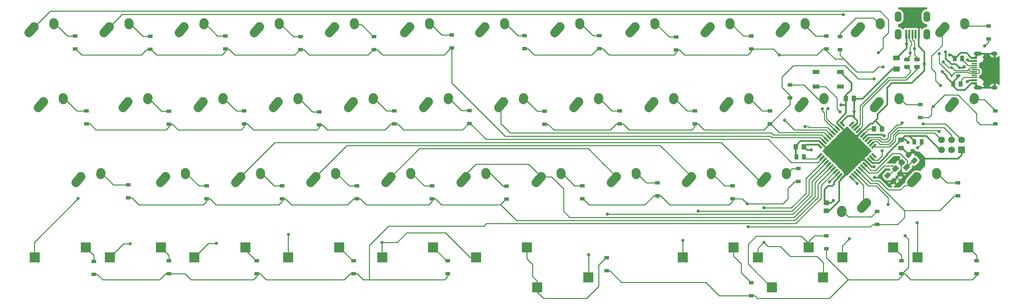
<source format=gbl>
G04 #@! TF.GenerationSoftware,KiCad,Pcbnew,(5.1.4-0-10_14)*
G04 #@! TF.CreationDate,2019-10-22T01:35:18+09:00*
G04 #@! TF.ProjectId,dombrick45,646f6d62-7269-4636-9b34-352e6b696361,rev?*
G04 #@! TF.SameCoordinates,Original*
G04 #@! TF.FileFunction,Copper,L2,Bot*
G04 #@! TF.FilePolarity,Positive*
%FSLAX46Y46*%
G04 Gerber Fmt 4.6, Leading zero omitted, Abs format (unit mm)*
G04 Created by KiCad (PCBNEW (5.1.4-0-10_14)) date 2019-10-22 01:35:18*
%MOMM*%
%LPD*%
G04 APERTURE LIST*
%ADD10C,2.250000*%
%ADD11C,2.250000*%
%ADD12R,2.550000X2.500000*%
%ADD13O,1.700000X2.700000*%
%ADD14R,0.500000X2.250000*%
%ADD15R,1.200000X0.900000*%
%ADD16R,1.000000X0.700000*%
%ADD17R,0.600000X0.700000*%
%ADD18O,1.600000X1.000000*%
%ADD19O,2.100000X1.000000*%
%ADD20R,1.450000X0.300000*%
%ADD21R,1.450000X0.600000*%
%ADD22C,0.100000*%
%ADD23C,0.975000*%
%ADD24C,1.700000*%
%ADD25R,1.700000X1.700000*%
%ADD26C,1.150000*%
%ADD27C,0.550000*%
%ADD28C,1.200000*%
%ADD29R,1.800000X1.100000*%
%ADD30C,1.250000*%
%ADD31C,0.800000*%
%ADD32C,0.254000*%
%ADD33C,0.381000*%
G04 APERTURE END LIST*
D10*
X269220000Y-55535000D03*
D11*
X269200000Y-55825000D02*
X269240000Y-55245000D01*
D10*
X269240000Y-55245000D03*
X263545001Y-57055000D03*
D11*
X262890000Y-57785000D02*
X264200002Y-56325000D01*
D10*
X264200000Y-56325000D03*
X245407500Y-36485000D03*
D11*
X245387500Y-36775000D02*
X245427500Y-36195000D01*
D10*
X245427500Y-36195000D03*
X239732501Y-38005000D03*
D11*
X239077500Y-38735000D02*
X240387502Y-37275000D01*
D10*
X240387500Y-37275000D03*
D12*
X171391250Y-100965000D03*
X158464250Y-103505000D03*
X142933750Y-95885000D03*
X155860750Y-93345000D03*
D13*
X249936000Y-34671000D03*
X257236000Y-34671000D03*
X257236000Y-39171000D03*
X249936000Y-39171000D03*
D14*
X251986000Y-39171000D03*
X252786000Y-39171000D03*
X253586000Y-39171000D03*
X254386000Y-39171000D03*
X255186000Y-39171000D03*
D15*
X235204000Y-39751000D03*
X235204000Y-43051000D03*
D10*
X266838750Y-36485000D03*
D11*
X266818750Y-36775000D02*
X266858750Y-36195000D01*
D10*
X266858750Y-36195000D03*
X261163751Y-38005000D03*
D11*
X260508750Y-38735000D02*
X261818752Y-37275000D01*
D10*
X261818750Y-37275000D03*
D16*
X265225000Y-49657000D03*
D17*
X265425000Y-47657000D03*
X263525000Y-49657000D03*
X263525000Y-47657000D03*
D18*
X274387000Y-52707000D03*
X274387000Y-44067000D03*
D19*
X270207000Y-52707000D03*
X270207000Y-44067000D03*
D20*
X269292000Y-48137000D03*
X269292000Y-48637000D03*
X269292000Y-49137000D03*
X269292000Y-47637000D03*
X269292000Y-49637000D03*
X269292000Y-47137000D03*
X269292000Y-50137000D03*
X269292000Y-46637000D03*
D21*
X269292000Y-45937000D03*
X269292000Y-50837000D03*
X269292000Y-45162000D03*
X269292000Y-51612000D03*
D22*
G36*
X264203642Y-51117174D02*
G01*
X264227303Y-51120684D01*
X264250507Y-51126496D01*
X264273029Y-51134554D01*
X264294653Y-51144782D01*
X264315170Y-51157079D01*
X264334383Y-51171329D01*
X264352107Y-51187393D01*
X264368171Y-51205117D01*
X264382421Y-51224330D01*
X264394718Y-51244847D01*
X264404946Y-51266471D01*
X264413004Y-51288993D01*
X264418816Y-51312197D01*
X264422326Y-51335858D01*
X264423500Y-51359750D01*
X264423500Y-52272250D01*
X264422326Y-52296142D01*
X264418816Y-52319803D01*
X264413004Y-52343007D01*
X264404946Y-52365529D01*
X264394718Y-52387153D01*
X264382421Y-52407670D01*
X264368171Y-52426883D01*
X264352107Y-52444607D01*
X264334383Y-52460671D01*
X264315170Y-52474921D01*
X264294653Y-52487218D01*
X264273029Y-52497446D01*
X264250507Y-52505504D01*
X264227303Y-52511316D01*
X264203642Y-52514826D01*
X264179750Y-52516000D01*
X263692250Y-52516000D01*
X263668358Y-52514826D01*
X263644697Y-52511316D01*
X263621493Y-52505504D01*
X263598971Y-52497446D01*
X263577347Y-52487218D01*
X263556830Y-52474921D01*
X263537617Y-52460671D01*
X263519893Y-52444607D01*
X263503829Y-52426883D01*
X263489579Y-52407670D01*
X263477282Y-52387153D01*
X263467054Y-52365529D01*
X263458996Y-52343007D01*
X263453184Y-52319803D01*
X263449674Y-52296142D01*
X263448500Y-52272250D01*
X263448500Y-51359750D01*
X263449674Y-51335858D01*
X263453184Y-51312197D01*
X263458996Y-51288993D01*
X263467054Y-51266471D01*
X263477282Y-51244847D01*
X263489579Y-51224330D01*
X263503829Y-51205117D01*
X263519893Y-51187393D01*
X263537617Y-51171329D01*
X263556830Y-51157079D01*
X263577347Y-51144782D01*
X263598971Y-51134554D01*
X263621493Y-51126496D01*
X263644697Y-51120684D01*
X263668358Y-51117174D01*
X263692250Y-51116000D01*
X264179750Y-51116000D01*
X264203642Y-51117174D01*
X264203642Y-51117174D01*
G37*
D23*
X263936000Y-51816000D03*
D22*
G36*
X266078642Y-51117174D02*
G01*
X266102303Y-51120684D01*
X266125507Y-51126496D01*
X266148029Y-51134554D01*
X266169653Y-51144782D01*
X266190170Y-51157079D01*
X266209383Y-51171329D01*
X266227107Y-51187393D01*
X266243171Y-51205117D01*
X266257421Y-51224330D01*
X266269718Y-51244847D01*
X266279946Y-51266471D01*
X266288004Y-51288993D01*
X266293816Y-51312197D01*
X266297326Y-51335858D01*
X266298500Y-51359750D01*
X266298500Y-52272250D01*
X266297326Y-52296142D01*
X266293816Y-52319803D01*
X266288004Y-52343007D01*
X266279946Y-52365529D01*
X266269718Y-52387153D01*
X266257421Y-52407670D01*
X266243171Y-52426883D01*
X266227107Y-52444607D01*
X266209383Y-52460671D01*
X266190170Y-52474921D01*
X266169653Y-52487218D01*
X266148029Y-52497446D01*
X266125507Y-52505504D01*
X266102303Y-52511316D01*
X266078642Y-52514826D01*
X266054750Y-52516000D01*
X265567250Y-52516000D01*
X265543358Y-52514826D01*
X265519697Y-52511316D01*
X265496493Y-52505504D01*
X265473971Y-52497446D01*
X265452347Y-52487218D01*
X265431830Y-52474921D01*
X265412617Y-52460671D01*
X265394893Y-52444607D01*
X265378829Y-52426883D01*
X265364579Y-52407670D01*
X265352282Y-52387153D01*
X265342054Y-52365529D01*
X265333996Y-52343007D01*
X265328184Y-52319803D01*
X265324674Y-52296142D01*
X265323500Y-52272250D01*
X265323500Y-51359750D01*
X265324674Y-51335858D01*
X265328184Y-51312197D01*
X265333996Y-51288993D01*
X265342054Y-51266471D01*
X265352282Y-51244847D01*
X265364579Y-51224330D01*
X265378829Y-51205117D01*
X265394893Y-51187393D01*
X265412617Y-51171329D01*
X265431830Y-51157079D01*
X265452347Y-51144782D01*
X265473971Y-51134554D01*
X265496493Y-51126496D01*
X265519697Y-51120684D01*
X265543358Y-51117174D01*
X265567250Y-51116000D01*
X266054750Y-51116000D01*
X266078642Y-51117174D01*
X266078642Y-51117174D01*
G37*
D23*
X265811000Y-51816000D03*
D22*
G36*
X264584642Y-44640174D02*
G01*
X264608303Y-44643684D01*
X264631507Y-44649496D01*
X264654029Y-44657554D01*
X264675653Y-44667782D01*
X264696170Y-44680079D01*
X264715383Y-44694329D01*
X264733107Y-44710393D01*
X264749171Y-44728117D01*
X264763421Y-44747330D01*
X264775718Y-44767847D01*
X264785946Y-44789471D01*
X264794004Y-44811993D01*
X264799816Y-44835197D01*
X264803326Y-44858858D01*
X264804500Y-44882750D01*
X264804500Y-45795250D01*
X264803326Y-45819142D01*
X264799816Y-45842803D01*
X264794004Y-45866007D01*
X264785946Y-45888529D01*
X264775718Y-45910153D01*
X264763421Y-45930670D01*
X264749171Y-45949883D01*
X264733107Y-45967607D01*
X264715383Y-45983671D01*
X264696170Y-45997921D01*
X264675653Y-46010218D01*
X264654029Y-46020446D01*
X264631507Y-46028504D01*
X264608303Y-46034316D01*
X264584642Y-46037826D01*
X264560750Y-46039000D01*
X264073250Y-46039000D01*
X264049358Y-46037826D01*
X264025697Y-46034316D01*
X264002493Y-46028504D01*
X263979971Y-46020446D01*
X263958347Y-46010218D01*
X263937830Y-45997921D01*
X263918617Y-45983671D01*
X263900893Y-45967607D01*
X263884829Y-45949883D01*
X263870579Y-45930670D01*
X263858282Y-45910153D01*
X263848054Y-45888529D01*
X263839996Y-45866007D01*
X263834184Y-45842803D01*
X263830674Y-45819142D01*
X263829500Y-45795250D01*
X263829500Y-44882750D01*
X263830674Y-44858858D01*
X263834184Y-44835197D01*
X263839996Y-44811993D01*
X263848054Y-44789471D01*
X263858282Y-44767847D01*
X263870579Y-44747330D01*
X263884829Y-44728117D01*
X263900893Y-44710393D01*
X263918617Y-44694329D01*
X263937830Y-44680079D01*
X263958347Y-44667782D01*
X263979971Y-44657554D01*
X264002493Y-44649496D01*
X264025697Y-44643684D01*
X264049358Y-44640174D01*
X264073250Y-44639000D01*
X264560750Y-44639000D01*
X264584642Y-44640174D01*
X264584642Y-44640174D01*
G37*
D23*
X264317000Y-45339000D03*
D22*
G36*
X266459642Y-44640174D02*
G01*
X266483303Y-44643684D01*
X266506507Y-44649496D01*
X266529029Y-44657554D01*
X266550653Y-44667782D01*
X266571170Y-44680079D01*
X266590383Y-44694329D01*
X266608107Y-44710393D01*
X266624171Y-44728117D01*
X266638421Y-44747330D01*
X266650718Y-44767847D01*
X266660946Y-44789471D01*
X266669004Y-44811993D01*
X266674816Y-44835197D01*
X266678326Y-44858858D01*
X266679500Y-44882750D01*
X266679500Y-45795250D01*
X266678326Y-45819142D01*
X266674816Y-45842803D01*
X266669004Y-45866007D01*
X266660946Y-45888529D01*
X266650718Y-45910153D01*
X266638421Y-45930670D01*
X266624171Y-45949883D01*
X266608107Y-45967607D01*
X266590383Y-45983671D01*
X266571170Y-45997921D01*
X266550653Y-46010218D01*
X266529029Y-46020446D01*
X266506507Y-46028504D01*
X266483303Y-46034316D01*
X266459642Y-46037826D01*
X266435750Y-46039000D01*
X265948250Y-46039000D01*
X265924358Y-46037826D01*
X265900697Y-46034316D01*
X265877493Y-46028504D01*
X265854971Y-46020446D01*
X265833347Y-46010218D01*
X265812830Y-45997921D01*
X265793617Y-45983671D01*
X265775893Y-45967607D01*
X265759829Y-45949883D01*
X265745579Y-45930670D01*
X265733282Y-45910153D01*
X265723054Y-45888529D01*
X265714996Y-45866007D01*
X265709184Y-45842803D01*
X265705674Y-45819142D01*
X265704500Y-45795250D01*
X265704500Y-44882750D01*
X265705674Y-44858858D01*
X265709184Y-44835197D01*
X265714996Y-44811993D01*
X265723054Y-44789471D01*
X265733282Y-44767847D01*
X265745579Y-44747330D01*
X265759829Y-44728117D01*
X265775893Y-44710393D01*
X265793617Y-44694329D01*
X265812830Y-44680079D01*
X265833347Y-44667782D01*
X265854971Y-44657554D01*
X265877493Y-44649496D01*
X265900697Y-44643684D01*
X265924358Y-44640174D01*
X265948250Y-44639000D01*
X266435750Y-44639000D01*
X266459642Y-44640174D01*
X266459642Y-44640174D01*
G37*
D23*
X266192000Y-45339000D03*
D15*
X224631250Y-73280000D03*
X224631250Y-76580000D03*
D24*
X260985000Y-66040000D03*
X260985000Y-68580000D03*
X263525000Y-66040000D03*
X263525000Y-68580000D03*
X266065000Y-66040000D03*
D25*
X266065000Y-68580000D03*
D12*
X50065000Y-95885000D03*
X62992000Y-93345000D03*
X235802500Y-95885000D03*
X248729500Y-93345000D03*
X71496250Y-95885000D03*
X84423250Y-93345000D03*
D10*
X250170000Y-55535000D03*
D11*
X250150000Y-55825000D02*
X250190000Y-55245000D01*
D10*
X250190000Y-55245000D03*
X244495001Y-57055000D03*
D11*
X243840000Y-57785000D02*
X245150002Y-56325000D01*
D10*
X245150000Y-56325000D03*
X259695000Y-74585000D03*
D11*
X259675000Y-74875000D02*
X259715000Y-74295000D01*
D10*
X259715000Y-74295000D03*
X254020001Y-76105000D03*
D11*
X253365000Y-76835000D02*
X254675002Y-75375000D01*
D10*
X254675000Y-75375000D03*
X183495000Y-74585000D03*
D11*
X183475000Y-74875000D02*
X183515000Y-74295000D01*
D10*
X183515000Y-74295000D03*
X177820001Y-76105000D03*
D11*
X177165000Y-76835000D02*
X178475002Y-75375000D01*
D10*
X178475000Y-75375000D03*
X38238750Y-55535000D03*
D11*
X38218750Y-55825000D02*
X38258750Y-55245000D01*
D10*
X38258750Y-55245000D03*
X32563751Y-57055000D03*
D11*
X31908750Y-57785000D02*
X33218752Y-56325000D01*
D10*
X33218750Y-56325000D03*
X173970000Y-55535000D03*
D11*
X173950000Y-55825000D02*
X173990000Y-55245000D01*
D10*
X173990000Y-55245000D03*
X168295001Y-57055000D03*
D11*
X167640000Y-57785000D02*
X168950002Y-56325000D01*
D10*
X168950000Y-56325000D03*
X193020000Y-55535000D03*
D11*
X193000000Y-55825000D02*
X193040000Y-55245000D01*
D10*
X193040000Y-55245000D03*
X187345001Y-57055000D03*
D11*
X186690000Y-57785000D02*
X188000002Y-56325000D01*
D10*
X188000000Y-56325000D03*
X35857500Y-36485000D03*
D11*
X35837500Y-36775000D02*
X35877500Y-36195000D01*
D10*
X35877500Y-36195000D03*
X30182501Y-38005000D03*
D11*
X29527500Y-38735000D02*
X30837502Y-37275000D01*
D10*
X30837500Y-37275000D03*
D22*
G36*
X246221505Y-62547204D02*
G01*
X246245773Y-62550804D01*
X246269572Y-62556765D01*
X246292671Y-62565030D01*
X246314850Y-62575520D01*
X246335893Y-62588132D01*
X246355599Y-62602747D01*
X246373777Y-62619223D01*
X246390253Y-62637401D01*
X246404868Y-62657107D01*
X246417480Y-62678150D01*
X246427970Y-62700329D01*
X246436235Y-62723428D01*
X246442196Y-62747227D01*
X246445796Y-62771495D01*
X246447000Y-62795999D01*
X246447000Y-63696001D01*
X246445796Y-63720505D01*
X246442196Y-63744773D01*
X246436235Y-63768572D01*
X246427970Y-63791671D01*
X246417480Y-63813850D01*
X246404868Y-63834893D01*
X246390253Y-63854599D01*
X246373777Y-63872777D01*
X246355599Y-63889253D01*
X246335893Y-63903868D01*
X246314850Y-63916480D01*
X246292671Y-63926970D01*
X246269572Y-63935235D01*
X246245773Y-63941196D01*
X246221505Y-63944796D01*
X246197001Y-63946000D01*
X245546999Y-63946000D01*
X245522495Y-63944796D01*
X245498227Y-63941196D01*
X245474428Y-63935235D01*
X245451329Y-63926970D01*
X245429150Y-63916480D01*
X245408107Y-63903868D01*
X245388401Y-63889253D01*
X245370223Y-63872777D01*
X245353747Y-63854599D01*
X245339132Y-63834893D01*
X245326520Y-63813850D01*
X245316030Y-63791671D01*
X245307765Y-63768572D01*
X245301804Y-63744773D01*
X245298204Y-63720505D01*
X245297000Y-63696001D01*
X245297000Y-62795999D01*
X245298204Y-62771495D01*
X245301804Y-62747227D01*
X245307765Y-62723428D01*
X245316030Y-62700329D01*
X245326520Y-62678150D01*
X245339132Y-62657107D01*
X245353747Y-62637401D01*
X245370223Y-62619223D01*
X245388401Y-62602747D01*
X245408107Y-62588132D01*
X245429150Y-62575520D01*
X245451329Y-62565030D01*
X245474428Y-62556765D01*
X245498227Y-62550804D01*
X245522495Y-62547204D01*
X245546999Y-62546000D01*
X246197001Y-62546000D01*
X246221505Y-62547204D01*
X246221505Y-62547204D01*
G37*
D26*
X245872000Y-63246000D03*
D22*
G36*
X244171505Y-62547204D02*
G01*
X244195773Y-62550804D01*
X244219572Y-62556765D01*
X244242671Y-62565030D01*
X244264850Y-62575520D01*
X244285893Y-62588132D01*
X244305599Y-62602747D01*
X244323777Y-62619223D01*
X244340253Y-62637401D01*
X244354868Y-62657107D01*
X244367480Y-62678150D01*
X244377970Y-62700329D01*
X244386235Y-62723428D01*
X244392196Y-62747227D01*
X244395796Y-62771495D01*
X244397000Y-62795999D01*
X244397000Y-63696001D01*
X244395796Y-63720505D01*
X244392196Y-63744773D01*
X244386235Y-63768572D01*
X244377970Y-63791671D01*
X244367480Y-63813850D01*
X244354868Y-63834893D01*
X244340253Y-63854599D01*
X244323777Y-63872777D01*
X244305599Y-63889253D01*
X244285893Y-63903868D01*
X244264850Y-63916480D01*
X244242671Y-63926970D01*
X244219572Y-63935235D01*
X244195773Y-63941196D01*
X244171505Y-63944796D01*
X244147001Y-63946000D01*
X243496999Y-63946000D01*
X243472495Y-63944796D01*
X243448227Y-63941196D01*
X243424428Y-63935235D01*
X243401329Y-63926970D01*
X243379150Y-63916480D01*
X243358107Y-63903868D01*
X243338401Y-63889253D01*
X243320223Y-63872777D01*
X243303747Y-63854599D01*
X243289132Y-63834893D01*
X243276520Y-63813850D01*
X243266030Y-63791671D01*
X243257765Y-63768572D01*
X243251804Y-63744773D01*
X243248204Y-63720505D01*
X243247000Y-63696001D01*
X243247000Y-62795999D01*
X243248204Y-62771495D01*
X243251804Y-62747227D01*
X243257765Y-62723428D01*
X243266030Y-62700329D01*
X243276520Y-62678150D01*
X243289132Y-62657107D01*
X243303747Y-62637401D01*
X243320223Y-62619223D01*
X243338401Y-62602747D01*
X243358107Y-62588132D01*
X243379150Y-62575520D01*
X243401329Y-62565030D01*
X243424428Y-62556765D01*
X243448227Y-62550804D01*
X243472495Y-62547204D01*
X243496999Y-62546000D01*
X244147001Y-62546000D01*
X244171505Y-62547204D01*
X244171505Y-62547204D01*
G37*
D26*
X243822000Y-63246000D03*
D27*
X235767353Y-61975064D03*
D22*
G36*
X236492137Y-62310940D02*
G01*
X236103229Y-62699848D01*
X235042569Y-61639188D01*
X235431477Y-61250280D01*
X236492137Y-62310940D01*
X236492137Y-62310940D01*
G37*
D27*
X235201668Y-62540750D03*
D22*
G36*
X235926452Y-62876626D02*
G01*
X235537544Y-63265534D01*
X234476884Y-62204874D01*
X234865792Y-61815966D01*
X235926452Y-62876626D01*
X235926452Y-62876626D01*
G37*
D27*
X234635983Y-63106435D03*
D22*
G36*
X235360767Y-63442311D02*
G01*
X234971859Y-63831219D01*
X233911199Y-62770559D01*
X234300107Y-62381651D01*
X235360767Y-63442311D01*
X235360767Y-63442311D01*
G37*
D27*
X234070297Y-63672120D03*
D22*
G36*
X234795081Y-64007996D02*
G01*
X234406173Y-64396904D01*
X233345513Y-63336244D01*
X233734421Y-62947336D01*
X234795081Y-64007996D01*
X234795081Y-64007996D01*
G37*
D27*
X233504612Y-64237806D03*
D22*
G36*
X234229396Y-64573682D02*
G01*
X233840488Y-64962590D01*
X232779828Y-63901930D01*
X233168736Y-63513022D01*
X234229396Y-64573682D01*
X234229396Y-64573682D01*
G37*
D27*
X232938926Y-64803491D03*
D22*
G36*
X233663710Y-65139367D02*
G01*
X233274802Y-65528275D01*
X232214142Y-64467615D01*
X232603050Y-64078707D01*
X233663710Y-65139367D01*
X233663710Y-65139367D01*
G37*
D27*
X232373241Y-65369177D03*
D22*
G36*
X233098025Y-65705053D02*
G01*
X232709117Y-66093961D01*
X231648457Y-65033301D01*
X232037365Y-64644393D01*
X233098025Y-65705053D01*
X233098025Y-65705053D01*
G37*
D27*
X231807555Y-65934862D03*
D22*
G36*
X232532339Y-66270738D02*
G01*
X232143431Y-66659646D01*
X231082771Y-65598986D01*
X231471679Y-65210078D01*
X232532339Y-66270738D01*
X232532339Y-66270738D01*
G37*
D27*
X231241870Y-66500548D03*
D22*
G36*
X231966654Y-66836424D02*
G01*
X231577746Y-67225332D01*
X230517086Y-66164672D01*
X230905994Y-65775764D01*
X231966654Y-66836424D01*
X231966654Y-66836424D01*
G37*
D27*
X230676185Y-67066233D03*
D22*
G36*
X231400969Y-67402109D02*
G01*
X231012061Y-67791017D01*
X229951401Y-66730357D01*
X230340309Y-66341449D01*
X231400969Y-67402109D01*
X231400969Y-67402109D01*
G37*
D27*
X230110499Y-67631918D03*
D22*
G36*
X230835283Y-67967794D02*
G01*
X230446375Y-68356702D01*
X229385715Y-67296042D01*
X229774623Y-66907134D01*
X230835283Y-67967794D01*
X230835283Y-67967794D01*
G37*
D27*
X230110499Y-70036082D03*
D22*
G36*
X230446375Y-69311298D02*
G01*
X230835283Y-69700206D01*
X229774623Y-70760866D01*
X229385715Y-70371958D01*
X230446375Y-69311298D01*
X230446375Y-69311298D01*
G37*
D27*
X230676185Y-70601767D03*
D22*
G36*
X231012061Y-69876983D02*
G01*
X231400969Y-70265891D01*
X230340309Y-71326551D01*
X229951401Y-70937643D01*
X231012061Y-69876983D01*
X231012061Y-69876983D01*
G37*
D27*
X231241870Y-71167452D03*
D22*
G36*
X231577746Y-70442668D02*
G01*
X231966654Y-70831576D01*
X230905994Y-71892236D01*
X230517086Y-71503328D01*
X231577746Y-70442668D01*
X231577746Y-70442668D01*
G37*
D27*
X231807555Y-71733138D03*
D22*
G36*
X232143431Y-71008354D02*
G01*
X232532339Y-71397262D01*
X231471679Y-72457922D01*
X231082771Y-72069014D01*
X232143431Y-71008354D01*
X232143431Y-71008354D01*
G37*
D27*
X232373241Y-72298823D03*
D22*
G36*
X232709117Y-71574039D02*
G01*
X233098025Y-71962947D01*
X232037365Y-73023607D01*
X231648457Y-72634699D01*
X232709117Y-71574039D01*
X232709117Y-71574039D01*
G37*
D27*
X232938926Y-72864509D03*
D22*
G36*
X233274802Y-72139725D02*
G01*
X233663710Y-72528633D01*
X232603050Y-73589293D01*
X232214142Y-73200385D01*
X233274802Y-72139725D01*
X233274802Y-72139725D01*
G37*
D27*
X233504612Y-73430194D03*
D22*
G36*
X233840488Y-72705410D02*
G01*
X234229396Y-73094318D01*
X233168736Y-74154978D01*
X232779828Y-73766070D01*
X233840488Y-72705410D01*
X233840488Y-72705410D01*
G37*
D27*
X234070297Y-73995880D03*
D22*
G36*
X234406173Y-73271096D02*
G01*
X234795081Y-73660004D01*
X233734421Y-74720664D01*
X233345513Y-74331756D01*
X234406173Y-73271096D01*
X234406173Y-73271096D01*
G37*
D27*
X234635983Y-74561565D03*
D22*
G36*
X234971859Y-73836781D02*
G01*
X235360767Y-74225689D01*
X234300107Y-75286349D01*
X233911199Y-74897441D01*
X234971859Y-73836781D01*
X234971859Y-73836781D01*
G37*
D27*
X235201668Y-75127250D03*
D22*
G36*
X235537544Y-74402466D02*
G01*
X235926452Y-74791374D01*
X234865792Y-75852034D01*
X234476884Y-75463126D01*
X235537544Y-74402466D01*
X235537544Y-74402466D01*
G37*
D27*
X235767353Y-75692936D03*
D22*
G36*
X236103229Y-74968152D02*
G01*
X236492137Y-75357060D01*
X235431477Y-76417720D01*
X235042569Y-76028812D01*
X236103229Y-74968152D01*
X236103229Y-74968152D01*
G37*
D27*
X238171517Y-75692936D03*
D22*
G36*
X238896301Y-76028812D02*
G01*
X238507393Y-76417720D01*
X237446733Y-75357060D01*
X237835641Y-74968152D01*
X238896301Y-76028812D01*
X238896301Y-76028812D01*
G37*
D27*
X238737202Y-75127250D03*
D22*
G36*
X239461986Y-75463126D02*
G01*
X239073078Y-75852034D01*
X238012418Y-74791374D01*
X238401326Y-74402466D01*
X239461986Y-75463126D01*
X239461986Y-75463126D01*
G37*
D27*
X239302887Y-74561565D03*
D22*
G36*
X240027671Y-74897441D02*
G01*
X239638763Y-75286349D01*
X238578103Y-74225689D01*
X238967011Y-73836781D01*
X240027671Y-74897441D01*
X240027671Y-74897441D01*
G37*
D27*
X239868573Y-73995880D03*
D22*
G36*
X240593357Y-74331756D02*
G01*
X240204449Y-74720664D01*
X239143789Y-73660004D01*
X239532697Y-73271096D01*
X240593357Y-74331756D01*
X240593357Y-74331756D01*
G37*
D27*
X240434258Y-73430194D03*
D22*
G36*
X241159042Y-73766070D02*
G01*
X240770134Y-74154978D01*
X239709474Y-73094318D01*
X240098382Y-72705410D01*
X241159042Y-73766070D01*
X241159042Y-73766070D01*
G37*
D27*
X240999944Y-72864509D03*
D22*
G36*
X241724728Y-73200385D02*
G01*
X241335820Y-73589293D01*
X240275160Y-72528633D01*
X240664068Y-72139725D01*
X241724728Y-73200385D01*
X241724728Y-73200385D01*
G37*
D27*
X241565629Y-72298823D03*
D22*
G36*
X242290413Y-72634699D02*
G01*
X241901505Y-73023607D01*
X240840845Y-71962947D01*
X241229753Y-71574039D01*
X242290413Y-72634699D01*
X242290413Y-72634699D01*
G37*
D27*
X242131315Y-71733138D03*
D22*
G36*
X242856099Y-72069014D02*
G01*
X242467191Y-72457922D01*
X241406531Y-71397262D01*
X241795439Y-71008354D01*
X242856099Y-72069014D01*
X242856099Y-72069014D01*
G37*
D27*
X242697000Y-71167452D03*
D22*
G36*
X243421784Y-71503328D02*
G01*
X243032876Y-71892236D01*
X241972216Y-70831576D01*
X242361124Y-70442668D01*
X243421784Y-71503328D01*
X243421784Y-71503328D01*
G37*
D27*
X243262685Y-70601767D03*
D22*
G36*
X243987469Y-70937643D02*
G01*
X243598561Y-71326551D01*
X242537901Y-70265891D01*
X242926809Y-69876983D01*
X243987469Y-70937643D01*
X243987469Y-70937643D01*
G37*
D27*
X243828371Y-70036082D03*
D22*
G36*
X244553155Y-70371958D02*
G01*
X244164247Y-70760866D01*
X243103587Y-69700206D01*
X243492495Y-69311298D01*
X244553155Y-70371958D01*
X244553155Y-70371958D01*
G37*
D27*
X243828371Y-67631918D03*
D22*
G36*
X244164247Y-66907134D02*
G01*
X244553155Y-67296042D01*
X243492495Y-68356702D01*
X243103587Y-67967794D01*
X244164247Y-66907134D01*
X244164247Y-66907134D01*
G37*
D27*
X243262685Y-67066233D03*
D22*
G36*
X243598561Y-66341449D02*
G01*
X243987469Y-66730357D01*
X242926809Y-67791017D01*
X242537901Y-67402109D01*
X243598561Y-66341449D01*
X243598561Y-66341449D01*
G37*
D27*
X242697000Y-66500548D03*
D22*
G36*
X243032876Y-65775764D02*
G01*
X243421784Y-66164672D01*
X242361124Y-67225332D01*
X241972216Y-66836424D01*
X243032876Y-65775764D01*
X243032876Y-65775764D01*
G37*
D27*
X242131315Y-65934862D03*
D22*
G36*
X242467191Y-65210078D02*
G01*
X242856099Y-65598986D01*
X241795439Y-66659646D01*
X241406531Y-66270738D01*
X242467191Y-65210078D01*
X242467191Y-65210078D01*
G37*
D27*
X241565629Y-65369177D03*
D22*
G36*
X241901505Y-64644393D02*
G01*
X242290413Y-65033301D01*
X241229753Y-66093961D01*
X240840845Y-65705053D01*
X241901505Y-64644393D01*
X241901505Y-64644393D01*
G37*
D27*
X240999944Y-64803491D03*
D22*
G36*
X241335820Y-64078707D02*
G01*
X241724728Y-64467615D01*
X240664068Y-65528275D01*
X240275160Y-65139367D01*
X241335820Y-64078707D01*
X241335820Y-64078707D01*
G37*
D27*
X240434258Y-64237806D03*
D22*
G36*
X240770134Y-63513022D02*
G01*
X241159042Y-63901930D01*
X240098382Y-64962590D01*
X239709474Y-64573682D01*
X240770134Y-63513022D01*
X240770134Y-63513022D01*
G37*
D27*
X239868573Y-63672120D03*
D22*
G36*
X240204449Y-62947336D02*
G01*
X240593357Y-63336244D01*
X239532697Y-64396904D01*
X239143789Y-64007996D01*
X240204449Y-62947336D01*
X240204449Y-62947336D01*
G37*
D27*
X239302887Y-63106435D03*
D22*
G36*
X239638763Y-62381651D02*
G01*
X240027671Y-62770559D01*
X238967011Y-63831219D01*
X238578103Y-63442311D01*
X239638763Y-62381651D01*
X239638763Y-62381651D01*
G37*
D27*
X238737202Y-62540750D03*
D22*
G36*
X239073078Y-61815966D02*
G01*
X239461986Y-62204874D01*
X238401326Y-63265534D01*
X238012418Y-62876626D01*
X239073078Y-61815966D01*
X239073078Y-61815966D01*
G37*
D27*
X238171517Y-61975064D03*
D22*
G36*
X238507393Y-61250280D02*
G01*
X238896301Y-61639188D01*
X237835641Y-62699848D01*
X237446733Y-62310940D01*
X238507393Y-61250280D01*
X238507393Y-61250280D01*
G37*
D10*
X235605000Y-84165000D03*
D11*
X235625000Y-83875000D02*
X235585000Y-84455000D01*
D10*
X235585000Y-84455000D03*
X241279999Y-82645000D03*
D11*
X241935000Y-81915000D02*
X240624998Y-83375000D01*
D10*
X240625000Y-83375000D03*
X164445000Y-74585000D03*
D11*
X164425000Y-74875000D02*
X164465000Y-74295000D01*
D10*
X164465000Y-74295000D03*
X158770001Y-76105000D03*
D11*
X158115000Y-76835000D02*
X159425002Y-75375000D01*
D10*
X159425000Y-75375000D03*
D12*
X254852500Y-95885000D03*
X267779500Y-93345000D03*
X214371250Y-95885000D03*
X227298250Y-93345000D03*
X230922500Y-100965000D03*
X217995500Y-103505000D03*
X195321250Y-95885000D03*
X208248250Y-93345000D03*
X119121250Y-95885000D03*
X132048250Y-93345000D03*
X95308750Y-95885000D03*
X108235750Y-93345000D03*
X31015000Y-95885000D03*
X43942000Y-93345000D03*
D10*
X47763750Y-74585000D03*
D11*
X47743750Y-74875000D02*
X47783750Y-74295000D01*
D10*
X47783750Y-74295000D03*
X42088751Y-76105000D03*
D11*
X41433750Y-76835000D02*
X42743752Y-75375000D01*
D10*
X42743750Y-75375000D03*
X221595000Y-74585000D03*
D11*
X221575000Y-74875000D02*
X221615000Y-74295000D01*
D10*
X221615000Y-74295000D03*
X215920001Y-76105000D03*
D11*
X215265000Y-76835000D02*
X216575002Y-75375000D01*
D10*
X216575000Y-75375000D03*
X202545000Y-74585000D03*
D11*
X202525000Y-74875000D02*
X202565000Y-74295000D01*
D10*
X202565000Y-74295000D03*
X196870001Y-76105000D03*
D11*
X196215000Y-76835000D02*
X197525002Y-75375000D01*
D10*
X197525000Y-75375000D03*
X145395000Y-74585000D03*
D11*
X145375000Y-74875000D02*
X145415000Y-74295000D01*
D10*
X145415000Y-74295000D03*
X139720001Y-76105000D03*
D11*
X139065000Y-76835000D02*
X140375002Y-75375000D01*
D10*
X140375000Y-75375000D03*
X126345000Y-74585000D03*
D11*
X126325000Y-74875000D02*
X126365000Y-74295000D01*
D10*
X126365000Y-74295000D03*
X120670001Y-76105000D03*
D11*
X120015000Y-76835000D02*
X121325002Y-75375000D01*
D10*
X121325000Y-75375000D03*
X107295000Y-74585000D03*
D11*
X107275000Y-74875000D02*
X107315000Y-74295000D01*
D10*
X107315000Y-74295000D03*
X101620001Y-76105000D03*
D11*
X100965000Y-76835000D02*
X102275002Y-75375000D01*
D10*
X102275000Y-75375000D03*
X88245000Y-74585000D03*
D11*
X88225000Y-74875000D02*
X88265000Y-74295000D01*
D10*
X88265000Y-74295000D03*
X82570001Y-76105000D03*
D11*
X81915000Y-76835000D02*
X83225002Y-75375000D01*
D10*
X83225000Y-75375000D03*
X69195000Y-74585000D03*
D11*
X69175000Y-74875000D02*
X69215000Y-74295000D01*
D10*
X69215000Y-74295000D03*
X63520001Y-76105000D03*
D11*
X62865000Y-76835000D02*
X64175002Y-75375000D01*
D10*
X64175000Y-75375000D03*
X231120000Y-55535000D03*
D11*
X231100000Y-55825000D02*
X231140000Y-55245000D01*
D10*
X231140000Y-55245000D03*
X225445001Y-57055000D03*
D11*
X224790000Y-57785000D02*
X226100002Y-56325000D01*
D10*
X226100000Y-56325000D03*
X212070000Y-55535000D03*
D11*
X212050000Y-55825000D02*
X212090000Y-55245000D01*
D10*
X212090000Y-55245000D03*
X206395001Y-57055000D03*
D11*
X205740000Y-57785000D02*
X207050002Y-56325000D01*
D10*
X207050000Y-56325000D03*
X154920000Y-55535000D03*
D11*
X154900000Y-55825000D02*
X154940000Y-55245000D01*
D10*
X154940000Y-55245000D03*
X149245001Y-57055000D03*
D11*
X148590000Y-57785000D02*
X149900002Y-56325000D01*
D10*
X149900000Y-56325000D03*
X135870000Y-55535000D03*
D11*
X135850000Y-55825000D02*
X135890000Y-55245000D01*
D10*
X135890000Y-55245000D03*
X130195001Y-57055000D03*
D11*
X129540000Y-57785000D02*
X130850002Y-56325000D01*
D10*
X130850000Y-56325000D03*
X116820000Y-55535000D03*
D11*
X116800000Y-55825000D02*
X116840000Y-55245000D01*
D10*
X116840000Y-55245000D03*
X111145001Y-57055000D03*
D11*
X110490000Y-57785000D02*
X111800002Y-56325000D01*
D10*
X111800000Y-56325000D03*
X97770000Y-55535000D03*
D11*
X97750000Y-55825000D02*
X97790000Y-55245000D01*
D10*
X97790000Y-55245000D03*
X92095001Y-57055000D03*
D11*
X91440000Y-57785000D02*
X92750002Y-56325000D01*
D10*
X92750000Y-56325000D03*
X78720000Y-55535000D03*
D11*
X78700000Y-55825000D02*
X78740000Y-55245000D01*
D10*
X78740000Y-55245000D03*
X73045001Y-57055000D03*
D11*
X72390000Y-57785000D02*
X73700002Y-56325000D01*
D10*
X73700000Y-56325000D03*
X226357500Y-36485000D03*
D11*
X226337500Y-36775000D02*
X226377500Y-36195000D01*
D10*
X226377500Y-36195000D03*
X220682501Y-38005000D03*
D11*
X220027500Y-38735000D02*
X221337502Y-37275000D01*
D10*
X221337500Y-37275000D03*
X207307500Y-36485000D03*
D11*
X207287500Y-36775000D02*
X207327500Y-36195000D01*
D10*
X207327500Y-36195000D03*
X201632501Y-38005000D03*
D11*
X200977500Y-38735000D02*
X202287502Y-37275000D01*
D10*
X202287500Y-37275000D03*
X188257500Y-36485000D03*
D11*
X188237500Y-36775000D02*
X188277500Y-36195000D01*
D10*
X188277500Y-36195000D03*
X182582501Y-38005000D03*
D11*
X181927500Y-38735000D02*
X183237502Y-37275000D01*
D10*
X183237500Y-37275000D03*
X169207500Y-36485000D03*
D11*
X169187500Y-36775000D02*
X169227500Y-36195000D01*
D10*
X169227500Y-36195000D03*
X163532501Y-38005000D03*
D11*
X162877500Y-38735000D02*
X164187502Y-37275000D01*
D10*
X164187500Y-37275000D03*
X150157500Y-36485000D03*
D11*
X150137500Y-36775000D02*
X150177500Y-36195000D01*
D10*
X150177500Y-36195000D03*
X144482501Y-38005000D03*
D11*
X143827500Y-38735000D02*
X145137502Y-37275000D01*
D10*
X145137500Y-37275000D03*
X131107500Y-36485000D03*
D11*
X131087500Y-36775000D02*
X131127500Y-36195000D01*
D10*
X131127500Y-36195000D03*
X125432501Y-38005000D03*
D11*
X124777500Y-38735000D02*
X126087502Y-37275000D01*
D10*
X126087500Y-37275000D03*
X112057500Y-36485000D03*
D11*
X112037500Y-36775000D02*
X112077500Y-36195000D01*
D10*
X112077500Y-36195000D03*
X106382501Y-38005000D03*
D11*
X105727500Y-38735000D02*
X107037502Y-37275000D01*
D10*
X107037500Y-37275000D03*
X93007500Y-36485000D03*
D11*
X92987500Y-36775000D02*
X93027500Y-36195000D01*
D10*
X93027500Y-36195000D03*
X87332501Y-38005000D03*
D11*
X86677500Y-38735000D02*
X87987502Y-37275000D01*
D10*
X87987500Y-37275000D03*
X73926500Y-36485000D03*
D11*
X73906500Y-36775000D02*
X73946500Y-36195000D01*
D10*
X73946500Y-36195000D03*
X68251501Y-38005000D03*
D11*
X67596500Y-38735000D02*
X68906502Y-37275000D01*
D10*
X68906500Y-37275000D03*
D15*
X269875000Y-96775000D03*
X269875000Y-100075000D03*
X250825000Y-96775000D03*
X250825000Y-100075000D03*
X231775000Y-90425000D03*
X231775000Y-93725000D03*
X212725000Y-102393750D03*
X212725000Y-105693750D03*
X176022000Y-96014000D03*
X176022000Y-99314000D03*
X135731250Y-96775000D03*
X135731250Y-100075000D03*
X111918750Y-96775000D03*
X111918750Y-100075000D03*
X87312500Y-96775000D03*
X87312500Y-100075000D03*
X65087500Y-96775000D03*
X65087500Y-100075000D03*
X46037500Y-96902000D03*
X46037500Y-100202000D03*
X265112500Y-76931250D03*
X265112500Y-80231250D03*
X244602000Y-84203000D03*
X244602000Y-87503000D03*
X207962500Y-77725000D03*
X207962500Y-81025000D03*
X188912500Y-76931250D03*
X188912500Y-80231250D03*
X169862500Y-77725000D03*
X169862500Y-81025000D03*
X150653750Y-77787500D03*
X150653750Y-81087500D03*
X131762500Y-77725000D03*
X131762500Y-81025000D03*
X112712500Y-77725000D03*
X112712500Y-81025000D03*
X93757750Y-77725000D03*
X93757750Y-81025000D03*
X74612500Y-77725000D03*
X74612500Y-81025000D03*
X54768750Y-77439250D03*
X54768750Y-80739250D03*
X274574000Y-58674000D03*
X274574000Y-61974000D03*
X255587500Y-57023000D03*
X255587500Y-60323000D03*
X222504000Y-52070000D03*
X222504000Y-55370000D03*
X217487500Y-58675000D03*
X217487500Y-61975000D03*
X198437500Y-58675000D03*
X198437500Y-61975000D03*
X179387500Y-58675000D03*
X179387500Y-61975000D03*
X160337500Y-58737500D03*
X160337500Y-62037500D03*
X141287500Y-58548000D03*
X141287500Y-61848000D03*
X122237500Y-58675000D03*
X122237500Y-61975000D03*
X103187500Y-58929000D03*
X103187500Y-62229000D03*
X84137500Y-58675000D03*
X84137500Y-61975000D03*
X272923000Y-37084000D03*
X272923000Y-40384000D03*
X231775000Y-39625000D03*
X231775000Y-42925000D03*
X212725000Y-39625000D03*
X212725000Y-42925000D03*
X193675000Y-39910750D03*
X193675000Y-43210750D03*
X174180500Y-39561500D03*
X174180500Y-42861500D03*
X155225750Y-39561500D03*
X155225750Y-42861500D03*
X136779000Y-39339250D03*
X136779000Y-42639250D03*
X117030500Y-39783750D03*
X117030500Y-43083750D03*
X98425000Y-39815500D03*
X98425000Y-43115500D03*
X79375000Y-39625000D03*
X79375000Y-42925000D03*
D28*
X250521223Y-74530858D03*
D22*
G36*
X250450512Y-75450097D02*
G01*
X249601984Y-74601569D01*
X250591934Y-73611619D01*
X251440462Y-74460147D01*
X250450512Y-75450097D01*
X250450512Y-75450097D01*
G37*
D28*
X252076858Y-72975223D03*
D22*
G36*
X252006147Y-73894462D02*
G01*
X251157619Y-73045934D01*
X252147569Y-72055984D01*
X252996097Y-72904512D01*
X252006147Y-73894462D01*
X252006147Y-73894462D01*
G37*
D28*
X250874777Y-71773142D03*
D22*
G36*
X250804066Y-72692381D02*
G01*
X249955538Y-71843853D01*
X250945488Y-70853903D01*
X251794016Y-71702431D01*
X250804066Y-72692381D01*
X250804066Y-72692381D01*
G37*
D28*
X249319142Y-73328777D03*
D22*
G36*
X249248431Y-74248016D02*
G01*
X248399903Y-73399488D01*
X249389853Y-72409538D01*
X250238381Y-73258066D01*
X249248431Y-74248016D01*
X249248431Y-74248016D01*
G37*
G36*
X237059505Y-54800204D02*
G01*
X237083773Y-54803804D01*
X237107572Y-54809765D01*
X237130671Y-54818030D01*
X237152850Y-54828520D01*
X237173893Y-54841132D01*
X237193599Y-54855747D01*
X237211777Y-54872223D01*
X237228253Y-54890401D01*
X237242868Y-54910107D01*
X237255480Y-54931150D01*
X237265970Y-54953329D01*
X237274235Y-54976428D01*
X237280196Y-55000227D01*
X237283796Y-55024495D01*
X237285000Y-55048999D01*
X237285000Y-55949001D01*
X237283796Y-55973505D01*
X237280196Y-55997773D01*
X237274235Y-56021572D01*
X237265970Y-56044671D01*
X237255480Y-56066850D01*
X237242868Y-56087893D01*
X237228253Y-56107599D01*
X237211777Y-56125777D01*
X237193599Y-56142253D01*
X237173893Y-56156868D01*
X237152850Y-56169480D01*
X237130671Y-56179970D01*
X237107572Y-56188235D01*
X237083773Y-56194196D01*
X237059505Y-56197796D01*
X237035001Y-56199000D01*
X236384999Y-56199000D01*
X236360495Y-56197796D01*
X236336227Y-56194196D01*
X236312428Y-56188235D01*
X236289329Y-56179970D01*
X236267150Y-56169480D01*
X236246107Y-56156868D01*
X236226401Y-56142253D01*
X236208223Y-56125777D01*
X236191747Y-56107599D01*
X236177132Y-56087893D01*
X236164520Y-56066850D01*
X236154030Y-56044671D01*
X236145765Y-56021572D01*
X236139804Y-55997773D01*
X236136204Y-55973505D01*
X236135000Y-55949001D01*
X236135000Y-55048999D01*
X236136204Y-55024495D01*
X236139804Y-55000227D01*
X236145765Y-54976428D01*
X236154030Y-54953329D01*
X236164520Y-54931150D01*
X236177132Y-54910107D01*
X236191747Y-54890401D01*
X236208223Y-54872223D01*
X236226401Y-54855747D01*
X236246107Y-54841132D01*
X236267150Y-54828520D01*
X236289329Y-54818030D01*
X236312428Y-54809765D01*
X236336227Y-54803804D01*
X236360495Y-54800204D01*
X236384999Y-54799000D01*
X237035001Y-54799000D01*
X237059505Y-54800204D01*
X237059505Y-54800204D01*
G37*
D26*
X236710000Y-55499000D03*
D22*
G36*
X239109505Y-54800204D02*
G01*
X239133773Y-54803804D01*
X239157572Y-54809765D01*
X239180671Y-54818030D01*
X239202850Y-54828520D01*
X239223893Y-54841132D01*
X239243599Y-54855747D01*
X239261777Y-54872223D01*
X239278253Y-54890401D01*
X239292868Y-54910107D01*
X239305480Y-54931150D01*
X239315970Y-54953329D01*
X239324235Y-54976428D01*
X239330196Y-55000227D01*
X239333796Y-55024495D01*
X239335000Y-55048999D01*
X239335000Y-55949001D01*
X239333796Y-55973505D01*
X239330196Y-55997773D01*
X239324235Y-56021572D01*
X239315970Y-56044671D01*
X239305480Y-56066850D01*
X239292868Y-56087893D01*
X239278253Y-56107599D01*
X239261777Y-56125777D01*
X239243599Y-56142253D01*
X239223893Y-56156868D01*
X239202850Y-56169480D01*
X239180671Y-56179970D01*
X239157572Y-56188235D01*
X239133773Y-56194196D01*
X239109505Y-56197796D01*
X239085001Y-56199000D01*
X238434999Y-56199000D01*
X238410495Y-56197796D01*
X238386227Y-56194196D01*
X238362428Y-56188235D01*
X238339329Y-56179970D01*
X238317150Y-56169480D01*
X238296107Y-56156868D01*
X238276401Y-56142253D01*
X238258223Y-56125777D01*
X238241747Y-56107599D01*
X238227132Y-56087893D01*
X238214520Y-56066850D01*
X238204030Y-56044671D01*
X238195765Y-56021572D01*
X238189804Y-55997773D01*
X238186204Y-55973505D01*
X238185000Y-55949001D01*
X238185000Y-55048999D01*
X238186204Y-55024495D01*
X238189804Y-55000227D01*
X238195765Y-54976428D01*
X238204030Y-54953329D01*
X238214520Y-54931150D01*
X238227132Y-54910107D01*
X238241747Y-54890401D01*
X238258223Y-54872223D01*
X238276401Y-54855747D01*
X238296107Y-54841132D01*
X238317150Y-54828520D01*
X238339329Y-54818030D01*
X238362428Y-54809765D01*
X238386227Y-54803804D01*
X238410495Y-54800204D01*
X238434999Y-54799000D01*
X239085001Y-54799000D01*
X239109505Y-54800204D01*
X239109505Y-54800204D01*
G37*
D26*
X238760000Y-55499000D03*
D22*
G36*
X232249505Y-83500204D02*
G01*
X232273773Y-83503804D01*
X232297572Y-83509765D01*
X232320671Y-83518030D01*
X232342850Y-83528520D01*
X232363893Y-83541132D01*
X232383599Y-83555747D01*
X232401777Y-83572223D01*
X232418253Y-83590401D01*
X232432868Y-83610107D01*
X232445480Y-83631150D01*
X232455970Y-83653329D01*
X232464235Y-83676428D01*
X232470196Y-83700227D01*
X232473796Y-83724495D01*
X232475000Y-83748999D01*
X232475000Y-84399001D01*
X232473796Y-84423505D01*
X232470196Y-84447773D01*
X232464235Y-84471572D01*
X232455970Y-84494671D01*
X232445480Y-84516850D01*
X232432868Y-84537893D01*
X232418253Y-84557599D01*
X232401777Y-84575777D01*
X232383599Y-84592253D01*
X232363893Y-84606868D01*
X232342850Y-84619480D01*
X232320671Y-84629970D01*
X232297572Y-84638235D01*
X232273773Y-84644196D01*
X232249505Y-84647796D01*
X232225001Y-84649000D01*
X231324999Y-84649000D01*
X231300495Y-84647796D01*
X231276227Y-84644196D01*
X231252428Y-84638235D01*
X231229329Y-84629970D01*
X231207150Y-84619480D01*
X231186107Y-84606868D01*
X231166401Y-84592253D01*
X231148223Y-84575777D01*
X231131747Y-84557599D01*
X231117132Y-84537893D01*
X231104520Y-84516850D01*
X231094030Y-84494671D01*
X231085765Y-84471572D01*
X231079804Y-84447773D01*
X231076204Y-84423505D01*
X231075000Y-84399001D01*
X231075000Y-83748999D01*
X231076204Y-83724495D01*
X231079804Y-83700227D01*
X231085765Y-83676428D01*
X231094030Y-83653329D01*
X231104520Y-83631150D01*
X231117132Y-83610107D01*
X231131747Y-83590401D01*
X231148223Y-83572223D01*
X231166401Y-83555747D01*
X231186107Y-83541132D01*
X231207150Y-83528520D01*
X231229329Y-83518030D01*
X231252428Y-83509765D01*
X231276227Y-83503804D01*
X231300495Y-83500204D01*
X231324999Y-83499000D01*
X232225001Y-83499000D01*
X232249505Y-83500204D01*
X232249505Y-83500204D01*
G37*
D26*
X231775000Y-84074000D03*
D22*
G36*
X232249505Y-81450204D02*
G01*
X232273773Y-81453804D01*
X232297572Y-81459765D01*
X232320671Y-81468030D01*
X232342850Y-81478520D01*
X232363893Y-81491132D01*
X232383599Y-81505747D01*
X232401777Y-81522223D01*
X232418253Y-81540401D01*
X232432868Y-81560107D01*
X232445480Y-81581150D01*
X232455970Y-81603329D01*
X232464235Y-81626428D01*
X232470196Y-81650227D01*
X232473796Y-81674495D01*
X232475000Y-81698999D01*
X232475000Y-82349001D01*
X232473796Y-82373505D01*
X232470196Y-82397773D01*
X232464235Y-82421572D01*
X232455970Y-82444671D01*
X232445480Y-82466850D01*
X232432868Y-82487893D01*
X232418253Y-82507599D01*
X232401777Y-82525777D01*
X232383599Y-82542253D01*
X232363893Y-82556868D01*
X232342850Y-82569480D01*
X232320671Y-82579970D01*
X232297572Y-82588235D01*
X232273773Y-82594196D01*
X232249505Y-82597796D01*
X232225001Y-82599000D01*
X231324999Y-82599000D01*
X231300495Y-82597796D01*
X231276227Y-82594196D01*
X231252428Y-82588235D01*
X231229329Y-82579970D01*
X231207150Y-82569480D01*
X231186107Y-82556868D01*
X231166401Y-82542253D01*
X231148223Y-82525777D01*
X231131747Y-82507599D01*
X231117132Y-82487893D01*
X231104520Y-82466850D01*
X231094030Y-82444671D01*
X231085765Y-82421572D01*
X231079804Y-82397773D01*
X231076204Y-82373505D01*
X231075000Y-82349001D01*
X231075000Y-81698999D01*
X231076204Y-81674495D01*
X231079804Y-81650227D01*
X231085765Y-81626428D01*
X231094030Y-81603329D01*
X231104520Y-81581150D01*
X231117132Y-81560107D01*
X231131747Y-81540401D01*
X231148223Y-81522223D01*
X231166401Y-81505747D01*
X231186107Y-81491132D01*
X231207150Y-81478520D01*
X231229329Y-81468030D01*
X231252428Y-81459765D01*
X231276227Y-81453804D01*
X231300495Y-81450204D01*
X231324999Y-81449000D01*
X232225001Y-81449000D01*
X232249505Y-81450204D01*
X232249505Y-81450204D01*
G37*
D26*
X231775000Y-82024000D03*
D22*
G36*
X251172505Y-65466204D02*
G01*
X251196773Y-65469804D01*
X251220572Y-65475765D01*
X251243671Y-65484030D01*
X251265850Y-65494520D01*
X251286893Y-65507132D01*
X251306599Y-65521747D01*
X251324777Y-65538223D01*
X251341253Y-65556401D01*
X251355868Y-65576107D01*
X251368480Y-65597150D01*
X251378970Y-65619329D01*
X251387235Y-65642428D01*
X251393196Y-65666227D01*
X251396796Y-65690495D01*
X251398000Y-65714999D01*
X251398000Y-66365001D01*
X251396796Y-66389505D01*
X251393196Y-66413773D01*
X251387235Y-66437572D01*
X251378970Y-66460671D01*
X251368480Y-66482850D01*
X251355868Y-66503893D01*
X251341253Y-66523599D01*
X251324777Y-66541777D01*
X251306599Y-66558253D01*
X251286893Y-66572868D01*
X251265850Y-66585480D01*
X251243671Y-66595970D01*
X251220572Y-66604235D01*
X251196773Y-66610196D01*
X251172505Y-66613796D01*
X251148001Y-66615000D01*
X250247999Y-66615000D01*
X250223495Y-66613796D01*
X250199227Y-66610196D01*
X250175428Y-66604235D01*
X250152329Y-66595970D01*
X250130150Y-66585480D01*
X250109107Y-66572868D01*
X250089401Y-66558253D01*
X250071223Y-66541777D01*
X250054747Y-66523599D01*
X250040132Y-66503893D01*
X250027520Y-66482850D01*
X250017030Y-66460671D01*
X250008765Y-66437572D01*
X250002804Y-66413773D01*
X249999204Y-66389505D01*
X249998000Y-66365001D01*
X249998000Y-65714999D01*
X249999204Y-65690495D01*
X250002804Y-65666227D01*
X250008765Y-65642428D01*
X250017030Y-65619329D01*
X250027520Y-65597150D01*
X250040132Y-65576107D01*
X250054747Y-65556401D01*
X250071223Y-65538223D01*
X250089401Y-65521747D01*
X250109107Y-65507132D01*
X250130150Y-65494520D01*
X250152329Y-65484030D01*
X250175428Y-65475765D01*
X250199227Y-65469804D01*
X250223495Y-65466204D01*
X250247999Y-65465000D01*
X251148001Y-65465000D01*
X251172505Y-65466204D01*
X251172505Y-65466204D01*
G37*
D26*
X250698000Y-66040000D03*
D22*
G36*
X251172505Y-67516204D02*
G01*
X251196773Y-67519804D01*
X251220572Y-67525765D01*
X251243671Y-67534030D01*
X251265850Y-67544520D01*
X251286893Y-67557132D01*
X251306599Y-67571747D01*
X251324777Y-67588223D01*
X251341253Y-67606401D01*
X251355868Y-67626107D01*
X251368480Y-67647150D01*
X251378970Y-67669329D01*
X251387235Y-67692428D01*
X251393196Y-67716227D01*
X251396796Y-67740495D01*
X251398000Y-67764999D01*
X251398000Y-68415001D01*
X251396796Y-68439505D01*
X251393196Y-68463773D01*
X251387235Y-68487572D01*
X251378970Y-68510671D01*
X251368480Y-68532850D01*
X251355868Y-68553893D01*
X251341253Y-68573599D01*
X251324777Y-68591777D01*
X251306599Y-68608253D01*
X251286893Y-68622868D01*
X251265850Y-68635480D01*
X251243671Y-68645970D01*
X251220572Y-68654235D01*
X251196773Y-68660196D01*
X251172505Y-68663796D01*
X251148001Y-68665000D01*
X250247999Y-68665000D01*
X250223495Y-68663796D01*
X250199227Y-68660196D01*
X250175428Y-68654235D01*
X250152329Y-68645970D01*
X250130150Y-68635480D01*
X250109107Y-68622868D01*
X250089401Y-68608253D01*
X250071223Y-68591777D01*
X250054747Y-68573599D01*
X250040132Y-68553893D01*
X250027520Y-68532850D01*
X250017030Y-68510671D01*
X250008765Y-68487572D01*
X250002804Y-68463773D01*
X249999204Y-68439505D01*
X249998000Y-68415001D01*
X249998000Y-67764999D01*
X249999204Y-67740495D01*
X250002804Y-67716227D01*
X250008765Y-67692428D01*
X250017030Y-67669329D01*
X250027520Y-67647150D01*
X250040132Y-67626107D01*
X250054747Y-67606401D01*
X250071223Y-67588223D01*
X250089401Y-67571747D01*
X250109107Y-67557132D01*
X250130150Y-67544520D01*
X250152329Y-67534030D01*
X250175428Y-67525765D01*
X250199227Y-67519804D01*
X250223495Y-67516204D01*
X250247999Y-67515000D01*
X251148001Y-67515000D01*
X251172505Y-67516204D01*
X251172505Y-67516204D01*
G37*
D26*
X250698000Y-68090000D03*
D22*
G36*
X254165460Y-70502764D02*
G01*
X254189728Y-70506364D01*
X254213527Y-70512325D01*
X254236626Y-70520590D01*
X254258805Y-70531080D01*
X254279848Y-70543692D01*
X254299554Y-70558307D01*
X254317732Y-70574783D01*
X254777353Y-71034404D01*
X254793829Y-71052582D01*
X254808444Y-71072288D01*
X254821056Y-71093331D01*
X254831546Y-71115510D01*
X254839811Y-71138609D01*
X254845772Y-71162408D01*
X254849372Y-71186676D01*
X254850576Y-71211180D01*
X254849372Y-71235684D01*
X254845772Y-71259952D01*
X254839811Y-71283751D01*
X254831546Y-71306850D01*
X254821056Y-71329029D01*
X254808444Y-71350072D01*
X254793829Y-71369778D01*
X254777353Y-71387956D01*
X254140956Y-72024353D01*
X254122778Y-72040829D01*
X254103072Y-72055444D01*
X254082029Y-72068056D01*
X254059850Y-72078546D01*
X254036751Y-72086811D01*
X254012952Y-72092772D01*
X253988684Y-72096372D01*
X253964180Y-72097576D01*
X253939676Y-72096372D01*
X253915408Y-72092772D01*
X253891609Y-72086811D01*
X253868510Y-72078546D01*
X253846331Y-72068056D01*
X253825288Y-72055444D01*
X253805582Y-72040829D01*
X253787404Y-72024353D01*
X253327783Y-71564732D01*
X253311307Y-71546554D01*
X253296692Y-71526848D01*
X253284080Y-71505805D01*
X253273590Y-71483626D01*
X253265325Y-71460527D01*
X253259364Y-71436728D01*
X253255764Y-71412460D01*
X253254560Y-71387956D01*
X253255764Y-71363452D01*
X253259364Y-71339184D01*
X253265325Y-71315385D01*
X253273590Y-71292286D01*
X253284080Y-71270107D01*
X253296692Y-71249064D01*
X253311307Y-71229358D01*
X253327783Y-71211180D01*
X253964180Y-70574783D01*
X253982358Y-70558307D01*
X254002064Y-70543692D01*
X254023107Y-70531080D01*
X254045286Y-70520590D01*
X254068385Y-70512325D01*
X254092184Y-70506364D01*
X254116452Y-70502764D01*
X254140956Y-70501560D01*
X254165460Y-70502764D01*
X254165460Y-70502764D01*
G37*
D26*
X254052568Y-71299568D03*
D22*
G36*
X252715892Y-69053196D02*
G01*
X252740160Y-69056796D01*
X252763959Y-69062757D01*
X252787058Y-69071022D01*
X252809237Y-69081512D01*
X252830280Y-69094124D01*
X252849986Y-69108739D01*
X252868164Y-69125215D01*
X253327785Y-69584836D01*
X253344261Y-69603014D01*
X253358876Y-69622720D01*
X253371488Y-69643763D01*
X253381978Y-69665942D01*
X253390243Y-69689041D01*
X253396204Y-69712840D01*
X253399804Y-69737108D01*
X253401008Y-69761612D01*
X253399804Y-69786116D01*
X253396204Y-69810384D01*
X253390243Y-69834183D01*
X253381978Y-69857282D01*
X253371488Y-69879461D01*
X253358876Y-69900504D01*
X253344261Y-69920210D01*
X253327785Y-69938388D01*
X252691388Y-70574785D01*
X252673210Y-70591261D01*
X252653504Y-70605876D01*
X252632461Y-70618488D01*
X252610282Y-70628978D01*
X252587183Y-70637243D01*
X252563384Y-70643204D01*
X252539116Y-70646804D01*
X252514612Y-70648008D01*
X252490108Y-70646804D01*
X252465840Y-70643204D01*
X252442041Y-70637243D01*
X252418942Y-70628978D01*
X252396763Y-70618488D01*
X252375720Y-70605876D01*
X252356014Y-70591261D01*
X252337836Y-70574785D01*
X251878215Y-70115164D01*
X251861739Y-70096986D01*
X251847124Y-70077280D01*
X251834512Y-70056237D01*
X251824022Y-70034058D01*
X251815757Y-70010959D01*
X251809796Y-69987160D01*
X251806196Y-69962892D01*
X251804992Y-69938388D01*
X251806196Y-69913884D01*
X251809796Y-69889616D01*
X251815757Y-69865817D01*
X251824022Y-69842718D01*
X251834512Y-69820539D01*
X251847124Y-69799496D01*
X251861739Y-69779790D01*
X251878215Y-69761612D01*
X252514612Y-69125215D01*
X252532790Y-69108739D01*
X252552496Y-69094124D01*
X252573539Y-69081512D01*
X252595718Y-69071022D01*
X252618817Y-69062757D01*
X252642616Y-69056796D01*
X252666884Y-69053196D01*
X252691388Y-69051992D01*
X252715892Y-69053196D01*
X252715892Y-69053196D01*
G37*
D26*
X252603000Y-69850000D03*
D22*
G36*
X247381892Y-74260196D02*
G01*
X247406160Y-74263796D01*
X247429959Y-74269757D01*
X247453058Y-74278022D01*
X247475237Y-74288512D01*
X247496280Y-74301124D01*
X247515986Y-74315739D01*
X247534164Y-74332215D01*
X247993785Y-74791836D01*
X248010261Y-74810014D01*
X248024876Y-74829720D01*
X248037488Y-74850763D01*
X248047978Y-74872942D01*
X248056243Y-74896041D01*
X248062204Y-74919840D01*
X248065804Y-74944108D01*
X248067008Y-74968612D01*
X248065804Y-74993116D01*
X248062204Y-75017384D01*
X248056243Y-75041183D01*
X248047978Y-75064282D01*
X248037488Y-75086461D01*
X248024876Y-75107504D01*
X248010261Y-75127210D01*
X247993785Y-75145388D01*
X247357388Y-75781785D01*
X247339210Y-75798261D01*
X247319504Y-75812876D01*
X247298461Y-75825488D01*
X247276282Y-75835978D01*
X247253183Y-75844243D01*
X247229384Y-75850204D01*
X247205116Y-75853804D01*
X247180612Y-75855008D01*
X247156108Y-75853804D01*
X247131840Y-75850204D01*
X247108041Y-75844243D01*
X247084942Y-75835978D01*
X247062763Y-75825488D01*
X247041720Y-75812876D01*
X247022014Y-75798261D01*
X247003836Y-75781785D01*
X246544215Y-75322164D01*
X246527739Y-75303986D01*
X246513124Y-75284280D01*
X246500512Y-75263237D01*
X246490022Y-75241058D01*
X246481757Y-75217959D01*
X246475796Y-75194160D01*
X246472196Y-75169892D01*
X246470992Y-75145388D01*
X246472196Y-75120884D01*
X246475796Y-75096616D01*
X246481757Y-75072817D01*
X246490022Y-75049718D01*
X246500512Y-75027539D01*
X246513124Y-75006496D01*
X246527739Y-74986790D01*
X246544215Y-74968612D01*
X247180612Y-74332215D01*
X247198790Y-74315739D01*
X247218496Y-74301124D01*
X247239539Y-74288512D01*
X247261718Y-74278022D01*
X247284817Y-74269757D01*
X247308616Y-74263796D01*
X247332884Y-74260196D01*
X247357388Y-74258992D01*
X247381892Y-74260196D01*
X247381892Y-74260196D01*
G37*
D26*
X247269000Y-75057000D03*
D22*
G36*
X248831460Y-75709764D02*
G01*
X248855728Y-75713364D01*
X248879527Y-75719325D01*
X248902626Y-75727590D01*
X248924805Y-75738080D01*
X248945848Y-75750692D01*
X248965554Y-75765307D01*
X248983732Y-75781783D01*
X249443353Y-76241404D01*
X249459829Y-76259582D01*
X249474444Y-76279288D01*
X249487056Y-76300331D01*
X249497546Y-76322510D01*
X249505811Y-76345609D01*
X249511772Y-76369408D01*
X249515372Y-76393676D01*
X249516576Y-76418180D01*
X249515372Y-76442684D01*
X249511772Y-76466952D01*
X249505811Y-76490751D01*
X249497546Y-76513850D01*
X249487056Y-76536029D01*
X249474444Y-76557072D01*
X249459829Y-76576778D01*
X249443353Y-76594956D01*
X248806956Y-77231353D01*
X248788778Y-77247829D01*
X248769072Y-77262444D01*
X248748029Y-77275056D01*
X248725850Y-77285546D01*
X248702751Y-77293811D01*
X248678952Y-77299772D01*
X248654684Y-77303372D01*
X248630180Y-77304576D01*
X248605676Y-77303372D01*
X248581408Y-77299772D01*
X248557609Y-77293811D01*
X248534510Y-77285546D01*
X248512331Y-77275056D01*
X248491288Y-77262444D01*
X248471582Y-77247829D01*
X248453404Y-77231353D01*
X247993783Y-76771732D01*
X247977307Y-76753554D01*
X247962692Y-76733848D01*
X247950080Y-76712805D01*
X247939590Y-76690626D01*
X247931325Y-76667527D01*
X247925364Y-76643728D01*
X247921764Y-76619460D01*
X247920560Y-76594956D01*
X247921764Y-76570452D01*
X247925364Y-76546184D01*
X247931325Y-76522385D01*
X247939590Y-76499286D01*
X247950080Y-76477107D01*
X247962692Y-76456064D01*
X247977307Y-76436358D01*
X247993783Y-76418180D01*
X248630180Y-75781783D01*
X248648358Y-75765307D01*
X248668064Y-75750692D01*
X248689107Y-75738080D01*
X248711286Y-75727590D01*
X248734385Y-75719325D01*
X248758184Y-75713364D01*
X248782452Y-75709764D01*
X248806956Y-75708560D01*
X248831460Y-75709764D01*
X248831460Y-75709764D01*
G37*
D26*
X248718568Y-76506568D03*
D22*
G36*
X224368505Y-67119204D02*
G01*
X224392773Y-67122804D01*
X224416572Y-67128765D01*
X224439671Y-67137030D01*
X224461850Y-67147520D01*
X224482893Y-67160132D01*
X224502599Y-67174747D01*
X224520777Y-67191223D01*
X224537253Y-67209401D01*
X224551868Y-67229107D01*
X224564480Y-67250150D01*
X224574970Y-67272329D01*
X224583235Y-67295428D01*
X224589196Y-67319227D01*
X224592796Y-67343495D01*
X224594000Y-67367999D01*
X224594000Y-68268001D01*
X224592796Y-68292505D01*
X224589196Y-68316773D01*
X224583235Y-68340572D01*
X224574970Y-68363671D01*
X224564480Y-68385850D01*
X224551868Y-68406893D01*
X224537253Y-68426599D01*
X224520777Y-68444777D01*
X224502599Y-68461253D01*
X224482893Y-68475868D01*
X224461850Y-68488480D01*
X224439671Y-68498970D01*
X224416572Y-68507235D01*
X224392773Y-68513196D01*
X224368505Y-68516796D01*
X224344001Y-68518000D01*
X223693999Y-68518000D01*
X223669495Y-68516796D01*
X223645227Y-68513196D01*
X223621428Y-68507235D01*
X223598329Y-68498970D01*
X223576150Y-68488480D01*
X223555107Y-68475868D01*
X223535401Y-68461253D01*
X223517223Y-68444777D01*
X223500747Y-68426599D01*
X223486132Y-68406893D01*
X223473520Y-68385850D01*
X223463030Y-68363671D01*
X223454765Y-68340572D01*
X223448804Y-68316773D01*
X223445204Y-68292505D01*
X223444000Y-68268001D01*
X223444000Y-67367999D01*
X223445204Y-67343495D01*
X223448804Y-67319227D01*
X223454765Y-67295428D01*
X223463030Y-67272329D01*
X223473520Y-67250150D01*
X223486132Y-67229107D01*
X223500747Y-67209401D01*
X223517223Y-67191223D01*
X223535401Y-67174747D01*
X223555107Y-67160132D01*
X223576150Y-67147520D01*
X223598329Y-67137030D01*
X223621428Y-67128765D01*
X223645227Y-67122804D01*
X223669495Y-67119204D01*
X223693999Y-67118000D01*
X224344001Y-67118000D01*
X224368505Y-67119204D01*
X224368505Y-67119204D01*
G37*
D26*
X224019000Y-67818000D03*
D22*
G36*
X226418505Y-67119204D02*
G01*
X226442773Y-67122804D01*
X226466572Y-67128765D01*
X226489671Y-67137030D01*
X226511850Y-67147520D01*
X226532893Y-67160132D01*
X226552599Y-67174747D01*
X226570777Y-67191223D01*
X226587253Y-67209401D01*
X226601868Y-67229107D01*
X226614480Y-67250150D01*
X226624970Y-67272329D01*
X226633235Y-67295428D01*
X226639196Y-67319227D01*
X226642796Y-67343495D01*
X226644000Y-67367999D01*
X226644000Y-68268001D01*
X226642796Y-68292505D01*
X226639196Y-68316773D01*
X226633235Y-68340572D01*
X226624970Y-68363671D01*
X226614480Y-68385850D01*
X226601868Y-68406893D01*
X226587253Y-68426599D01*
X226570777Y-68444777D01*
X226552599Y-68461253D01*
X226532893Y-68475868D01*
X226511850Y-68488480D01*
X226489671Y-68498970D01*
X226466572Y-68507235D01*
X226442773Y-68513196D01*
X226418505Y-68516796D01*
X226394001Y-68518000D01*
X225743999Y-68518000D01*
X225719495Y-68516796D01*
X225695227Y-68513196D01*
X225671428Y-68507235D01*
X225648329Y-68498970D01*
X225626150Y-68488480D01*
X225605107Y-68475868D01*
X225585401Y-68461253D01*
X225567223Y-68444777D01*
X225550747Y-68426599D01*
X225536132Y-68406893D01*
X225523520Y-68385850D01*
X225513030Y-68363671D01*
X225504765Y-68340572D01*
X225498804Y-68316773D01*
X225495204Y-68292505D01*
X225494000Y-68268001D01*
X225494000Y-67367999D01*
X225495204Y-67343495D01*
X225498804Y-67319227D01*
X225504765Y-67295428D01*
X225513030Y-67272329D01*
X225523520Y-67250150D01*
X225536132Y-67229107D01*
X225550747Y-67209401D01*
X225567223Y-67191223D01*
X225585401Y-67174747D01*
X225605107Y-67160132D01*
X225626150Y-67147520D01*
X225648329Y-67137030D01*
X225671428Y-67128765D01*
X225695227Y-67122804D01*
X225719495Y-67119204D01*
X225743999Y-67118000D01*
X226394001Y-67118000D01*
X226418505Y-67119204D01*
X226418505Y-67119204D01*
G37*
D26*
X226069000Y-67818000D03*
D10*
X59670000Y-55535000D03*
D11*
X59650000Y-55825000D02*
X59690000Y-55245000D01*
D10*
X59690000Y-55245000D03*
X53995001Y-57055000D03*
D11*
X53340000Y-57785000D02*
X54650002Y-56325000D01*
D10*
X54650000Y-56325000D03*
X49887500Y-37275000D03*
X49232501Y-38005000D03*
D11*
X48577500Y-38735000D02*
X49887502Y-37275000D01*
D10*
X54927500Y-36195000D03*
X54907500Y-36485000D03*
D11*
X54887500Y-36775000D02*
X54927500Y-36195000D01*
D29*
X229131000Y-48768000D03*
X235331000Y-52468000D03*
X229131000Y-52468000D03*
X235331000Y-48768000D03*
D22*
G36*
X224452642Y-69659174D02*
G01*
X224476303Y-69662684D01*
X224499507Y-69668496D01*
X224522029Y-69676554D01*
X224543653Y-69686782D01*
X224564170Y-69699079D01*
X224583383Y-69713329D01*
X224601107Y-69729393D01*
X224617171Y-69747117D01*
X224631421Y-69766330D01*
X224643718Y-69786847D01*
X224653946Y-69808471D01*
X224662004Y-69830993D01*
X224667816Y-69854197D01*
X224671326Y-69877858D01*
X224672500Y-69901750D01*
X224672500Y-70814250D01*
X224671326Y-70838142D01*
X224667816Y-70861803D01*
X224662004Y-70885007D01*
X224653946Y-70907529D01*
X224643718Y-70929153D01*
X224631421Y-70949670D01*
X224617171Y-70968883D01*
X224601107Y-70986607D01*
X224583383Y-71002671D01*
X224564170Y-71016921D01*
X224543653Y-71029218D01*
X224522029Y-71039446D01*
X224499507Y-71047504D01*
X224476303Y-71053316D01*
X224452642Y-71056826D01*
X224428750Y-71058000D01*
X223941250Y-71058000D01*
X223917358Y-71056826D01*
X223893697Y-71053316D01*
X223870493Y-71047504D01*
X223847971Y-71039446D01*
X223826347Y-71029218D01*
X223805830Y-71016921D01*
X223786617Y-71002671D01*
X223768893Y-70986607D01*
X223752829Y-70968883D01*
X223738579Y-70949670D01*
X223726282Y-70929153D01*
X223716054Y-70907529D01*
X223707996Y-70885007D01*
X223702184Y-70861803D01*
X223698674Y-70838142D01*
X223697500Y-70814250D01*
X223697500Y-69901750D01*
X223698674Y-69877858D01*
X223702184Y-69854197D01*
X223707996Y-69830993D01*
X223716054Y-69808471D01*
X223726282Y-69786847D01*
X223738579Y-69766330D01*
X223752829Y-69747117D01*
X223768893Y-69729393D01*
X223786617Y-69713329D01*
X223805830Y-69699079D01*
X223826347Y-69686782D01*
X223847971Y-69676554D01*
X223870493Y-69668496D01*
X223893697Y-69662684D01*
X223917358Y-69659174D01*
X223941250Y-69658000D01*
X224428750Y-69658000D01*
X224452642Y-69659174D01*
X224452642Y-69659174D01*
G37*
D23*
X224185000Y-70358000D03*
D22*
G36*
X226327642Y-69659174D02*
G01*
X226351303Y-69662684D01*
X226374507Y-69668496D01*
X226397029Y-69676554D01*
X226418653Y-69686782D01*
X226439170Y-69699079D01*
X226458383Y-69713329D01*
X226476107Y-69729393D01*
X226492171Y-69747117D01*
X226506421Y-69766330D01*
X226518718Y-69786847D01*
X226528946Y-69808471D01*
X226537004Y-69830993D01*
X226542816Y-69854197D01*
X226546326Y-69877858D01*
X226547500Y-69901750D01*
X226547500Y-70814250D01*
X226546326Y-70838142D01*
X226542816Y-70861803D01*
X226537004Y-70885007D01*
X226528946Y-70907529D01*
X226518718Y-70929153D01*
X226506421Y-70949670D01*
X226492171Y-70968883D01*
X226476107Y-70986607D01*
X226458383Y-71002671D01*
X226439170Y-71016921D01*
X226418653Y-71029218D01*
X226397029Y-71039446D01*
X226374507Y-71047504D01*
X226351303Y-71053316D01*
X226327642Y-71056826D01*
X226303750Y-71058000D01*
X225816250Y-71058000D01*
X225792358Y-71056826D01*
X225768697Y-71053316D01*
X225745493Y-71047504D01*
X225722971Y-71039446D01*
X225701347Y-71029218D01*
X225680830Y-71016921D01*
X225661617Y-71002671D01*
X225643893Y-70986607D01*
X225627829Y-70968883D01*
X225613579Y-70949670D01*
X225601282Y-70929153D01*
X225591054Y-70907529D01*
X225582996Y-70885007D01*
X225577184Y-70861803D01*
X225573674Y-70838142D01*
X225572500Y-70814250D01*
X225572500Y-69901750D01*
X225573674Y-69877858D01*
X225577184Y-69854197D01*
X225582996Y-69830993D01*
X225591054Y-69808471D01*
X225601282Y-69786847D01*
X225613579Y-69766330D01*
X225627829Y-69747117D01*
X225643893Y-69729393D01*
X225661617Y-69713329D01*
X225680830Y-69699079D01*
X225701347Y-69686782D01*
X225722971Y-69676554D01*
X225745493Y-69668496D01*
X225768697Y-69662684D01*
X225792358Y-69659174D01*
X225816250Y-69658000D01*
X226303750Y-69658000D01*
X226327642Y-69659174D01*
X226327642Y-69659174D01*
G37*
D23*
X226060000Y-70358000D03*
D22*
G36*
X252702142Y-46981674D02*
G01*
X252725803Y-46985184D01*
X252749007Y-46990996D01*
X252771529Y-46999054D01*
X252793153Y-47009282D01*
X252813670Y-47021579D01*
X252832883Y-47035829D01*
X252850607Y-47051893D01*
X252866671Y-47069617D01*
X252880921Y-47088830D01*
X252893218Y-47109347D01*
X252903446Y-47130971D01*
X252911504Y-47153493D01*
X252917316Y-47176697D01*
X252920826Y-47200358D01*
X252922000Y-47224250D01*
X252922000Y-47711750D01*
X252920826Y-47735642D01*
X252917316Y-47759303D01*
X252911504Y-47782507D01*
X252903446Y-47805029D01*
X252893218Y-47826653D01*
X252880921Y-47847170D01*
X252866671Y-47866383D01*
X252850607Y-47884107D01*
X252832883Y-47900171D01*
X252813670Y-47914421D01*
X252793153Y-47926718D01*
X252771529Y-47936946D01*
X252749007Y-47945004D01*
X252725803Y-47950816D01*
X252702142Y-47954326D01*
X252678250Y-47955500D01*
X251765750Y-47955500D01*
X251741858Y-47954326D01*
X251718197Y-47950816D01*
X251694993Y-47945004D01*
X251672471Y-47936946D01*
X251650847Y-47926718D01*
X251630330Y-47914421D01*
X251611117Y-47900171D01*
X251593393Y-47884107D01*
X251577329Y-47866383D01*
X251563079Y-47847170D01*
X251550782Y-47826653D01*
X251540554Y-47805029D01*
X251532496Y-47782507D01*
X251526684Y-47759303D01*
X251523174Y-47735642D01*
X251522000Y-47711750D01*
X251522000Y-47224250D01*
X251523174Y-47200358D01*
X251526684Y-47176697D01*
X251532496Y-47153493D01*
X251540554Y-47130971D01*
X251550782Y-47109347D01*
X251563079Y-47088830D01*
X251577329Y-47069617D01*
X251593393Y-47051893D01*
X251611117Y-47035829D01*
X251630330Y-47021579D01*
X251650847Y-47009282D01*
X251672471Y-46999054D01*
X251694993Y-46990996D01*
X251718197Y-46985184D01*
X251741858Y-46981674D01*
X251765750Y-46980500D01*
X252678250Y-46980500D01*
X252702142Y-46981674D01*
X252702142Y-46981674D01*
G37*
D23*
X252222000Y-47468000D03*
D22*
G36*
X252702142Y-45106674D02*
G01*
X252725803Y-45110184D01*
X252749007Y-45115996D01*
X252771529Y-45124054D01*
X252793153Y-45134282D01*
X252813670Y-45146579D01*
X252832883Y-45160829D01*
X252850607Y-45176893D01*
X252866671Y-45194617D01*
X252880921Y-45213830D01*
X252893218Y-45234347D01*
X252903446Y-45255971D01*
X252911504Y-45278493D01*
X252917316Y-45301697D01*
X252920826Y-45325358D01*
X252922000Y-45349250D01*
X252922000Y-45836750D01*
X252920826Y-45860642D01*
X252917316Y-45884303D01*
X252911504Y-45907507D01*
X252903446Y-45930029D01*
X252893218Y-45951653D01*
X252880921Y-45972170D01*
X252866671Y-45991383D01*
X252850607Y-46009107D01*
X252832883Y-46025171D01*
X252813670Y-46039421D01*
X252793153Y-46051718D01*
X252771529Y-46061946D01*
X252749007Y-46070004D01*
X252725803Y-46075816D01*
X252702142Y-46079326D01*
X252678250Y-46080500D01*
X251765750Y-46080500D01*
X251741858Y-46079326D01*
X251718197Y-46075816D01*
X251694993Y-46070004D01*
X251672471Y-46061946D01*
X251650847Y-46051718D01*
X251630330Y-46039421D01*
X251611117Y-46025171D01*
X251593393Y-46009107D01*
X251577329Y-45991383D01*
X251563079Y-45972170D01*
X251550782Y-45951653D01*
X251540554Y-45930029D01*
X251532496Y-45907507D01*
X251526684Y-45884303D01*
X251523174Y-45860642D01*
X251522000Y-45836750D01*
X251522000Y-45349250D01*
X251523174Y-45325358D01*
X251526684Y-45301697D01*
X251532496Y-45278493D01*
X251540554Y-45255971D01*
X251550782Y-45234347D01*
X251563079Y-45213830D01*
X251577329Y-45194617D01*
X251593393Y-45176893D01*
X251611117Y-45160829D01*
X251630330Y-45146579D01*
X251650847Y-45134282D01*
X251672471Y-45124054D01*
X251694993Y-45115996D01*
X251718197Y-45110184D01*
X251741858Y-45106674D01*
X251765750Y-45105500D01*
X252678250Y-45105500D01*
X252702142Y-45106674D01*
X252702142Y-45106674D01*
G37*
D23*
X252222000Y-45593000D03*
D22*
G36*
X255242142Y-46981674D02*
G01*
X255265803Y-46985184D01*
X255289007Y-46990996D01*
X255311529Y-46999054D01*
X255333153Y-47009282D01*
X255353670Y-47021579D01*
X255372883Y-47035829D01*
X255390607Y-47051893D01*
X255406671Y-47069617D01*
X255420921Y-47088830D01*
X255433218Y-47109347D01*
X255443446Y-47130971D01*
X255451504Y-47153493D01*
X255457316Y-47176697D01*
X255460826Y-47200358D01*
X255462000Y-47224250D01*
X255462000Y-47711750D01*
X255460826Y-47735642D01*
X255457316Y-47759303D01*
X255451504Y-47782507D01*
X255443446Y-47805029D01*
X255433218Y-47826653D01*
X255420921Y-47847170D01*
X255406671Y-47866383D01*
X255390607Y-47884107D01*
X255372883Y-47900171D01*
X255353670Y-47914421D01*
X255333153Y-47926718D01*
X255311529Y-47936946D01*
X255289007Y-47945004D01*
X255265803Y-47950816D01*
X255242142Y-47954326D01*
X255218250Y-47955500D01*
X254305750Y-47955500D01*
X254281858Y-47954326D01*
X254258197Y-47950816D01*
X254234993Y-47945004D01*
X254212471Y-47936946D01*
X254190847Y-47926718D01*
X254170330Y-47914421D01*
X254151117Y-47900171D01*
X254133393Y-47884107D01*
X254117329Y-47866383D01*
X254103079Y-47847170D01*
X254090782Y-47826653D01*
X254080554Y-47805029D01*
X254072496Y-47782507D01*
X254066684Y-47759303D01*
X254063174Y-47735642D01*
X254062000Y-47711750D01*
X254062000Y-47224250D01*
X254063174Y-47200358D01*
X254066684Y-47176697D01*
X254072496Y-47153493D01*
X254080554Y-47130971D01*
X254090782Y-47109347D01*
X254103079Y-47088830D01*
X254117329Y-47069617D01*
X254133393Y-47051893D01*
X254151117Y-47035829D01*
X254170330Y-47021579D01*
X254190847Y-47009282D01*
X254212471Y-46999054D01*
X254234993Y-46990996D01*
X254258197Y-46985184D01*
X254281858Y-46981674D01*
X254305750Y-46980500D01*
X255218250Y-46980500D01*
X255242142Y-46981674D01*
X255242142Y-46981674D01*
G37*
D23*
X254762000Y-47468000D03*
D22*
G36*
X255242142Y-45106674D02*
G01*
X255265803Y-45110184D01*
X255289007Y-45115996D01*
X255311529Y-45124054D01*
X255333153Y-45134282D01*
X255353670Y-45146579D01*
X255372883Y-45160829D01*
X255390607Y-45176893D01*
X255406671Y-45194617D01*
X255420921Y-45213830D01*
X255433218Y-45234347D01*
X255443446Y-45255971D01*
X255451504Y-45278493D01*
X255457316Y-45301697D01*
X255460826Y-45325358D01*
X255462000Y-45349250D01*
X255462000Y-45836750D01*
X255460826Y-45860642D01*
X255457316Y-45884303D01*
X255451504Y-45907507D01*
X255443446Y-45930029D01*
X255433218Y-45951653D01*
X255420921Y-45972170D01*
X255406671Y-45991383D01*
X255390607Y-46009107D01*
X255372883Y-46025171D01*
X255353670Y-46039421D01*
X255333153Y-46051718D01*
X255311529Y-46061946D01*
X255289007Y-46070004D01*
X255265803Y-46075816D01*
X255242142Y-46079326D01*
X255218250Y-46080500D01*
X254305750Y-46080500D01*
X254281858Y-46079326D01*
X254258197Y-46075816D01*
X254234993Y-46070004D01*
X254212471Y-46061946D01*
X254190847Y-46051718D01*
X254170330Y-46039421D01*
X254151117Y-46025171D01*
X254133393Y-46009107D01*
X254117329Y-45991383D01*
X254103079Y-45972170D01*
X254090782Y-45951653D01*
X254080554Y-45930029D01*
X254072496Y-45907507D01*
X254066684Y-45884303D01*
X254063174Y-45860642D01*
X254062000Y-45836750D01*
X254062000Y-45349250D01*
X254063174Y-45325358D01*
X254066684Y-45301697D01*
X254072496Y-45278493D01*
X254080554Y-45255971D01*
X254090782Y-45234347D01*
X254103079Y-45213830D01*
X254117329Y-45194617D01*
X254133393Y-45176893D01*
X254151117Y-45160829D01*
X254170330Y-45146579D01*
X254190847Y-45134282D01*
X254212471Y-45124054D01*
X254234993Y-45115996D01*
X254258197Y-45110184D01*
X254281858Y-45106674D01*
X254305750Y-45105500D01*
X255218250Y-45105500D01*
X255242142Y-45106674D01*
X255242142Y-45106674D01*
G37*
D23*
X254762000Y-45593000D03*
D22*
G36*
X254346142Y-65849174D02*
G01*
X254369803Y-65852684D01*
X254393007Y-65858496D01*
X254415529Y-65866554D01*
X254437153Y-65876782D01*
X254457670Y-65889079D01*
X254476883Y-65903329D01*
X254494607Y-65919393D01*
X254510671Y-65937117D01*
X254524921Y-65956330D01*
X254537218Y-65976847D01*
X254547446Y-65998471D01*
X254555504Y-66020993D01*
X254561316Y-66044197D01*
X254564826Y-66067858D01*
X254566000Y-66091750D01*
X254566000Y-67004250D01*
X254564826Y-67028142D01*
X254561316Y-67051803D01*
X254555504Y-67075007D01*
X254547446Y-67097529D01*
X254537218Y-67119153D01*
X254524921Y-67139670D01*
X254510671Y-67158883D01*
X254494607Y-67176607D01*
X254476883Y-67192671D01*
X254457670Y-67206921D01*
X254437153Y-67219218D01*
X254415529Y-67229446D01*
X254393007Y-67237504D01*
X254369803Y-67243316D01*
X254346142Y-67246826D01*
X254322250Y-67248000D01*
X253834750Y-67248000D01*
X253810858Y-67246826D01*
X253787197Y-67243316D01*
X253763993Y-67237504D01*
X253741471Y-67229446D01*
X253719847Y-67219218D01*
X253699330Y-67206921D01*
X253680117Y-67192671D01*
X253662393Y-67176607D01*
X253646329Y-67158883D01*
X253632079Y-67139670D01*
X253619782Y-67119153D01*
X253609554Y-67097529D01*
X253601496Y-67075007D01*
X253595684Y-67051803D01*
X253592174Y-67028142D01*
X253591000Y-67004250D01*
X253591000Y-66091750D01*
X253592174Y-66067858D01*
X253595684Y-66044197D01*
X253601496Y-66020993D01*
X253609554Y-65998471D01*
X253619782Y-65976847D01*
X253632079Y-65956330D01*
X253646329Y-65937117D01*
X253662393Y-65919393D01*
X253680117Y-65903329D01*
X253699330Y-65889079D01*
X253719847Y-65876782D01*
X253741471Y-65866554D01*
X253763993Y-65858496D01*
X253787197Y-65852684D01*
X253810858Y-65849174D01*
X253834750Y-65848000D01*
X254322250Y-65848000D01*
X254346142Y-65849174D01*
X254346142Y-65849174D01*
G37*
D23*
X254078500Y-66548000D03*
D22*
G36*
X256221142Y-65849174D02*
G01*
X256244803Y-65852684D01*
X256268007Y-65858496D01*
X256290529Y-65866554D01*
X256312153Y-65876782D01*
X256332670Y-65889079D01*
X256351883Y-65903329D01*
X256369607Y-65919393D01*
X256385671Y-65937117D01*
X256399921Y-65956330D01*
X256412218Y-65976847D01*
X256422446Y-65998471D01*
X256430504Y-66020993D01*
X256436316Y-66044197D01*
X256439826Y-66067858D01*
X256441000Y-66091750D01*
X256441000Y-67004250D01*
X256439826Y-67028142D01*
X256436316Y-67051803D01*
X256430504Y-67075007D01*
X256422446Y-67097529D01*
X256412218Y-67119153D01*
X256399921Y-67139670D01*
X256385671Y-67158883D01*
X256369607Y-67176607D01*
X256351883Y-67192671D01*
X256332670Y-67206921D01*
X256312153Y-67219218D01*
X256290529Y-67229446D01*
X256268007Y-67237504D01*
X256244803Y-67243316D01*
X256221142Y-67246826D01*
X256197250Y-67248000D01*
X255709750Y-67248000D01*
X255685858Y-67246826D01*
X255662197Y-67243316D01*
X255638993Y-67237504D01*
X255616471Y-67229446D01*
X255594847Y-67219218D01*
X255574330Y-67206921D01*
X255555117Y-67192671D01*
X255537393Y-67176607D01*
X255521329Y-67158883D01*
X255507079Y-67139670D01*
X255494782Y-67119153D01*
X255484554Y-67097529D01*
X255476496Y-67075007D01*
X255470684Y-67051803D01*
X255467174Y-67028142D01*
X255466000Y-67004250D01*
X255466000Y-66091750D01*
X255467174Y-66067858D01*
X255470684Y-66044197D01*
X255476496Y-66020993D01*
X255484554Y-65998471D01*
X255494782Y-65976847D01*
X255507079Y-65956330D01*
X255521329Y-65937117D01*
X255537393Y-65919393D01*
X255555117Y-65903329D01*
X255574330Y-65889079D01*
X255594847Y-65876782D01*
X255616471Y-65866554D01*
X255638993Y-65858496D01*
X255662197Y-65852684D01*
X255685858Y-65849174D01*
X255709750Y-65848000D01*
X256197250Y-65848000D01*
X256221142Y-65849174D01*
X256221142Y-65849174D01*
G37*
D23*
X255953500Y-66548000D03*
D22*
G36*
X250204504Y-44588204D02*
G01*
X250228773Y-44591804D01*
X250252571Y-44597765D01*
X250275671Y-44606030D01*
X250297849Y-44616520D01*
X250318893Y-44629133D01*
X250338598Y-44643747D01*
X250356777Y-44660223D01*
X250373253Y-44678402D01*
X250387867Y-44698107D01*
X250400480Y-44719151D01*
X250410970Y-44741329D01*
X250419235Y-44764429D01*
X250425196Y-44788227D01*
X250428796Y-44812496D01*
X250430000Y-44837000D01*
X250430000Y-45587000D01*
X250428796Y-45611504D01*
X250425196Y-45635773D01*
X250419235Y-45659571D01*
X250410970Y-45682671D01*
X250400480Y-45704849D01*
X250387867Y-45725893D01*
X250373253Y-45745598D01*
X250356777Y-45763777D01*
X250338598Y-45780253D01*
X250318893Y-45794867D01*
X250297849Y-45807480D01*
X250275671Y-45817970D01*
X250252571Y-45826235D01*
X250228773Y-45832196D01*
X250204504Y-45835796D01*
X250180000Y-45837000D01*
X248930000Y-45837000D01*
X248905496Y-45835796D01*
X248881227Y-45832196D01*
X248857429Y-45826235D01*
X248834329Y-45817970D01*
X248812151Y-45807480D01*
X248791107Y-45794867D01*
X248771402Y-45780253D01*
X248753223Y-45763777D01*
X248736747Y-45745598D01*
X248722133Y-45725893D01*
X248709520Y-45704849D01*
X248699030Y-45682671D01*
X248690765Y-45659571D01*
X248684804Y-45635773D01*
X248681204Y-45611504D01*
X248680000Y-45587000D01*
X248680000Y-44837000D01*
X248681204Y-44812496D01*
X248684804Y-44788227D01*
X248690765Y-44764429D01*
X248699030Y-44741329D01*
X248709520Y-44719151D01*
X248722133Y-44698107D01*
X248736747Y-44678402D01*
X248753223Y-44660223D01*
X248771402Y-44643747D01*
X248791107Y-44629133D01*
X248812151Y-44616520D01*
X248834329Y-44606030D01*
X248857429Y-44597765D01*
X248881227Y-44591804D01*
X248905496Y-44588204D01*
X248930000Y-44587000D01*
X250180000Y-44587000D01*
X250204504Y-44588204D01*
X250204504Y-44588204D01*
G37*
D30*
X249555000Y-45212000D03*
D22*
G36*
X250204504Y-47388204D02*
G01*
X250228773Y-47391804D01*
X250252571Y-47397765D01*
X250275671Y-47406030D01*
X250297849Y-47416520D01*
X250318893Y-47429133D01*
X250338598Y-47443747D01*
X250356777Y-47460223D01*
X250373253Y-47478402D01*
X250387867Y-47498107D01*
X250400480Y-47519151D01*
X250410970Y-47541329D01*
X250419235Y-47564429D01*
X250425196Y-47588227D01*
X250428796Y-47612496D01*
X250430000Y-47637000D01*
X250430000Y-48387000D01*
X250428796Y-48411504D01*
X250425196Y-48435773D01*
X250419235Y-48459571D01*
X250410970Y-48482671D01*
X250400480Y-48504849D01*
X250387867Y-48525893D01*
X250373253Y-48545598D01*
X250356777Y-48563777D01*
X250338598Y-48580253D01*
X250318893Y-48594867D01*
X250297849Y-48607480D01*
X250275671Y-48617970D01*
X250252571Y-48626235D01*
X250228773Y-48632196D01*
X250204504Y-48635796D01*
X250180000Y-48637000D01*
X248930000Y-48637000D01*
X248905496Y-48635796D01*
X248881227Y-48632196D01*
X248857429Y-48626235D01*
X248834329Y-48617970D01*
X248812151Y-48607480D01*
X248791107Y-48594867D01*
X248771402Y-48580253D01*
X248753223Y-48563777D01*
X248736747Y-48545598D01*
X248722133Y-48525893D01*
X248709520Y-48504849D01*
X248699030Y-48482671D01*
X248690765Y-48459571D01*
X248684804Y-48435773D01*
X248681204Y-48411504D01*
X248680000Y-48387000D01*
X248680000Y-47637000D01*
X248681204Y-47612496D01*
X248684804Y-47588227D01*
X248690765Y-47564429D01*
X248699030Y-47541329D01*
X248709520Y-47519151D01*
X248722133Y-47498107D01*
X248736747Y-47478402D01*
X248753223Y-47460223D01*
X248771402Y-47443747D01*
X248791107Y-47429133D01*
X248812151Y-47416520D01*
X248834329Y-47406030D01*
X248857429Y-47397765D01*
X248881227Y-47391804D01*
X248905496Y-47388204D01*
X248930000Y-47387000D01*
X250180000Y-47387000D01*
X250204504Y-47388204D01*
X250204504Y-47388204D01*
G37*
D30*
X249555000Y-48012000D03*
D15*
X65087500Y-58737500D03*
X65087500Y-62037500D03*
X44164250Y-58675000D03*
X44164250Y-61975000D03*
X60325000Y-42987500D03*
X60325000Y-39687500D03*
X41275000Y-39625000D03*
X41275000Y-42925000D03*
D31*
X256540000Y-46736000D03*
X261112000Y-48641000D03*
X263017000Y-44450000D03*
X243967000Y-75565000D03*
X243840000Y-72898000D03*
X235476000Y-57168000D03*
X238760000Y-58801000D03*
X227965000Y-68580000D03*
X233553000Y-81407000D03*
X252476000Y-66675000D03*
X246380000Y-65024000D03*
X266758670Y-47406000D03*
X262001000Y-43688000D03*
X252095000Y-41656006D03*
X267589000Y-45720000D03*
X267499000Y-51218000D03*
X42068750Y-80962500D03*
X254793750Y-87090250D03*
X260730995Y-52196995D03*
X244983000Y-43815000D03*
X55245000Y-92456000D03*
X237617000Y-91186000D03*
X236093000Y-34163000D03*
X254127000Y-42799000D03*
X260349998Y-44068998D03*
X252984000Y-43942000D03*
X261366000Y-46228000D03*
X232156000Y-58039000D03*
X230759000Y-58166000D03*
X226314000Y-62611000D03*
X232537000Y-76660548D03*
X239567581Y-77089000D03*
X250952000Y-61722000D03*
X219837000Y-44450000D03*
X221170500Y-61023500D03*
X271907000Y-42164000D03*
X271907000Y-42164000D03*
X246126000Y-47498000D03*
X258826000Y-57531002D03*
X243840000Y-50546000D03*
X211709000Y-82296000D03*
X211931250Y-88106250D03*
X247459499Y-82486499D03*
X251714000Y-90424000D03*
X215900000Y-92075000D03*
X215900000Y-83343750D03*
X77089000Y-92329000D03*
X199231250Y-84137500D03*
X95377000Y-90043000D03*
X195326000Y-91567000D03*
X119062500Y-92075000D03*
X176212500Y-84931250D03*
X171450000Y-95250000D03*
X235204000Y-58928000D03*
X254889000Y-68072000D03*
X256286000Y-61976000D03*
X245872000Y-68834000D03*
X260350000Y-63881000D03*
D32*
X247590919Y-75057000D02*
X247269000Y-75057000D01*
X249319142Y-73328777D02*
X247590919Y-75057000D01*
X240999944Y-72864509D02*
X242049435Y-73914000D01*
X242557435Y-74422000D02*
X244602000Y-74422000D01*
X242049435Y-73914000D02*
X242557435Y-74422000D01*
X244602000Y-74422000D02*
X244983000Y-74041000D01*
X248634365Y-72644000D02*
X249319142Y-73328777D01*
X246380000Y-72644000D02*
X248634365Y-72644000D01*
X244983000Y-74041000D02*
X246380000Y-72644000D01*
D33*
X239775064Y-64897000D02*
X239833218Y-64838846D01*
X235201668Y-62540750D02*
X237557918Y-64897000D01*
X239833218Y-64838846D02*
X240434258Y-64237806D01*
X235767353Y-75692936D02*
X236368393Y-75091896D01*
X233061976Y-69452024D02*
X233205952Y-69596000D01*
X236368393Y-75091896D02*
X236368393Y-72758441D01*
X230676185Y-67066233D02*
X233061976Y-69452024D01*
X237994736Y-71132098D02*
X236368393Y-72758441D01*
X242131315Y-71733138D02*
X241530275Y-71132098D01*
X237994736Y-64900264D02*
X237998000Y-64897000D01*
X237998000Y-64897000D02*
X239775064Y-64897000D01*
X237557918Y-64897000D02*
X237998000Y-64897000D01*
X245872000Y-62865000D02*
X244157500Y-61150500D01*
X245872000Y-63246000D02*
X245872000Y-62865000D01*
X242823064Y-61849000D02*
X240434258Y-64237806D01*
X243459000Y-61849000D02*
X242823064Y-61849000D01*
X244157500Y-61150500D02*
X243459000Y-61849000D01*
D32*
X250521223Y-74275668D02*
X250521223Y-74530858D01*
X250698000Y-74098891D02*
X250521223Y-74275668D01*
X250698000Y-72136000D02*
X250698000Y-74098891D01*
X250874777Y-71959223D02*
X250698000Y-72136000D01*
X250874777Y-71773142D02*
X250874777Y-71959223D01*
D33*
X252875142Y-74530858D02*
X250521223Y-74530858D01*
X255778000Y-71628000D02*
X252875142Y-74530858D01*
X254323316Y-69284316D02*
X255778000Y-70739000D01*
X253168684Y-69284316D02*
X254323316Y-69284316D01*
X255778000Y-70739000D02*
X255778000Y-71628000D01*
X252603000Y-69850000D02*
X253168684Y-69284316D01*
X250521223Y-74703913D02*
X248718568Y-76506568D01*
X250521223Y-74530858D02*
X250521223Y-74703913D01*
X229903952Y-66294000D02*
X230676185Y-67066233D01*
X225171000Y-66294000D02*
X229903952Y-66294000D01*
X224028000Y-67437000D02*
X225171000Y-66294000D01*
X224028000Y-67818000D02*
X224028000Y-67437000D01*
X224019000Y-70192000D02*
X224185000Y-70358000D01*
X224019000Y-67818000D02*
X224019000Y-70192000D01*
X266065000Y-69811000D02*
X266065000Y-68580000D01*
X265137000Y-70739000D02*
X266065000Y-69811000D01*
X255778000Y-70739000D02*
X265137000Y-70739000D01*
X255143000Y-42164000D02*
X256540000Y-43561000D01*
X255143000Y-39243000D02*
X255143000Y-42164000D01*
X255270000Y-39116000D02*
X255143000Y-39243000D01*
X238125000Y-51562000D02*
X235331000Y-48768000D01*
X238125000Y-53213000D02*
X238125000Y-51562000D01*
X236710000Y-54628000D02*
X238125000Y-53213000D01*
X236710000Y-55499000D02*
X236710000Y-54628000D01*
X270207000Y-44247000D02*
X269292000Y-45162000D01*
X270207000Y-44067000D02*
X270207000Y-44247000D01*
X270207000Y-52527000D02*
X269292000Y-51612000D01*
X270207000Y-52707000D02*
X270207000Y-52527000D01*
X256540000Y-43561000D02*
X256540000Y-46736000D01*
X263428000Y-44450000D02*
X264317000Y-45339000D01*
X263017000Y-44450000D02*
X263428000Y-44450000D01*
X270207000Y-44067000D02*
X274387000Y-44067000D01*
X270207000Y-52707000D02*
X274387000Y-52707000D01*
X263906000Y-51786000D02*
X263936000Y-51816000D01*
X263906000Y-51181000D02*
X263906000Y-51786000D01*
X265176000Y-49911000D02*
X263906000Y-51181000D01*
X265176000Y-49784000D02*
X265176000Y-49911000D01*
X262255000Y-49784000D02*
X262255000Y-50135000D01*
X262255000Y-50135000D02*
X263936000Y-51816000D01*
X261112000Y-48641000D02*
X262255000Y-49784000D01*
X241530275Y-71132098D02*
X237994736Y-71132098D01*
X245364000Y-75565000D02*
X244532685Y-75565000D01*
X244532685Y-75565000D02*
X243967000Y-75565000D01*
X246305568Y-76506568D02*
X245364000Y-75565000D01*
X248718568Y-76506568D02*
X246305568Y-76506568D01*
X243296177Y-72898000D02*
X243840000Y-72898000D01*
X242131315Y-71733138D02*
X243296177Y-72898000D01*
X268555000Y-45162000D02*
X269292000Y-45162000D01*
X267208000Y-43815000D02*
X268555000Y-45162000D01*
X265841000Y-43815000D02*
X267208000Y-43815000D01*
X264317000Y-45339000D02*
X265841000Y-43815000D01*
X266827000Y-53340000D02*
X268555000Y-51612000D01*
X268555000Y-51612000D02*
X269292000Y-51612000D01*
X264922000Y-53340000D02*
X266827000Y-53340000D01*
X263936000Y-52354000D02*
X264922000Y-53340000D01*
X263936000Y-51816000D02*
X263936000Y-52354000D01*
X244729000Y-60579000D02*
X244157500Y-61150500D01*
X244729000Y-59436000D02*
X244729000Y-60579000D01*
X247142000Y-57023000D02*
X244729000Y-59436000D01*
X253365000Y-51562000D02*
X248285000Y-51562000D01*
X248285000Y-51562000D02*
X247142000Y-52705000D01*
X247142000Y-52705000D02*
X247142000Y-57023000D01*
X256540000Y-48387000D02*
X253365000Y-51562000D01*
X256540000Y-46736000D02*
X256540000Y-48387000D01*
X232029000Y-84074000D02*
X231775000Y-84074000D01*
X234950000Y-81534000D02*
X232410000Y-84074000D01*
X234950000Y-76581000D02*
X234950000Y-81534000D01*
X232410000Y-84074000D02*
X232029000Y-84074000D01*
X235767353Y-75763647D02*
X234950000Y-76581000D01*
X235767353Y-75692936D02*
X235767353Y-75763647D01*
X252721000Y-69850000D02*
X250825000Y-67954000D01*
X252730000Y-69850000D02*
X252721000Y-69850000D01*
X234442000Y-61781082D02*
X235201668Y-62540750D01*
X234442000Y-61468000D02*
X234442000Y-61781082D01*
X236710000Y-59200000D02*
X234442000Y-61468000D01*
X236710000Y-57168000D02*
X235476000Y-57168000D01*
X236710000Y-55499000D02*
X236710000Y-57168000D01*
X236710000Y-57168000D02*
X236710000Y-59200000D01*
D32*
X253752513Y-71299568D02*
X254052568Y-71299568D01*
X252076858Y-72975223D02*
X253752513Y-71299568D01*
X243053806Y-73787000D02*
X241565629Y-72298823D01*
X252349000Y-71374000D02*
X250444000Y-69469000D01*
X252076858Y-72975223D02*
X252349000Y-72703081D01*
X248539000Y-69469000D02*
X244221000Y-73787000D01*
X252349000Y-72703081D02*
X252349000Y-71374000D01*
X244221000Y-73787000D02*
X243053806Y-73787000D01*
X250444000Y-69469000D02*
X248539000Y-69469000D01*
X242557435Y-63246000D02*
X243822000Y-63246000D01*
X240999944Y-64803491D02*
X242557435Y-63246000D01*
D33*
X238760000Y-56299000D02*
X238760000Y-55499000D01*
X238760000Y-60325000D02*
X238760000Y-59944000D01*
X238760000Y-59944000D02*
X238760000Y-58801000D01*
X238760000Y-58801000D02*
X238760000Y-56299000D01*
X252808500Y-65024000D02*
X254078500Y-66294000D01*
X238760000Y-60325000D02*
X238379000Y-59944000D01*
X238379000Y-59944000D02*
X237109000Y-59944000D01*
X237109000Y-59944000D02*
X235767353Y-61285647D01*
X235767353Y-61285647D02*
X235767353Y-61975064D01*
X238737202Y-62540750D02*
X238760000Y-62517952D01*
X238760000Y-62517952D02*
X238804992Y-62517952D01*
X239522000Y-61087000D02*
X238760000Y-60325000D01*
X238804992Y-62517952D02*
X239522000Y-61800944D01*
X239522000Y-61800944D02*
X239522000Y-61087000D01*
X248412000Y-48006000D02*
X249428000Y-48006000D01*
X240919000Y-55499000D02*
X248412000Y-48006000D01*
X238760000Y-55499000D02*
X240919000Y-55499000D01*
X260604000Y-68580000D02*
X260985000Y-68580000D01*
X257048000Y-65024000D02*
X260604000Y-68580000D01*
X252808500Y-65024000D02*
X257048000Y-65024000D01*
X229661581Y-67183000D02*
X230110499Y-67631918D01*
X226695000Y-67183000D02*
X229661581Y-67183000D01*
X226822000Y-68580000D02*
X226060000Y-67818000D01*
X226060000Y-67818000D02*
X226695000Y-67183000D01*
X227965000Y-68580000D02*
X226822000Y-68580000D01*
X231775000Y-82024000D02*
X232936000Y-82024000D01*
X232936000Y-82024000D02*
X233553000Y-81407000D01*
X251705000Y-65024000D02*
X252808500Y-65024000D01*
X251705000Y-65904000D02*
X250825000Y-65904000D01*
X250825000Y-65904000D02*
X251705000Y-65024000D01*
X252476000Y-66675000D02*
X251705000Y-65904000D01*
X247142000Y-69596000D02*
X250698000Y-66040000D01*
X245110000Y-71882000D02*
X247142000Y-69850000D01*
X243411548Y-71882000D02*
X245110000Y-71882000D01*
X247142000Y-69850000D02*
X247142000Y-69596000D01*
X242697000Y-71167452D02*
X243411548Y-71882000D01*
X246033990Y-64677990D02*
X246380000Y-65024000D01*
X242256816Y-64677990D02*
X246033990Y-64677990D01*
X241565629Y-65369177D02*
X242256816Y-64677990D01*
X231267000Y-78613000D02*
X231267000Y-81280000D01*
X231267000Y-81280000D02*
X231775000Y-81788000D01*
X235201668Y-75186332D02*
X233680000Y-76708000D01*
X233172000Y-77724000D02*
X232156000Y-77724000D01*
X232156000Y-77724000D02*
X231267000Y-78613000D01*
X233680000Y-77216000D02*
X233172000Y-77724000D01*
X233680000Y-76708000D02*
X233680000Y-77216000D01*
X235201668Y-75127250D02*
X235201668Y-75186332D01*
D32*
X36457500Y-36775000D02*
X35837500Y-36775000D01*
X39307500Y-39625000D02*
X36457500Y-36775000D01*
X41275000Y-39625000D02*
X39307500Y-39625000D01*
X136629000Y-42639250D02*
X134818250Y-44450000D01*
X136779000Y-42639250D02*
X136629000Y-42639250D01*
X117884500Y-43083750D02*
X117030500Y-43083750D01*
X119250750Y-44450000D02*
X117884500Y-43083750D01*
X134818250Y-44450000D02*
X119250750Y-44450000D01*
X116880500Y-43083750D02*
X115514250Y-44450000D01*
X117030500Y-43083750D02*
X116880500Y-43083750D01*
X99279000Y-43115500D02*
X98425000Y-43115500D01*
X100613500Y-44450000D02*
X99279000Y-43115500D01*
X115514250Y-44450000D02*
X100613500Y-44450000D01*
X98275000Y-43115500D02*
X96940500Y-44450000D01*
X98425000Y-43115500D02*
X98275000Y-43115500D01*
X81754000Y-44450000D02*
X80229000Y-42925000D01*
X80229000Y-42925000D02*
X79375000Y-42925000D01*
X96940500Y-44450000D02*
X81754000Y-44450000D01*
X61912500Y-44450000D02*
X60325000Y-42862500D01*
X78554000Y-44450000D02*
X61912500Y-44450000D01*
X79375000Y-43629000D02*
X78554000Y-44450000D01*
X79375000Y-42925000D02*
X79375000Y-43629000D01*
X41425000Y-42925000D02*
X42950000Y-44450000D01*
X41275000Y-42925000D02*
X41425000Y-42925000D01*
X59471000Y-42987500D02*
X60325000Y-42987500D01*
X58008500Y-44450000D02*
X59471000Y-42987500D01*
X42950000Y-44450000D02*
X58008500Y-44450000D01*
X230759000Y-66040000D02*
X230781322Y-66040000D01*
X230781322Y-66040000D02*
X231241870Y-66500548D01*
X230124000Y-65405000D02*
X230759000Y-66040000D01*
X136779000Y-42639250D02*
X136779000Y-51562962D01*
X136779000Y-51562962D02*
X150303538Y-65087500D01*
X217932000Y-65405000D02*
X230124000Y-65405000D01*
X217614500Y-65087500D02*
X217932000Y-65405000D01*
X150303538Y-65087500D02*
X217614500Y-65087500D01*
X58420000Y-39687500D02*
X55507500Y-36775000D01*
X55507500Y-36775000D02*
X54887500Y-36775000D01*
X60325000Y-39687500D02*
X58420000Y-39687500D01*
X74526500Y-36775000D02*
X73906500Y-36775000D01*
X77376500Y-39625000D02*
X74526500Y-36775000D01*
X79375000Y-39625000D02*
X77376500Y-39625000D01*
X141137500Y-61848000D02*
X139485500Y-63500000D01*
X141287500Y-61848000D02*
X141137500Y-61848000D01*
X123091500Y-61975000D02*
X122237500Y-61975000D01*
X124616500Y-63500000D02*
X123091500Y-61975000D01*
X139485500Y-63500000D02*
X124616500Y-63500000D01*
X121383500Y-61975000D02*
X119858500Y-63500000D01*
X122237500Y-61975000D02*
X121383500Y-61975000D01*
X104041500Y-62229000D02*
X103187500Y-62229000D01*
X105312500Y-63500000D02*
X104041500Y-62229000D01*
X119858500Y-63500000D02*
X105312500Y-63500000D01*
X103187500Y-62933000D02*
X102620500Y-63500000D01*
X103187500Y-62229000D02*
X103187500Y-62933000D01*
X84991500Y-61975000D02*
X84137500Y-61975000D01*
X86516500Y-63500000D02*
X84991500Y-61975000D01*
X102620500Y-63500000D02*
X86516500Y-63500000D01*
X84137500Y-62679000D02*
X83316500Y-63500000D01*
X84137500Y-61975000D02*
X84137500Y-62679000D01*
X65941500Y-62037500D02*
X65087500Y-62037500D01*
X67404000Y-63500000D02*
X65941500Y-62037500D01*
X83316500Y-63500000D02*
X67404000Y-63500000D01*
X65087500Y-62741500D02*
X64329000Y-63500000D01*
X65087500Y-62037500D02*
X65087500Y-62741500D01*
X46543250Y-63500000D02*
X44955750Y-61912500D01*
X64329000Y-63500000D02*
X46543250Y-63500000D01*
X44226750Y-61912500D02*
X44164250Y-61975000D01*
X44955750Y-61912500D02*
X44226750Y-61912500D01*
X229616000Y-71755000D02*
X230632000Y-70739000D01*
X222885000Y-71755000D02*
X229616000Y-71755000D01*
X217011250Y-65881250D02*
X222885000Y-71755000D01*
X145470750Y-65881250D02*
X217011250Y-65881250D01*
X141437500Y-61848000D02*
X145470750Y-65881250D01*
X141287500Y-61848000D02*
X141437500Y-61848000D01*
X96648000Y-39815500D02*
X93027500Y-36195000D01*
X98425000Y-39815500D02*
X96648000Y-39815500D01*
D33*
X266735000Y-47406000D02*
X266758670Y-47406000D01*
X265457000Y-47625000D02*
X265425000Y-47657000D01*
X266539670Y-47625000D02*
X265457000Y-47625000D01*
X266758670Y-47406000D02*
X266539670Y-47625000D01*
X264554000Y-46736000D02*
X263398000Y-46736000D01*
X262001000Y-44253685D02*
X262001000Y-43688000D01*
X265425000Y-47607000D02*
X264554000Y-46736000D01*
X265425000Y-47657000D02*
X265425000Y-47607000D01*
X263398000Y-46736000D02*
X262001000Y-45339000D01*
X262001000Y-45339000D02*
X262001000Y-44253685D01*
X252095000Y-39370000D02*
X252095000Y-41090321D01*
X251968000Y-39243000D02*
X252095000Y-39370000D01*
X249555000Y-45212000D02*
X252095000Y-42672000D01*
X252095000Y-41090321D02*
X252095000Y-41656006D01*
X252095000Y-42672000D02*
X252095000Y-42221691D01*
X252095000Y-42221691D02*
X252095000Y-41656006D01*
X267806000Y-45937000D02*
X269292000Y-45937000D01*
X267589000Y-45720000D02*
X267806000Y-45937000D01*
X267880000Y-50837000D02*
X267499000Y-51218000D01*
X269292000Y-50837000D02*
X267880000Y-50837000D01*
D32*
X30956250Y-92075000D02*
X30956250Y-95826250D01*
X42068750Y-80962500D02*
X30956250Y-92075000D01*
X254852500Y-95885000D02*
X254852500Y-87149000D01*
X254852500Y-87149000D02*
X254793750Y-87090250D01*
X243459000Y-76454000D02*
X241300000Y-74295000D01*
X247396000Y-78740000D02*
X245110000Y-76454000D01*
X250571000Y-78740000D02*
X247396000Y-78740000D01*
X241300000Y-74295000D02*
X241299064Y-74295000D01*
X251714000Y-77597000D02*
X250571000Y-78740000D01*
X252603000Y-77597000D02*
X251714000Y-77597000D01*
X241299064Y-74295000D02*
X240434258Y-73430194D01*
X245110000Y-76454000D02*
X243459000Y-76454000D01*
X253365000Y-76835000D02*
X252603000Y-77597000D01*
X259461000Y-50927000D02*
X260730995Y-52196995D01*
X259461000Y-48895000D02*
X259461000Y-50927000D01*
X261112000Y-42037000D02*
X258445000Y-44704000D01*
X258445000Y-47879000D02*
X259461000Y-48895000D01*
X258445000Y-44704000D02*
X258445000Y-47879000D01*
X261112000Y-39338250D02*
X261112000Y-42037000D01*
X260508750Y-38735000D02*
X261112000Y-39338250D01*
X29527500Y-38735000D02*
X34988500Y-33274000D01*
X245364000Y-33274000D02*
X247523000Y-35433000D01*
X246126000Y-42672000D02*
X245382999Y-43415001D01*
X247523000Y-38735000D02*
X246126000Y-40132000D01*
X246126000Y-40132000D02*
X246126000Y-42672000D01*
X34988500Y-33274000D02*
X245364000Y-33274000D01*
X247523000Y-35433000D02*
X247523000Y-38735000D01*
X245382999Y-43415001D02*
X244983000Y-43815000D01*
X239522000Y-75912048D02*
X238737202Y-75127250D01*
X241173000Y-77563048D02*
X239522000Y-75912048D01*
X241173000Y-81153000D02*
X241173000Y-77563048D01*
X241935000Y-81915000D02*
X241173000Y-81153000D01*
X50090000Y-95885000D02*
X53519000Y-92456000D01*
X54679315Y-92456000D02*
X55245000Y-92456000D01*
X53519000Y-92456000D02*
X54679315Y-92456000D01*
X50065000Y-95885000D02*
X50090000Y-95885000D01*
X235802500Y-93000500D02*
X237217001Y-91585999D01*
X235802500Y-95885000D02*
X235802500Y-93000500D01*
X237217001Y-91585999D02*
X237617000Y-91186000D01*
X236061250Y-34131250D02*
X53181250Y-34131250D01*
X53181250Y-34131250D02*
X48577500Y-38735000D01*
X236093000Y-34163000D02*
X236061250Y-34131250D01*
X240919000Y-62586864D02*
X240919000Y-57658000D01*
X239868573Y-63672120D02*
X240469613Y-63071080D01*
X240469613Y-63036251D02*
X240919000Y-62586864D01*
X240469613Y-63071080D02*
X240469613Y-63036251D01*
X251968000Y-50800000D02*
X254762000Y-48006000D01*
X247777000Y-50800000D02*
X251968000Y-50800000D01*
X254762000Y-48006000D02*
X254762000Y-47498000D01*
X240919000Y-57658000D02*
X247777000Y-50800000D01*
X270260000Y-48137000D02*
X269292000Y-48137000D01*
X270510000Y-48387000D02*
X270260000Y-48137000D01*
X270271000Y-49137000D02*
X270510000Y-48898000D01*
X270510000Y-48898000D02*
X270510000Y-48387000D01*
X269292000Y-49137000D02*
X270271000Y-49137000D01*
X268050049Y-49114001D02*
X269240000Y-49114001D01*
X267777058Y-48841010D02*
X268050049Y-49114001D01*
X264340990Y-48841010D02*
X267777058Y-48841010D01*
X263525000Y-49657000D02*
X264340990Y-48841010D01*
X263525000Y-49657000D02*
X263525000Y-49607000D01*
X260349998Y-46431998D02*
X260349998Y-44634683D01*
X263525000Y-49607000D02*
X260349998Y-46431998D01*
X260349998Y-44634683D02*
X260349998Y-44068998D01*
X254127000Y-44450000D02*
X254762000Y-45085000D01*
X254762000Y-45085000D02*
X254762000Y-45593000D01*
X254127000Y-41091000D02*
X254127000Y-44450000D01*
X253586000Y-40550000D02*
X254127000Y-41091000D01*
X253586000Y-39171000D02*
X253586000Y-40550000D01*
X251721066Y-50157934D02*
X247530066Y-50157934D01*
X253111000Y-48387000D02*
X253111000Y-48768000D01*
X253111000Y-48768000D02*
X251721066Y-50157934D01*
X247530066Y-50157934D02*
X240284000Y-57404000D01*
X252222000Y-47498000D02*
X253111000Y-48387000D01*
X240284000Y-57404000D02*
X240284000Y-62125322D01*
X239903927Y-62505395D02*
X239302887Y-63106435D01*
X240284000Y-62125322D02*
X239903927Y-62505395D01*
X268347000Y-48637000D02*
X269292000Y-48637000D01*
X267830000Y-48120000D02*
X268347000Y-48637000D01*
X268313000Y-47637000D02*
X267830000Y-48120000D01*
X269292000Y-47637000D02*
X268313000Y-47637000D01*
X267589000Y-48387000D02*
X267843000Y-48133000D01*
X264414000Y-48387000D02*
X267589000Y-48387000D01*
X263652000Y-47625000D02*
X264414000Y-48387000D01*
X263398000Y-47625000D02*
X263652000Y-47625000D01*
X252222000Y-45339000D02*
X252222000Y-45593000D01*
X252984000Y-44577000D02*
X252222000Y-45339000D01*
X252786000Y-40550000D02*
X252984000Y-40748000D01*
X252786000Y-39171000D02*
X252786000Y-40550000D01*
X262795000Y-47657000D02*
X263525000Y-47657000D01*
X261366000Y-46228000D02*
X262795000Y-47657000D01*
X252984000Y-40748000D02*
X252984000Y-40767000D01*
X252984000Y-40767000D02*
X253365000Y-41148000D01*
X253365000Y-41910000D02*
X252984000Y-42291000D01*
X253365000Y-41148000D02*
X253365000Y-41910000D01*
X252984000Y-42291000D02*
X252984000Y-44577000D01*
X229280581Y-70866000D02*
X230110499Y-70036082D01*
X226695000Y-70866000D02*
X229280581Y-70866000D01*
X226187000Y-70358000D02*
X226695000Y-70866000D01*
X233719774Y-62190226D02*
X233386226Y-62190226D01*
X231775000Y-58420000D02*
X232156000Y-58039000D01*
X231775000Y-60579000D02*
X231775000Y-58420000D01*
X233386226Y-62190226D02*
X231775000Y-60579000D01*
X234635983Y-63106435D02*
X233719774Y-62190226D01*
X232156000Y-58039000D02*
X232156000Y-58039000D01*
X230759000Y-58166000D02*
X230759000Y-58166000D01*
X231267000Y-59182000D02*
X230759000Y-58674000D01*
X230759000Y-58674000D02*
X230759000Y-58166000D01*
X231267000Y-60868823D02*
X231267000Y-59182000D01*
X234070297Y-63672120D02*
X231267000Y-60868823D01*
X227203000Y-62611000D02*
X226314000Y-62611000D01*
X227457000Y-62865000D02*
X227203000Y-62611000D01*
X232131806Y-62865000D02*
X227457000Y-62865000D01*
X233504612Y-64237806D02*
X232131806Y-62865000D01*
X226314000Y-62611000D02*
X226314000Y-62611000D01*
X234635983Y-74561565D02*
X232537000Y-76660548D01*
X238171517Y-75692936D02*
X239567581Y-77089000D01*
X250952000Y-61722000D02*
X250952000Y-61722000D01*
X245872000Y-65913000D02*
X245364000Y-65405000D01*
X247015000Y-65913000D02*
X245872000Y-65913000D01*
X247396000Y-65532000D02*
X247015000Y-65913000D01*
X247396000Y-64516000D02*
X247396000Y-65532000D01*
X242661177Y-65405000D02*
X242131315Y-65934862D01*
X250444000Y-62230000D02*
X249682000Y-62230000D01*
X249682000Y-62230000D02*
X247396000Y-64516000D01*
X245364000Y-65405000D02*
X242661177Y-65405000D01*
X250952000Y-61722000D02*
X250444000Y-62230000D01*
X113871750Y-36775000D02*
X112037500Y-36775000D01*
X116880500Y-39783750D02*
X113871750Y-36775000D01*
X117030500Y-39783750D02*
X116880500Y-39783750D01*
X134271750Y-39339250D02*
X131127500Y-36195000D01*
X136779000Y-39339250D02*
X134271750Y-39339250D01*
X150757500Y-36775000D02*
X150137500Y-36775000D01*
X153544000Y-39561500D02*
X150757500Y-36775000D01*
X155225750Y-39561500D02*
X153544000Y-39561500D01*
X212725000Y-43629000D02*
X211904000Y-44450000D01*
X212725000Y-42925000D02*
X212725000Y-43629000D01*
X194529000Y-43210750D02*
X193675000Y-43210750D01*
X195768250Y-44450000D02*
X194529000Y-43210750D01*
X211904000Y-44450000D02*
X195768250Y-44450000D01*
X193675000Y-43914750D02*
X193139750Y-44450000D01*
X193675000Y-43210750D02*
X193675000Y-43914750D01*
X175034500Y-42861500D02*
X174180500Y-42861500D01*
X176623000Y-44450000D02*
X175034500Y-42861500D01*
X193139750Y-44450000D02*
X176623000Y-44450000D01*
X172243750Y-44450000D02*
X173767750Y-42926000D01*
X155225750Y-42861500D02*
X156079750Y-42861500D01*
X157668250Y-44450000D02*
X172243750Y-44450000D01*
X156079750Y-42861500D02*
X157668250Y-44450000D01*
X174116000Y-42926000D02*
X174180500Y-42861500D01*
X173767750Y-42926000D02*
X174116000Y-42926000D01*
X220402685Y-44450000D02*
X219837000Y-44450000D01*
X231775000Y-42925000D02*
X230921000Y-42925000D01*
X218312000Y-42925000D02*
X219437001Y-44050001D01*
X230921000Y-42925000D02*
X229396000Y-44450000D01*
X229396000Y-44450000D02*
X220402685Y-44450000D01*
X212725000Y-42925000D02*
X218312000Y-42925000D01*
X219437001Y-44050001D02*
X219837000Y-44450000D01*
X221570499Y-61423499D02*
X221170500Y-61023500D01*
X223647000Y-63500000D02*
X221570499Y-61423499D01*
X231648000Y-63500000D02*
X223647000Y-63500000D01*
X232791000Y-64643000D02*
X231648000Y-63500000D01*
X231775000Y-43307000D02*
X233932000Y-45464000D01*
X233932000Y-45464000D02*
X235331000Y-45464000D01*
X231775000Y-42925000D02*
X231775000Y-43307000D01*
X235331000Y-45464000D02*
X236185000Y-45464000D01*
X272923000Y-41148000D02*
X272923000Y-40384000D01*
X271907000Y-42164000D02*
X272923000Y-41148000D01*
X236267000Y-45546000D02*
X235204000Y-44483000D01*
X235204000Y-44483000D02*
X235204000Y-43051000D01*
X236185000Y-45464000D02*
X236267000Y-45546000D01*
X244983000Y-47498000D02*
X246126000Y-47498000D01*
X243713000Y-48768000D02*
X244983000Y-47498000D01*
X239489000Y-48768000D02*
X243713000Y-48768000D01*
X236267000Y-45546000D02*
X239489000Y-48768000D01*
X169807500Y-36775000D02*
X169187500Y-36775000D01*
X172594000Y-39561500D02*
X169807500Y-36775000D01*
X174180500Y-39561500D02*
X172594000Y-39561500D01*
X191993250Y-39910750D02*
X188277500Y-36195000D01*
X193675000Y-39910750D02*
X191993250Y-39910750D01*
X210757500Y-39625000D02*
X207327500Y-36195000D01*
X212725000Y-39625000D02*
X210757500Y-39625000D01*
X229088000Y-39625000D02*
X231775000Y-39625000D01*
X226337500Y-36874500D02*
X229088000Y-39625000D01*
X243682501Y-35070001D02*
X245387500Y-36775000D01*
X239180999Y-35070001D02*
X243682501Y-35070001D01*
X235204000Y-39047000D02*
X239180999Y-35070001D01*
X235204000Y-39751000D02*
X235204000Y-39047000D01*
X267747750Y-37084000D02*
X266858750Y-36195000D01*
X272923000Y-37084000D02*
X267747750Y-37084000D01*
X38838750Y-55825000D02*
X38218750Y-55825000D01*
X41688750Y-58675000D02*
X38838750Y-55825000D01*
X44164250Y-58675000D02*
X41688750Y-58675000D01*
X60814999Y-56369999D02*
X59690000Y-55245000D01*
X63182500Y-58737500D02*
X60814999Y-56369999D01*
X65087500Y-58737500D02*
X63182500Y-58737500D01*
X79320000Y-55825000D02*
X78700000Y-55825000D01*
X82170000Y-58675000D02*
X79320000Y-55825000D01*
X84137500Y-58675000D02*
X82170000Y-58675000D01*
X98914999Y-56369999D02*
X97790000Y-55245000D01*
X101474000Y-58929000D02*
X98914999Y-56369999D01*
X103187500Y-58929000D02*
X101474000Y-58929000D01*
X120270000Y-58675000D02*
X116840000Y-55245000D01*
X122237500Y-58675000D02*
X120270000Y-58675000D01*
X136470000Y-55825000D02*
X135850000Y-55825000D01*
X139193000Y-58548000D02*
X136470000Y-55825000D01*
X141287500Y-58548000D02*
X139193000Y-58548000D01*
X154900000Y-55285000D02*
X154900000Y-55825000D01*
X155520000Y-55825000D02*
X154900000Y-55825000D01*
X158432500Y-58737500D02*
X155520000Y-55825000D01*
X160337500Y-58737500D02*
X158432500Y-58737500D01*
X198437500Y-62679000D02*
X197616500Y-63500000D01*
X198437500Y-61975000D02*
X198437500Y-62679000D01*
X180241500Y-61975000D02*
X179387500Y-61975000D01*
X181766500Y-63500000D02*
X180241500Y-61975000D01*
X197616500Y-63500000D02*
X181766500Y-63500000D01*
X180118750Y-61975000D02*
X179387500Y-61975000D01*
X161191500Y-62037500D02*
X162654000Y-63500000D01*
X160337500Y-62037500D02*
X161191500Y-62037500D01*
X178533500Y-61975000D02*
X179387500Y-61975000D01*
X177008500Y-63500000D02*
X178533500Y-61975000D01*
X162654000Y-63500000D02*
X177008500Y-63500000D01*
X199291500Y-61975000D02*
X198437500Y-61975000D01*
X215900000Y-63500000D02*
X200816500Y-63500000D01*
X200816500Y-63500000D02*
X199291500Y-61975000D01*
X217425000Y-61975000D02*
X215900000Y-63500000D01*
X217487500Y-61975000D02*
X217425000Y-61975000D01*
X231521000Y-64516000D02*
X231521000Y-64516936D01*
X231140000Y-64135000D02*
X231521000Y-64516000D01*
X219797500Y-64135000D02*
X231140000Y-64135000D01*
X217637500Y-61975000D02*
X219797500Y-64135000D01*
X231521000Y-64516936D02*
X232373241Y-65369177D01*
X217487500Y-61975000D02*
X217637500Y-61975000D01*
X217552000Y-61975000D02*
X217487500Y-61975000D01*
X222504000Y-57023000D02*
X217552000Y-61975000D01*
X222504000Y-55370000D02*
X222504000Y-57023000D01*
X270764000Y-62103000D02*
X269875000Y-61214000D01*
X269875000Y-59309000D02*
X265176000Y-54610000D01*
X265176000Y-54610000D02*
X261747002Y-54610000D01*
X261747002Y-54610000D02*
X259225999Y-57131003D01*
X259225999Y-57131003D02*
X258826000Y-57531002D01*
X274574000Y-62103000D02*
X270764000Y-62103000D01*
X269875000Y-61214000D02*
X269875000Y-59309000D01*
X258426001Y-57931001D02*
X258826000Y-57531002D01*
X258426001Y-59581999D02*
X258426001Y-57931001D01*
X257683000Y-60325000D02*
X258426001Y-59581999D01*
X255651000Y-60325000D02*
X257683000Y-60325000D01*
X239903000Y-50546000D02*
X243840000Y-50546000D01*
X236474000Y-47117000D02*
X239903000Y-50546000D01*
X220472000Y-52634000D02*
X220472000Y-50038000D01*
X223393000Y-47117000D02*
X236474000Y-47117000D01*
X220472000Y-50038000D02*
X223393000Y-47117000D01*
X222504000Y-54666000D02*
X220472000Y-52634000D01*
X222504000Y-55370000D02*
X222504000Y-54666000D01*
X174570000Y-55825000D02*
X173950000Y-55825000D01*
X177420000Y-58675000D02*
X174570000Y-55825000D01*
X179387500Y-58675000D02*
X177420000Y-58675000D01*
X193620000Y-55825000D02*
X193000000Y-55825000D01*
X196470000Y-58675000D02*
X193620000Y-55825000D01*
X198437500Y-58675000D02*
X196470000Y-58675000D01*
X215520000Y-58675000D02*
X212090000Y-55245000D01*
X217487500Y-58675000D02*
X215520000Y-58675000D01*
X229815000Y-55825000D02*
X231100000Y-55825000D01*
X226060000Y-52070000D02*
X229815000Y-55825000D01*
X222504000Y-52070000D02*
X226060000Y-52070000D01*
X251968000Y-57023000D02*
X250190000Y-55245000D01*
X255524000Y-57023000D02*
X251968000Y-57023000D01*
X269820000Y-55825000D02*
X269200000Y-55825000D01*
X270002000Y-56007000D02*
X269820000Y-55825000D01*
X271852000Y-55825000D02*
X269200000Y-55825000D01*
X274574000Y-58547000D02*
X271852000Y-55825000D01*
X48363750Y-74875000D02*
X47743750Y-74875000D01*
X50928000Y-77439250D02*
X48363750Y-74875000D01*
X54768750Y-77439250D02*
X50928000Y-77439250D01*
X150503750Y-81087500D02*
X149041250Y-82550000D01*
X150653750Y-81087500D02*
X150503750Y-81087500D01*
X132616500Y-81025000D02*
X131762500Y-81025000D01*
X134141500Y-82550000D02*
X132616500Y-81025000D01*
X149041250Y-82550000D02*
X134141500Y-82550000D01*
X131762500Y-81729000D02*
X130941500Y-82550000D01*
X131762500Y-81025000D02*
X131762500Y-81729000D01*
X113566500Y-81025000D02*
X112712500Y-81025000D01*
X115091500Y-82550000D02*
X113566500Y-81025000D01*
X130941500Y-82550000D02*
X115091500Y-82550000D01*
X111858500Y-81025000D02*
X110333500Y-82550000D01*
X112712500Y-81025000D02*
X111858500Y-81025000D01*
X94611750Y-81025000D02*
X93757750Y-81025000D01*
X96136750Y-82550000D02*
X94611750Y-81025000D01*
X110333500Y-82550000D02*
X96136750Y-82550000D01*
X93757750Y-81729000D02*
X92936750Y-82550000D01*
X93757750Y-81025000D02*
X93757750Y-81729000D01*
X75466500Y-81025000D02*
X74612500Y-81025000D01*
X76991500Y-82550000D02*
X75466500Y-81025000D01*
X92936750Y-82550000D02*
X76991500Y-82550000D01*
X74612500Y-81729000D02*
X73791500Y-82550000D01*
X74612500Y-81025000D02*
X74612500Y-81729000D01*
X55622750Y-80739250D02*
X54768750Y-80739250D01*
X57433500Y-82550000D02*
X55622750Y-80739250D01*
X73791500Y-82550000D02*
X57433500Y-82550000D01*
X232791000Y-74143806D02*
X233504612Y-73430194D01*
X149041250Y-82550000D02*
X149225000Y-82550000D01*
X223742250Y-86518750D02*
X229616000Y-80645000D01*
X153193750Y-86518750D02*
X223742250Y-86518750D01*
X149225000Y-82550000D02*
X153193750Y-86518750D01*
X229616000Y-77318806D02*
X232791000Y-74143806D01*
X229616000Y-80645000D02*
X229616000Y-77318806D01*
X72645000Y-77725000D02*
X69215000Y-74295000D01*
X74612500Y-77725000D02*
X72645000Y-77725000D01*
X88845000Y-74875000D02*
X88225000Y-74875000D01*
X91695000Y-77725000D02*
X88845000Y-74875000D01*
X93757750Y-77725000D02*
X91695000Y-77725000D01*
X110745000Y-77725000D02*
X107315000Y-74295000D01*
X112712500Y-77725000D02*
X110745000Y-77725000D01*
X129795000Y-77725000D02*
X126365000Y-74295000D01*
X131762500Y-77725000D02*
X129795000Y-77725000D01*
X146307250Y-74295000D02*
X145415000Y-74295000D01*
X149799750Y-77787500D02*
X146307250Y-74295000D01*
X150653750Y-77787500D02*
X149799750Y-77787500D01*
X165045000Y-74875000D02*
X164425000Y-74875000D01*
X167895000Y-77725000D02*
X165045000Y-74875000D01*
X169862500Y-77725000D02*
X167895000Y-77725000D01*
X207962500Y-81729000D02*
X207141500Y-82550000D01*
X207962500Y-81025000D02*
X207962500Y-81729000D01*
X189766500Y-80231250D02*
X188912500Y-80231250D01*
X192085250Y-82550000D02*
X189766500Y-80231250D01*
X207141500Y-82550000D02*
X192085250Y-82550000D01*
X188912500Y-80231250D02*
X188912500Y-80935250D01*
X188058500Y-80231250D02*
X188912500Y-80231250D01*
X171537500Y-82550000D02*
X185739750Y-82550000D01*
X185739750Y-82550000D02*
X188058500Y-80231250D01*
X170012500Y-81025000D02*
X171537500Y-82550000D01*
X169862500Y-81025000D02*
X170012500Y-81025000D01*
X210438000Y-81025000D02*
X208816500Y-81025000D01*
X208816500Y-81025000D02*
X207962500Y-81025000D01*
X211709000Y-82296000D02*
X210438000Y-81025000D01*
X220726000Y-82296000D02*
X211677250Y-82296000D01*
X221996000Y-81026000D02*
X220726000Y-82296000D01*
X221996000Y-78359000D02*
X221996000Y-81026000D01*
X223775000Y-76580000D02*
X221996000Y-78359000D01*
X224631250Y-76580000D02*
X223775000Y-76580000D01*
X243586000Y-87503000D02*
X249047000Y-87503000D01*
X249901000Y-87503000D02*
X251618750Y-85785250D01*
X211931250Y-88106250D02*
X242982750Y-88106250D01*
X249047000Y-87503000D02*
X249901000Y-87503000D01*
X242982750Y-88106250D02*
X243586000Y-87503000D01*
X240665000Y-74792307D02*
X239868573Y-73995880D01*
X251618750Y-83978750D02*
X244729000Y-77089000D01*
X242951000Y-77089000D02*
X240665000Y-74803000D01*
X240665000Y-74803000D02*
X240665000Y-74792307D01*
X244729000Y-77089000D02*
X242951000Y-77089000D01*
X251618750Y-85785250D02*
X251618750Y-83978750D01*
X260542750Y-83947000D02*
X264258500Y-80231250D01*
X264258500Y-80231250D02*
X265112500Y-80231250D01*
X251714000Y-83947000D02*
X260542750Y-83947000D01*
X251618750Y-84042250D02*
X251714000Y-83947000D01*
X251618750Y-85785250D02*
X251618750Y-84042250D01*
X186151250Y-76931250D02*
X183515000Y-74295000D01*
X188912500Y-76931250D02*
X186151250Y-76931250D01*
X203689999Y-75419999D02*
X202565000Y-74295000D01*
X205995000Y-77725000D02*
X203689999Y-75419999D01*
X207962500Y-77725000D02*
X205995000Y-77725000D01*
X222195000Y-74875000D02*
X221575000Y-74875000D01*
X223170000Y-73280000D02*
X221575000Y-74875000D01*
X224631250Y-73280000D02*
X223170000Y-73280000D01*
X235585000Y-82864010D02*
X235585000Y-84455000D01*
X243223001Y-85579999D02*
X244602000Y-84201000D01*
X237329999Y-85579999D02*
X243223001Y-85579999D01*
X235625000Y-83875000D02*
X237329999Y-85579999D01*
X262351250Y-76931250D02*
X259715000Y-74295000D01*
X265112500Y-76931250D02*
X262351250Y-76931250D01*
X46037500Y-95415500D02*
X43967000Y-93345000D01*
X43967000Y-93345000D02*
X43942000Y-93345000D01*
X46037500Y-96902000D02*
X46037500Y-95415500D01*
X135731250Y-100779000D02*
X134910250Y-101600000D01*
X135731250Y-100075000D02*
X135731250Y-100779000D01*
X112772750Y-100075000D02*
X111918750Y-100075000D01*
X114297750Y-101600000D02*
X112772750Y-100075000D01*
X111064750Y-100075000D02*
X109539750Y-101600000D01*
X111918750Y-100075000D02*
X111064750Y-100075000D01*
X89691500Y-101600000D02*
X88166500Y-100075000D01*
X88166500Y-100075000D02*
X87312500Y-100075000D01*
X109539750Y-101600000D02*
X89691500Y-101600000D01*
X64233500Y-100075000D02*
X62708500Y-101600000D01*
X65087500Y-100075000D02*
X64233500Y-100075000D01*
X46891500Y-100202000D02*
X46037500Y-100202000D01*
X48289500Y-101600000D02*
X46891500Y-100202000D01*
X62708500Y-101600000D02*
X48289500Y-101600000D01*
X134910250Y-101600000D02*
X115887500Y-101600000D01*
X115887500Y-101600000D02*
X114297750Y-101600000D01*
X87312500Y-100779000D02*
X87312500Y-100075000D01*
X86491500Y-101600000D02*
X87312500Y-100779000D01*
X70614000Y-101600000D02*
X86491500Y-101600000D01*
X69089000Y-100075000D02*
X70614000Y-101600000D01*
X65087500Y-100075000D02*
X69089000Y-100075000D01*
X120761125Y-87995125D02*
X115887500Y-92868750D01*
X145605500Y-87312500D02*
X144922875Y-87995125D01*
X144922875Y-87995125D02*
X120761125Y-87995125D01*
X223964500Y-87312500D02*
X145605500Y-87312500D01*
X230378000Y-80899000D02*
X223964500Y-87312500D01*
X115887500Y-92868750D02*
X115887500Y-101600000D01*
X230378000Y-77688177D02*
X230378000Y-80899000D01*
X234070297Y-73995880D02*
X230378000Y-77688177D01*
X63017000Y-93345000D02*
X62992000Y-93345000D01*
X65087500Y-95415500D02*
X63017000Y-93345000D01*
X65087500Y-96775000D02*
X65087500Y-95415500D01*
X84423250Y-94035750D02*
X84423250Y-93345000D01*
X87162500Y-96775000D02*
X84423250Y-94035750D01*
X87312500Y-96775000D02*
X87162500Y-96775000D01*
X108260750Y-93345000D02*
X108235750Y-93345000D01*
X111690750Y-96775000D02*
X108260750Y-93345000D01*
X111918750Y-96775000D02*
X111690750Y-96775000D01*
X135503250Y-96775000D02*
X135731250Y-96775000D01*
X132073250Y-93345000D02*
X135503250Y-96775000D01*
X132048250Y-93345000D02*
X132073250Y-93345000D01*
X158464250Y-102001000D02*
X158464250Y-103505000D01*
X157226000Y-100762750D02*
X158464250Y-102001000D01*
X157226000Y-97663000D02*
X157226000Y-100762750D01*
X155829000Y-96266000D02*
X157226000Y-97663000D01*
X155829000Y-93376750D02*
X155829000Y-96266000D01*
X155860750Y-93345000D02*
X155829000Y-93376750D01*
X158464250Y-104743250D02*
X158464250Y-103505000D01*
X170942000Y-106299000D02*
X160020000Y-106299000D01*
X173990000Y-103251000D02*
X170942000Y-106299000D01*
X160020000Y-106299000D02*
X158464250Y-104743250D01*
X175872000Y-96014000D02*
X173990000Y-97896000D01*
X173990000Y-97896000D02*
X173990000Y-103251000D01*
X176022000Y-96014000D02*
X175872000Y-96014000D01*
X250004000Y-101600000D02*
X237331250Y-101600000D01*
X250825000Y-100779000D02*
X250004000Y-101600000D01*
X231775000Y-96043750D02*
X231775000Y-93725000D01*
X250825000Y-100075000D02*
X250825000Y-100779000D01*
X250975000Y-100075000D02*
X252603000Y-98447000D01*
X250825000Y-100075000D02*
X250975000Y-100075000D01*
X252603000Y-98447000D02*
X252603000Y-91313000D01*
X252603000Y-91313000D02*
X251714000Y-90424000D01*
X269875000Y-100457000D02*
X269875000Y-100076000D01*
X268732000Y-101600000D02*
X269875000Y-100457000D01*
X253204000Y-101600000D02*
X268732000Y-101600000D01*
X251679000Y-100075000D02*
X253204000Y-101600000D01*
X250825000Y-100075000D02*
X251679000Y-100075000D01*
X234616625Y-98885375D02*
X231775000Y-96043750D01*
X237331250Y-101600000D02*
X234616625Y-98885375D01*
X247396000Y-82423000D02*
X247459499Y-82486499D01*
X244348001Y-77724000D02*
X247396000Y-80771999D01*
X247396000Y-80771999D02*
X247396000Y-82423000D01*
X242465322Y-77724000D02*
X244348001Y-77724000D01*
X239302887Y-74561565D02*
X242465322Y-77724000D01*
X213203250Y-105693750D02*
X212725000Y-105693750D01*
X179797000Y-102235000D02*
X176876000Y-99314000D01*
X201168000Y-102235000D02*
X179797000Y-102235000D01*
X204626750Y-105693750D02*
X201168000Y-102235000D01*
X176876000Y-99314000D02*
X176022000Y-99314000D01*
X212725000Y-105693750D02*
X204626750Y-105693750D01*
X237236000Y-101600000D02*
X237363000Y-101600000D01*
X214249000Y-106299000D02*
X232537000Y-106299000D01*
X232537000Y-106299000D02*
X237236000Y-101600000D01*
X213614000Y-105664000D02*
X214249000Y-106299000D01*
X212754750Y-105664000D02*
X213614000Y-105664000D01*
X212725000Y-105693750D02*
X212754750Y-105664000D01*
X212786375Y-102393750D02*
X212725000Y-102393750D01*
X212693250Y-102393750D02*
X212725000Y-102393750D01*
X208248250Y-95599250D02*
X208248250Y-94849000D01*
X210185000Y-97536000D02*
X208248250Y-95599250D01*
X208248250Y-94849000D02*
X208248250Y-93345000D01*
X210185000Y-99853750D02*
X210185000Y-97536000D01*
X212725000Y-102393750D02*
X210185000Y-99853750D01*
X227298250Y-91841000D02*
X227298250Y-93345000D01*
X228714250Y-90425000D02*
X227298250Y-91841000D01*
X231775000Y-90425000D02*
X228714250Y-90425000D01*
X217805000Y-103505000D02*
X217995500Y-103505000D01*
X211931250Y-97631250D02*
X217805000Y-103505000D01*
X225425000Y-90487500D02*
X214030288Y-90487500D01*
X214030288Y-90487500D02*
X211931250Y-92586538D01*
X227298250Y-92360750D02*
X225425000Y-90487500D01*
X211931250Y-92586538D02*
X211931250Y-97631250D01*
X227298250Y-93345000D02*
X227298250Y-92360750D01*
X248754500Y-93345000D02*
X248729500Y-93345000D01*
X250825000Y-95415500D02*
X248754500Y-93345000D01*
X250825000Y-96775000D02*
X250825000Y-95415500D01*
X269875000Y-95415500D02*
X269875000Y-96520000D01*
X267804500Y-93345000D02*
X269875000Y-95415500D01*
X267779500Y-93345000D02*
X267804500Y-93345000D01*
X230981250Y-100906250D02*
X230922500Y-100965000D01*
X230981250Y-97243752D02*
X230981250Y-100906250D01*
X215500001Y-92474999D02*
X215900000Y-92075000D01*
X214371250Y-93603750D02*
X215500001Y-92474999D01*
X214371250Y-95885000D02*
X214371250Y-93603750D01*
X205105000Y-66675000D02*
X215265000Y-76835000D01*
X91925000Y-66675000D02*
X205105000Y-66675000D01*
X83225000Y-75375000D02*
X91925000Y-66675000D01*
X230762249Y-97024751D02*
X230981250Y-97243752D01*
X230574998Y-96837500D02*
X230762249Y-97024751D01*
X229368498Y-95631000D02*
X230762249Y-97024751D01*
X222631000Y-95631000D02*
X229368498Y-95631000D01*
X220091000Y-93091000D02*
X222631000Y-95631000D01*
X216916000Y-93091000D02*
X220091000Y-93091000D01*
X215900000Y-92075000D02*
X216916000Y-93091000D01*
X71496250Y-95885000D02*
X71521250Y-95885000D01*
X75077250Y-92329000D02*
X76523315Y-92329000D01*
X71521250Y-95885000D02*
X75077250Y-92329000D01*
X76523315Y-92329000D02*
X77089000Y-92329000D01*
X230886000Y-71501000D02*
X230886000Y-71374000D01*
X226568000Y-75819000D02*
X230886000Y-71501000D01*
X226568000Y-79629000D02*
X226568000Y-75819000D01*
X222853250Y-83343750D02*
X226568000Y-79629000D01*
X215900000Y-83343750D02*
X222853250Y-83343750D01*
X110181250Y-67468750D02*
X103399999Y-74250001D01*
X189618750Y-67468750D02*
X110181250Y-67468750D01*
X103399999Y-74250001D02*
X102275000Y-75375000D01*
X197525000Y-75375000D02*
X189618750Y-67468750D01*
X95308750Y-95885000D02*
X95308750Y-90111250D01*
X95308750Y-90111250D02*
X95377000Y-90043000D01*
X195326000Y-95880250D02*
X195321250Y-95885000D01*
X195326000Y-91567000D02*
X195326000Y-95880250D01*
X231023693Y-72517000D02*
X231807555Y-71733138D01*
X231013000Y-72517000D02*
X231023693Y-72517000D01*
X227330000Y-79883000D02*
X227330000Y-76200000D01*
X223075500Y-84137500D02*
X227330000Y-79883000D01*
X227330000Y-76200000D02*
X231013000Y-72517000D01*
X199231250Y-84137500D02*
X223075500Y-84137500D01*
X119062500Y-95826250D02*
X119121250Y-95885000D01*
X119062500Y-92075000D02*
X119062500Y-95826250D01*
X171362500Y-68262500D02*
X175387000Y-72287000D01*
X128587500Y-68262500D02*
X171362500Y-68262500D01*
X175387000Y-72287000D02*
X178475000Y-75375000D01*
X120015000Y-76835000D02*
X128587500Y-68262500D01*
X171450000Y-100906250D02*
X171391250Y-100965000D01*
X171450000Y-95250000D02*
X171450000Y-100906250D01*
X135181750Y-89662000D02*
X141404750Y-95885000D01*
X125349000Y-89662000D02*
X135181750Y-89662000D01*
X122936000Y-92075000D02*
X125349000Y-89662000D01*
X141404750Y-95885000D02*
X142933750Y-95885000D01*
X119062500Y-92075000D02*
X122936000Y-92075000D01*
X228092000Y-80137000D02*
X228092000Y-76580064D01*
X223297750Y-84931250D02*
X228092000Y-80137000D01*
X231648000Y-73024064D02*
X232373241Y-72298823D01*
X228092000Y-76580064D02*
X231648000Y-73024064D01*
X176212500Y-84931250D02*
X223297750Y-84931250D01*
X156281250Y-72231250D02*
X158300001Y-74250001D01*
X139065000Y-76041250D02*
X142875000Y-72231250D01*
X158300001Y-74250001D02*
X159425000Y-75375000D01*
X142875000Y-72231250D02*
X156281250Y-72231250D01*
X139065000Y-76835000D02*
X139065000Y-76041250D01*
X228854000Y-76949435D02*
X232283000Y-73520435D01*
X228854000Y-80391000D02*
X228854000Y-76949435D01*
X166687500Y-85725000D02*
X223520000Y-85725000D01*
X159543750Y-75406250D02*
X162054967Y-75406250D01*
X165100000Y-78451283D02*
X165100000Y-84137500D01*
X165100000Y-84137500D02*
X166687500Y-85725000D01*
X162054967Y-75406250D02*
X165100000Y-78451283D01*
X232283000Y-73520435D02*
X232938926Y-72864509D01*
X223520000Y-85725000D02*
X228854000Y-80391000D01*
X158115000Y-76835000D02*
X159543750Y-75406250D01*
X218313000Y-64770000D02*
X230642693Y-64770000D01*
X151606250Y-64293750D02*
X217836750Y-64293750D01*
X230642693Y-64770000D02*
X231807555Y-65934862D01*
X149225000Y-61912500D02*
X151606250Y-64293750D01*
X217836750Y-64293750D02*
X218313000Y-64770000D01*
X149225000Y-58420000D02*
X149225000Y-61912500D01*
X148590000Y-57785000D02*
X149225000Y-58420000D01*
X254889000Y-68072000D02*
X255953500Y-67007500D01*
X255953500Y-67007500D02*
X255953500Y-66294000D01*
X256851685Y-61976000D02*
X256286000Y-61976000D01*
X262001000Y-61976000D02*
X256851685Y-61976000D01*
X266065000Y-66040000D02*
X262001000Y-61976000D01*
X231521000Y-52451000D02*
X229235000Y-52451000D01*
X234442000Y-55372000D02*
X231521000Y-52451000D01*
X234442000Y-58166000D02*
X234442000Y-55372000D01*
X235204000Y-58928000D02*
X234442000Y-58166000D01*
X245872000Y-70104000D02*
X245872000Y-68834000D01*
X244773193Y-71202807D02*
X245872000Y-70104000D01*
X243863725Y-71202807D02*
X244773193Y-71202807D01*
X243262685Y-70601767D02*
X243863725Y-71202807D01*
X260096000Y-63627000D02*
X260350000Y-63881000D01*
X248666000Y-66040000D02*
X248666000Y-64897000D01*
X249936000Y-63627000D02*
X260096000Y-63627000D01*
X247523000Y-67183000D02*
X248666000Y-66040000D01*
X248666000Y-64897000D02*
X249936000Y-63627000D01*
X244602000Y-66421000D02*
X245364000Y-67183000D01*
X243907918Y-66421000D02*
X244602000Y-66421000D01*
X245364000Y-67183000D02*
X247523000Y-67183000D01*
X243262685Y-67066233D02*
X243907918Y-66421000D01*
X263525000Y-64837919D02*
X263525000Y-66040000D01*
X261552081Y-62865000D02*
X263525000Y-64837919D01*
X248031000Y-65786000D02*
X248031000Y-64706500D01*
X247269000Y-66548000D02*
X248031000Y-65786000D01*
X245618000Y-66548000D02*
X247269000Y-66548000D01*
X245056010Y-65986010D02*
X245618000Y-66548000D01*
X249872500Y-62865000D02*
X261552081Y-62865000D01*
X248031000Y-64706500D02*
X249872500Y-62865000D01*
X245056010Y-65966990D02*
X245056010Y-65986010D01*
X243230558Y-65966990D02*
X245056010Y-65966990D01*
X242697000Y-66500548D02*
X243230558Y-65966990D01*
X250063000Y-64262000D02*
X259207000Y-64262000D01*
X259207000Y-64262000D02*
X260985000Y-66040000D01*
X243828371Y-67631918D02*
X244014453Y-67818000D01*
X249301000Y-65024000D02*
X250063000Y-64262000D01*
X247777000Y-67818000D02*
X249301000Y-66294000D01*
X244014453Y-67818000D02*
X247777000Y-67818000D01*
X249301000Y-66294000D02*
X249301000Y-65024000D01*
X269272000Y-47117000D02*
X269292000Y-47137000D01*
X267716000Y-47117000D02*
X269272000Y-47117000D01*
X266192000Y-45593000D02*
X267716000Y-47117000D01*
X266192000Y-45339000D02*
X266192000Y-45593000D01*
X267942000Y-50137000D02*
X269292000Y-50137000D01*
X266690000Y-50137000D02*
X267942000Y-50137000D01*
X266065000Y-50762000D02*
X266690000Y-50137000D01*
X266065000Y-51562000D02*
X266065000Y-50762000D01*
G36*
X236995548Y-62762125D02*
G01*
X237384456Y-63151033D01*
X237481147Y-63230385D01*
X237481625Y-63230640D01*
X237481881Y-63231120D01*
X237561233Y-63327811D01*
X237950141Y-63716719D01*
X238046832Y-63796071D01*
X238047310Y-63796327D01*
X238047566Y-63796805D01*
X238126918Y-63893496D01*
X238515826Y-64282404D01*
X238612517Y-64361756D01*
X238612997Y-64362012D01*
X238613252Y-64362490D01*
X238692604Y-64459181D01*
X239081512Y-64848089D01*
X239178203Y-64927441D01*
X239179288Y-64928021D01*
X239252859Y-65015093D01*
X239383085Y-65015093D01*
X239408215Y-65022716D01*
X239532697Y-65034976D01*
X239648492Y-65023572D01*
X239637088Y-65139367D01*
X239649348Y-65263849D01*
X239656971Y-65288979D01*
X239656971Y-65419205D01*
X239744043Y-65492776D01*
X239744623Y-65493861D01*
X239823975Y-65590552D01*
X240212883Y-65979460D01*
X240309574Y-66058812D01*
X240310052Y-66059067D01*
X240310308Y-66059547D01*
X240389660Y-66156238D01*
X240778568Y-66545146D01*
X240875259Y-66624498D01*
X240875739Y-66624754D01*
X240875994Y-66625232D01*
X240955346Y-66721923D01*
X241344254Y-67110831D01*
X241440945Y-67190183D01*
X241441423Y-67190438D01*
X241441679Y-67190918D01*
X241521031Y-67287609D01*
X241909939Y-67676517D01*
X242006630Y-67755869D01*
X242007108Y-67756125D01*
X242007364Y-67756603D01*
X242086716Y-67853294D01*
X242475624Y-68242202D01*
X242572315Y-68321554D01*
X242572795Y-68321810D01*
X242573050Y-68322288D01*
X242652402Y-68418979D01*
X243041310Y-68807887D01*
X243073129Y-68834000D01*
X243041310Y-68860113D01*
X242652402Y-69249021D01*
X242573050Y-69345712D01*
X242572795Y-69346190D01*
X242572315Y-69346446D01*
X242475624Y-69425798D01*
X242086716Y-69814706D01*
X242007364Y-69911397D01*
X242007108Y-69911875D01*
X242006630Y-69912131D01*
X241909939Y-69991483D01*
X241521031Y-70380391D01*
X241441679Y-70477082D01*
X241441097Y-70478170D01*
X241354028Y-70551739D01*
X241354028Y-70681961D01*
X241346404Y-70707094D01*
X241334144Y-70831576D01*
X241345548Y-70947371D01*
X241229753Y-70935967D01*
X241105271Y-70948227D01*
X241080138Y-70955851D01*
X240949916Y-70955851D01*
X240876347Y-71042920D01*
X240875259Y-71043502D01*
X240778568Y-71122854D01*
X240389660Y-71511762D01*
X240310308Y-71608453D01*
X240310052Y-71608933D01*
X240309574Y-71609188D01*
X240212883Y-71688540D01*
X239823975Y-72077448D01*
X239744623Y-72174139D01*
X239744368Y-72174617D01*
X239743888Y-72174873D01*
X239647197Y-72254225D01*
X239258289Y-72643133D01*
X239178937Y-72739824D01*
X239178681Y-72740304D01*
X239178203Y-72740559D01*
X239081512Y-72819911D01*
X238692604Y-73208819D01*
X238613252Y-73305510D01*
X238612997Y-73305988D01*
X238612517Y-73306244D01*
X238515826Y-73385596D01*
X238126918Y-73774504D01*
X238047566Y-73871195D01*
X238047310Y-73871673D01*
X238046832Y-73871929D01*
X237950141Y-73951281D01*
X237561233Y-74340189D01*
X237481881Y-74436880D01*
X237481625Y-74437360D01*
X237481147Y-74437615D01*
X237384456Y-74516967D01*
X236995548Y-74905875D01*
X236968422Y-74938928D01*
X236948752Y-74915649D01*
X236724245Y-74915649D01*
X236364250Y-75275644D01*
X236354401Y-75265795D01*
X236377637Y-75242559D01*
X236456989Y-75145868D01*
X236515954Y-75035554D01*
X236552264Y-74915856D01*
X236564524Y-74791374D01*
X236552264Y-74666892D01*
X236544640Y-74641759D01*
X236544640Y-74511537D01*
X236457571Y-74437968D01*
X236456989Y-74436880D01*
X236377637Y-74340189D01*
X235988729Y-73951281D01*
X235892038Y-73871929D01*
X235891560Y-73871673D01*
X235891304Y-73871195D01*
X235811952Y-73774504D01*
X235423044Y-73385596D01*
X235326353Y-73306244D01*
X235325873Y-73305988D01*
X235325618Y-73305510D01*
X235246266Y-73208819D01*
X234857358Y-72819911D01*
X234760667Y-72740559D01*
X234760189Y-72740304D01*
X234759933Y-72739824D01*
X234680581Y-72643133D01*
X234291673Y-72254225D01*
X234194982Y-72174873D01*
X234194502Y-72174617D01*
X234194247Y-72174139D01*
X234114895Y-72077448D01*
X233725987Y-71688540D01*
X233629296Y-71609188D01*
X233628818Y-71608933D01*
X233628562Y-71608453D01*
X233549210Y-71511762D01*
X233160302Y-71122854D01*
X233063611Y-71043502D01*
X233063131Y-71043246D01*
X233062876Y-71042768D01*
X232983524Y-70946077D01*
X232594616Y-70557169D01*
X232497925Y-70477817D01*
X232497447Y-70477562D01*
X232497191Y-70477082D01*
X232417839Y-70380391D01*
X232028931Y-69991483D01*
X231932240Y-69912131D01*
X231931762Y-69911875D01*
X231931506Y-69911397D01*
X231852154Y-69814706D01*
X231463246Y-69425798D01*
X231366555Y-69346446D01*
X231366075Y-69346190D01*
X231365820Y-69345712D01*
X231286468Y-69249021D01*
X230897560Y-68860113D01*
X230865741Y-68834000D01*
X230897560Y-68807887D01*
X231286468Y-68418979D01*
X231365820Y-68322288D01*
X231366400Y-68321203D01*
X231453472Y-68247632D01*
X231453472Y-68117406D01*
X231461095Y-68092276D01*
X231473355Y-67967794D01*
X231461951Y-67852000D01*
X231577746Y-67863404D01*
X231702228Y-67851144D01*
X231727361Y-67843520D01*
X231857584Y-67843520D01*
X231931153Y-67756450D01*
X231932240Y-67755869D01*
X232028931Y-67676517D01*
X232417839Y-67287609D01*
X232497191Y-67190918D01*
X232497447Y-67190438D01*
X232497925Y-67190183D01*
X232594616Y-67110831D01*
X232983524Y-66721923D01*
X233062876Y-66625232D01*
X233063131Y-66624754D01*
X233063611Y-66624498D01*
X233160302Y-66545146D01*
X233549210Y-66156238D01*
X233628562Y-66059547D01*
X233628818Y-66059067D01*
X233629296Y-66058812D01*
X233725987Y-65979460D01*
X234114895Y-65590552D01*
X234194247Y-65493861D01*
X234194502Y-65493383D01*
X234194982Y-65493127D01*
X234291673Y-65413775D01*
X234680581Y-65024867D01*
X234759933Y-64928176D01*
X234760189Y-64927696D01*
X234760667Y-64927441D01*
X234857358Y-64848089D01*
X235246266Y-64459181D01*
X235325618Y-64362490D01*
X235325873Y-64362012D01*
X235326353Y-64361756D01*
X235423044Y-64282404D01*
X235811952Y-63893496D01*
X235891304Y-63796805D01*
X235891885Y-63795718D01*
X235978955Y-63722149D01*
X235978955Y-63591926D01*
X235986579Y-63566793D01*
X235998839Y-63442311D01*
X235987435Y-63326516D01*
X236103229Y-63337920D01*
X236227711Y-63325660D01*
X236252841Y-63318037D01*
X236383067Y-63318037D01*
X236456638Y-63230965D01*
X236457723Y-63230385D01*
X236554414Y-63151033D01*
X236943322Y-62762125D01*
X236969435Y-62730306D01*
X236995548Y-62762125D01*
X236995548Y-62762125D01*
G37*
X236995548Y-62762125D02*
X237384456Y-63151033D01*
X237481147Y-63230385D01*
X237481625Y-63230640D01*
X237481881Y-63231120D01*
X237561233Y-63327811D01*
X237950141Y-63716719D01*
X238046832Y-63796071D01*
X238047310Y-63796327D01*
X238047566Y-63796805D01*
X238126918Y-63893496D01*
X238515826Y-64282404D01*
X238612517Y-64361756D01*
X238612997Y-64362012D01*
X238613252Y-64362490D01*
X238692604Y-64459181D01*
X239081512Y-64848089D01*
X239178203Y-64927441D01*
X239179288Y-64928021D01*
X239252859Y-65015093D01*
X239383085Y-65015093D01*
X239408215Y-65022716D01*
X239532697Y-65034976D01*
X239648492Y-65023572D01*
X239637088Y-65139367D01*
X239649348Y-65263849D01*
X239656971Y-65288979D01*
X239656971Y-65419205D01*
X239744043Y-65492776D01*
X239744623Y-65493861D01*
X239823975Y-65590552D01*
X240212883Y-65979460D01*
X240309574Y-66058812D01*
X240310052Y-66059067D01*
X240310308Y-66059547D01*
X240389660Y-66156238D01*
X240778568Y-66545146D01*
X240875259Y-66624498D01*
X240875739Y-66624754D01*
X240875994Y-66625232D01*
X240955346Y-66721923D01*
X241344254Y-67110831D01*
X241440945Y-67190183D01*
X241441423Y-67190438D01*
X241441679Y-67190918D01*
X241521031Y-67287609D01*
X241909939Y-67676517D01*
X242006630Y-67755869D01*
X242007108Y-67756125D01*
X242007364Y-67756603D01*
X242086716Y-67853294D01*
X242475624Y-68242202D01*
X242572315Y-68321554D01*
X242572795Y-68321810D01*
X242573050Y-68322288D01*
X242652402Y-68418979D01*
X243041310Y-68807887D01*
X243073129Y-68834000D01*
X243041310Y-68860113D01*
X242652402Y-69249021D01*
X242573050Y-69345712D01*
X242572795Y-69346190D01*
X242572315Y-69346446D01*
X242475624Y-69425798D01*
X242086716Y-69814706D01*
X242007364Y-69911397D01*
X242007108Y-69911875D01*
X242006630Y-69912131D01*
X241909939Y-69991483D01*
X241521031Y-70380391D01*
X241441679Y-70477082D01*
X241441097Y-70478170D01*
X241354028Y-70551739D01*
X241354028Y-70681961D01*
X241346404Y-70707094D01*
X241334144Y-70831576D01*
X241345548Y-70947371D01*
X241229753Y-70935967D01*
X241105271Y-70948227D01*
X241080138Y-70955851D01*
X240949916Y-70955851D01*
X240876347Y-71042920D01*
X240875259Y-71043502D01*
X240778568Y-71122854D01*
X240389660Y-71511762D01*
X240310308Y-71608453D01*
X240310052Y-71608933D01*
X240309574Y-71609188D01*
X240212883Y-71688540D01*
X239823975Y-72077448D01*
X239744623Y-72174139D01*
X239744368Y-72174617D01*
X239743888Y-72174873D01*
X239647197Y-72254225D01*
X239258289Y-72643133D01*
X239178937Y-72739824D01*
X239178681Y-72740304D01*
X239178203Y-72740559D01*
X239081512Y-72819911D01*
X238692604Y-73208819D01*
X238613252Y-73305510D01*
X238612997Y-73305988D01*
X238612517Y-73306244D01*
X238515826Y-73385596D01*
X238126918Y-73774504D01*
X238047566Y-73871195D01*
X238047310Y-73871673D01*
X238046832Y-73871929D01*
X237950141Y-73951281D01*
X237561233Y-74340189D01*
X237481881Y-74436880D01*
X237481625Y-74437360D01*
X237481147Y-74437615D01*
X237384456Y-74516967D01*
X236995548Y-74905875D01*
X236968422Y-74938928D01*
X236948752Y-74915649D01*
X236724245Y-74915649D01*
X236364250Y-75275644D01*
X236354401Y-75265795D01*
X236377637Y-75242559D01*
X236456989Y-75145868D01*
X236515954Y-75035554D01*
X236552264Y-74915856D01*
X236564524Y-74791374D01*
X236552264Y-74666892D01*
X236544640Y-74641759D01*
X236544640Y-74511537D01*
X236457571Y-74437968D01*
X236456989Y-74436880D01*
X236377637Y-74340189D01*
X235988729Y-73951281D01*
X235892038Y-73871929D01*
X235891560Y-73871673D01*
X235891304Y-73871195D01*
X235811952Y-73774504D01*
X235423044Y-73385596D01*
X235326353Y-73306244D01*
X235325873Y-73305988D01*
X235325618Y-73305510D01*
X235246266Y-73208819D01*
X234857358Y-72819911D01*
X234760667Y-72740559D01*
X234760189Y-72740304D01*
X234759933Y-72739824D01*
X234680581Y-72643133D01*
X234291673Y-72254225D01*
X234194982Y-72174873D01*
X234194502Y-72174617D01*
X234194247Y-72174139D01*
X234114895Y-72077448D01*
X233725987Y-71688540D01*
X233629296Y-71609188D01*
X233628818Y-71608933D01*
X233628562Y-71608453D01*
X233549210Y-71511762D01*
X233160302Y-71122854D01*
X233063611Y-71043502D01*
X233063131Y-71043246D01*
X233062876Y-71042768D01*
X232983524Y-70946077D01*
X232594616Y-70557169D01*
X232497925Y-70477817D01*
X232497447Y-70477562D01*
X232497191Y-70477082D01*
X232417839Y-70380391D01*
X232028931Y-69991483D01*
X231932240Y-69912131D01*
X231931762Y-69911875D01*
X231931506Y-69911397D01*
X231852154Y-69814706D01*
X231463246Y-69425798D01*
X231366555Y-69346446D01*
X231366075Y-69346190D01*
X231365820Y-69345712D01*
X231286468Y-69249021D01*
X230897560Y-68860113D01*
X230865741Y-68834000D01*
X230897560Y-68807887D01*
X231286468Y-68418979D01*
X231365820Y-68322288D01*
X231366400Y-68321203D01*
X231453472Y-68247632D01*
X231453472Y-68117406D01*
X231461095Y-68092276D01*
X231473355Y-67967794D01*
X231461951Y-67852000D01*
X231577746Y-67863404D01*
X231702228Y-67851144D01*
X231727361Y-67843520D01*
X231857584Y-67843520D01*
X231931153Y-67756450D01*
X231932240Y-67755869D01*
X232028931Y-67676517D01*
X232417839Y-67287609D01*
X232497191Y-67190918D01*
X232497447Y-67190438D01*
X232497925Y-67190183D01*
X232594616Y-67110831D01*
X232983524Y-66721923D01*
X233062876Y-66625232D01*
X233063131Y-66624754D01*
X233063611Y-66624498D01*
X233160302Y-66545146D01*
X233549210Y-66156238D01*
X233628562Y-66059547D01*
X233628818Y-66059067D01*
X233629296Y-66058812D01*
X233725987Y-65979460D01*
X234114895Y-65590552D01*
X234194247Y-65493861D01*
X234194502Y-65493383D01*
X234194982Y-65493127D01*
X234291673Y-65413775D01*
X234680581Y-65024867D01*
X234759933Y-64928176D01*
X234760189Y-64927696D01*
X234760667Y-64927441D01*
X234857358Y-64848089D01*
X235246266Y-64459181D01*
X235325618Y-64362490D01*
X235325873Y-64362012D01*
X235326353Y-64361756D01*
X235423044Y-64282404D01*
X235811952Y-63893496D01*
X235891304Y-63796805D01*
X235891885Y-63795718D01*
X235978955Y-63722149D01*
X235978955Y-63591926D01*
X235986579Y-63566793D01*
X235998839Y-63442311D01*
X235987435Y-63326516D01*
X236103229Y-63337920D01*
X236227711Y-63325660D01*
X236252841Y-63318037D01*
X236383067Y-63318037D01*
X236456638Y-63230965D01*
X236457723Y-63230385D01*
X236554414Y-63151033D01*
X236943322Y-62762125D01*
X236969435Y-62730306D01*
X236995548Y-62762125D01*
G36*
X257175000Y-32684823D02*
G01*
X256944890Y-32707487D01*
X256664967Y-32792401D01*
X256406987Y-32930294D01*
X256180867Y-33115866D01*
X255995294Y-33341986D01*
X255857401Y-33599966D01*
X255772487Y-33879889D01*
X255751000Y-34098050D01*
X255751000Y-35243949D01*
X255772487Y-35462110D01*
X255857401Y-35742033D01*
X255995294Y-36000013D01*
X256180866Y-36226134D01*
X256406986Y-36411706D01*
X256664966Y-36549599D01*
X256944889Y-36634513D01*
X257175000Y-36657177D01*
X257175000Y-37184823D01*
X256944890Y-37207487D01*
X256664967Y-37292401D01*
X256406987Y-37430294D01*
X256180867Y-37615866D01*
X256026123Y-37804421D01*
X255970406Y-37697366D01*
X255892123Y-37599807D01*
X255796311Y-37519396D01*
X255686652Y-37459221D01*
X255567361Y-37421596D01*
X255467750Y-37411000D01*
X255309000Y-37569750D01*
X255309000Y-39044000D01*
X255333000Y-39044000D01*
X255333000Y-39298000D01*
X255309000Y-39298000D01*
X255309000Y-39318000D01*
X255274072Y-39318000D01*
X255274072Y-38046000D01*
X255261812Y-37921518D01*
X255225502Y-37801820D01*
X255166537Y-37691506D01*
X255087185Y-37594815D01*
X255063000Y-37574967D01*
X255063000Y-37569750D01*
X254904250Y-37411000D01*
X254804639Y-37421596D01*
X254785266Y-37427706D01*
X254760482Y-37420188D01*
X254636000Y-37407928D01*
X254136000Y-37407928D01*
X254011518Y-37420188D01*
X253986000Y-37427929D01*
X253960482Y-37420188D01*
X253836000Y-37407928D01*
X253336000Y-37407928D01*
X253211518Y-37420188D01*
X253186000Y-37427929D01*
X253160482Y-37420188D01*
X253036000Y-37407928D01*
X252536000Y-37407928D01*
X252411518Y-37420188D01*
X252386000Y-37427929D01*
X252360482Y-37420188D01*
X252236000Y-37407928D01*
X251736000Y-37407928D01*
X251611518Y-37420188D01*
X251491820Y-37456498D01*
X251381506Y-37515463D01*
X251284815Y-37594815D01*
X251205463Y-37691506D01*
X251146498Y-37801820D01*
X251145754Y-37804271D01*
X250991134Y-37615866D01*
X250765014Y-37430294D01*
X250507034Y-37292401D01*
X250227111Y-37207487D01*
X250063000Y-37191323D01*
X250063000Y-36650677D01*
X250227110Y-36634513D01*
X250507033Y-36549599D01*
X250765013Y-36411706D01*
X250991134Y-36226134D01*
X251176706Y-36000014D01*
X251314599Y-35742034D01*
X251399513Y-35462111D01*
X251421000Y-35243950D01*
X251421000Y-34098050D01*
X251399513Y-33879889D01*
X251314599Y-33599966D01*
X251176706Y-33341986D01*
X250991134Y-33115866D01*
X250765014Y-32930294D01*
X250507034Y-32792401D01*
X250227111Y-32707487D01*
X250063000Y-32691323D01*
X250063000Y-32410000D01*
X257175000Y-32410000D01*
X257175000Y-32684823D01*
X257175000Y-32684823D01*
G37*
X257175000Y-32684823D02*
X256944890Y-32707487D01*
X256664967Y-32792401D01*
X256406987Y-32930294D01*
X256180867Y-33115866D01*
X255995294Y-33341986D01*
X255857401Y-33599966D01*
X255772487Y-33879889D01*
X255751000Y-34098050D01*
X255751000Y-35243949D01*
X255772487Y-35462110D01*
X255857401Y-35742033D01*
X255995294Y-36000013D01*
X256180866Y-36226134D01*
X256406986Y-36411706D01*
X256664966Y-36549599D01*
X256944889Y-36634513D01*
X257175000Y-36657177D01*
X257175000Y-37184823D01*
X256944890Y-37207487D01*
X256664967Y-37292401D01*
X256406987Y-37430294D01*
X256180867Y-37615866D01*
X256026123Y-37804421D01*
X255970406Y-37697366D01*
X255892123Y-37599807D01*
X255796311Y-37519396D01*
X255686652Y-37459221D01*
X255567361Y-37421596D01*
X255467750Y-37411000D01*
X255309000Y-37569750D01*
X255309000Y-39044000D01*
X255333000Y-39044000D01*
X255333000Y-39298000D01*
X255309000Y-39298000D01*
X255309000Y-39318000D01*
X255274072Y-39318000D01*
X255274072Y-38046000D01*
X255261812Y-37921518D01*
X255225502Y-37801820D01*
X255166537Y-37691506D01*
X255087185Y-37594815D01*
X255063000Y-37574967D01*
X255063000Y-37569750D01*
X254904250Y-37411000D01*
X254804639Y-37421596D01*
X254785266Y-37427706D01*
X254760482Y-37420188D01*
X254636000Y-37407928D01*
X254136000Y-37407928D01*
X254011518Y-37420188D01*
X253986000Y-37427929D01*
X253960482Y-37420188D01*
X253836000Y-37407928D01*
X253336000Y-37407928D01*
X253211518Y-37420188D01*
X253186000Y-37427929D01*
X253160482Y-37420188D01*
X253036000Y-37407928D01*
X252536000Y-37407928D01*
X252411518Y-37420188D01*
X252386000Y-37427929D01*
X252360482Y-37420188D01*
X252236000Y-37407928D01*
X251736000Y-37407928D01*
X251611518Y-37420188D01*
X251491820Y-37456498D01*
X251381506Y-37515463D01*
X251284815Y-37594815D01*
X251205463Y-37691506D01*
X251146498Y-37801820D01*
X251145754Y-37804271D01*
X250991134Y-37615866D01*
X250765014Y-37430294D01*
X250507034Y-37292401D01*
X250227111Y-37207487D01*
X250063000Y-37191323D01*
X250063000Y-36650677D01*
X250227110Y-36634513D01*
X250507033Y-36549599D01*
X250765013Y-36411706D01*
X250991134Y-36226134D01*
X251176706Y-36000014D01*
X251314599Y-35742034D01*
X251399513Y-35462111D01*
X251421000Y-35243950D01*
X251421000Y-34098050D01*
X251399513Y-33879889D01*
X251314599Y-33599966D01*
X251176706Y-33341986D01*
X250991134Y-33115866D01*
X250765014Y-32930294D01*
X250507034Y-32792401D01*
X250227111Y-32707487D01*
X250063000Y-32691323D01*
X250063000Y-32410000D01*
X257175000Y-32410000D01*
X257175000Y-32684823D01*
G36*
X270334000Y-52578000D02*
G01*
X270080000Y-52578000D01*
X270080000Y-52560000D01*
X270334000Y-52560000D01*
X270334000Y-52578000D01*
X270334000Y-52578000D01*
G37*
X270334000Y-52578000D02*
X270080000Y-52578000D01*
X270080000Y-52560000D01*
X270334000Y-52560000D01*
X270334000Y-52578000D01*
G36*
X272952000Y-44194002D02*
G01*
X273119045Y-44194002D01*
X272992881Y-44368874D01*
X273072724Y-44591976D01*
X273194631Y-44779764D01*
X273350831Y-44940161D01*
X273535322Y-45067003D01*
X273741013Y-45155415D01*
X273960000Y-45202000D01*
X274260000Y-45202000D01*
X274260000Y-44194000D01*
X274240000Y-44194000D01*
X274240000Y-44069000D01*
X274534000Y-44069000D01*
X274534000Y-44194000D01*
X274514000Y-44194000D01*
X274514000Y-45202000D01*
X274814000Y-45202000D01*
X275032987Y-45155415D01*
X275238678Y-45067003D01*
X275423169Y-44940161D01*
X275565000Y-44794519D01*
X275565000Y-51979481D01*
X275423169Y-51833839D01*
X275238678Y-51706997D01*
X275032987Y-51618585D01*
X274814000Y-51572000D01*
X274514000Y-51572000D01*
X274514000Y-52578000D01*
X274260000Y-52578000D01*
X274260000Y-51572000D01*
X273960000Y-51572000D01*
X273741013Y-51618585D01*
X273535322Y-51706997D01*
X273350831Y-51833839D01*
X273194631Y-51994236D01*
X273072724Y-52182024D01*
X272992881Y-52405126D01*
X273117603Y-52578000D01*
X271726397Y-52578000D01*
X271851119Y-52405126D01*
X271771276Y-52182024D01*
X271649369Y-51994236D01*
X271508794Y-51849884D01*
X271587741Y-51731731D01*
X271660108Y-51557022D01*
X271697000Y-51371552D01*
X271697000Y-51182448D01*
X271660108Y-50996978D01*
X271587741Y-50822269D01*
X271482681Y-50665036D01*
X271348964Y-50531319D01*
X271191731Y-50426259D01*
X271017022Y-50353892D01*
X270831552Y-50317000D01*
X270652117Y-50317000D01*
X270655072Y-50287000D01*
X270655072Y-49987000D01*
X270645223Y-49887000D01*
X270654164Y-49796216D01*
X270696392Y-49773645D01*
X270812422Y-49678422D01*
X270836284Y-49649346D01*
X271022347Y-49463283D01*
X271051422Y-49439422D01*
X271146645Y-49323392D01*
X271217402Y-49191015D01*
X271260974Y-49047378D01*
X271272000Y-48935426D01*
X271272000Y-48935424D01*
X271275686Y-48898001D01*
X271272000Y-48860578D01*
X271272000Y-48424422D01*
X271275686Y-48386999D01*
X271271936Y-48348928D01*
X271260974Y-48237622D01*
X271217402Y-48093985D01*
X271146645Y-47961608D01*
X271051422Y-47845578D01*
X271022346Y-47821716D01*
X270825284Y-47624654D01*
X270801422Y-47595578D01*
X270685392Y-47500355D01*
X270654776Y-47483990D01*
X270645223Y-47387000D01*
X270655072Y-47287000D01*
X270655072Y-46987000D01*
X270645223Y-46887000D01*
X270655072Y-46787000D01*
X270655072Y-46487000D01*
X270652117Y-46457000D01*
X270831552Y-46457000D01*
X271017022Y-46420108D01*
X271191731Y-46347741D01*
X271348964Y-46242681D01*
X271482681Y-46108964D01*
X271587741Y-45951731D01*
X271660108Y-45777022D01*
X271697000Y-45591552D01*
X271697000Y-45402448D01*
X271660108Y-45216978D01*
X271587741Y-45042269D01*
X271508794Y-44924116D01*
X271649369Y-44779764D01*
X271771276Y-44591976D01*
X271851119Y-44368874D01*
X271724955Y-44194002D01*
X271892000Y-44194002D01*
X271892000Y-44069000D01*
X272952000Y-44069000D01*
X272952000Y-44194002D01*
X272952000Y-44194002D01*
G37*
X272952000Y-44194002D02*
X273119045Y-44194002D01*
X272992881Y-44368874D01*
X273072724Y-44591976D01*
X273194631Y-44779764D01*
X273350831Y-44940161D01*
X273535322Y-45067003D01*
X273741013Y-45155415D01*
X273960000Y-45202000D01*
X274260000Y-45202000D01*
X274260000Y-44194000D01*
X274240000Y-44194000D01*
X274240000Y-44069000D01*
X274534000Y-44069000D01*
X274534000Y-44194000D01*
X274514000Y-44194000D01*
X274514000Y-45202000D01*
X274814000Y-45202000D01*
X275032987Y-45155415D01*
X275238678Y-45067003D01*
X275423169Y-44940161D01*
X275565000Y-44794519D01*
X275565000Y-51979481D01*
X275423169Y-51833839D01*
X275238678Y-51706997D01*
X275032987Y-51618585D01*
X274814000Y-51572000D01*
X274514000Y-51572000D01*
X274514000Y-52578000D01*
X274260000Y-52578000D01*
X274260000Y-51572000D01*
X273960000Y-51572000D01*
X273741013Y-51618585D01*
X273535322Y-51706997D01*
X273350831Y-51833839D01*
X273194631Y-51994236D01*
X273072724Y-52182024D01*
X272992881Y-52405126D01*
X273117603Y-52578000D01*
X271726397Y-52578000D01*
X271851119Y-52405126D01*
X271771276Y-52182024D01*
X271649369Y-51994236D01*
X271508794Y-51849884D01*
X271587741Y-51731731D01*
X271660108Y-51557022D01*
X271697000Y-51371552D01*
X271697000Y-51182448D01*
X271660108Y-50996978D01*
X271587741Y-50822269D01*
X271482681Y-50665036D01*
X271348964Y-50531319D01*
X271191731Y-50426259D01*
X271017022Y-50353892D01*
X270831552Y-50317000D01*
X270652117Y-50317000D01*
X270655072Y-50287000D01*
X270655072Y-49987000D01*
X270645223Y-49887000D01*
X270654164Y-49796216D01*
X270696392Y-49773645D01*
X270812422Y-49678422D01*
X270836284Y-49649346D01*
X271022347Y-49463283D01*
X271051422Y-49439422D01*
X271146645Y-49323392D01*
X271217402Y-49191015D01*
X271260974Y-49047378D01*
X271272000Y-48935426D01*
X271272000Y-48935424D01*
X271275686Y-48898001D01*
X271272000Y-48860578D01*
X271272000Y-48424422D01*
X271275686Y-48386999D01*
X271271936Y-48348928D01*
X271260974Y-48237622D01*
X271217402Y-48093985D01*
X271146645Y-47961608D01*
X271051422Y-47845578D01*
X271022346Y-47821716D01*
X270825284Y-47624654D01*
X270801422Y-47595578D01*
X270685392Y-47500355D01*
X270654776Y-47483990D01*
X270645223Y-47387000D01*
X270655072Y-47287000D01*
X270655072Y-46987000D01*
X270645223Y-46887000D01*
X270655072Y-46787000D01*
X270655072Y-46487000D01*
X270652117Y-46457000D01*
X270831552Y-46457000D01*
X271017022Y-46420108D01*
X271191731Y-46347741D01*
X271348964Y-46242681D01*
X271482681Y-46108964D01*
X271587741Y-45951731D01*
X271660108Y-45777022D01*
X271697000Y-45591552D01*
X271697000Y-45402448D01*
X271660108Y-45216978D01*
X271587741Y-45042269D01*
X271508794Y-44924116D01*
X271649369Y-44779764D01*
X271771276Y-44591976D01*
X271851119Y-44368874D01*
X271724955Y-44194002D01*
X271892000Y-44194002D01*
X271892000Y-44069000D01*
X272952000Y-44069000D01*
X272952000Y-44194002D01*
G36*
X270354000Y-44194000D02*
G01*
X270334000Y-44194000D01*
X270334000Y-44214000D01*
X270080000Y-44214000D01*
X270080000Y-44194000D01*
X270060000Y-44194000D01*
X270060000Y-44069000D01*
X270354000Y-44069000D01*
X270354000Y-44194000D01*
X270354000Y-44194000D01*
G37*
X270354000Y-44194000D02*
X270334000Y-44194000D01*
X270334000Y-44214000D01*
X270080000Y-44214000D01*
X270080000Y-44194000D01*
X270060000Y-44194000D01*
X270060000Y-44069000D01*
X270354000Y-44069000D01*
X270354000Y-44194000D01*
G36*
X253971795Y-68562256D02*
G01*
X254085063Y-68731774D01*
X254229226Y-68875937D01*
X254398744Y-68989205D01*
X254587102Y-69067226D01*
X254787061Y-69107000D01*
X254990939Y-69107000D01*
X255190898Y-69067226D01*
X255194944Y-69065550D01*
X256667000Y-70537606D01*
X256667000Y-72593004D01*
X255500106Y-73811760D01*
X255384353Y-73763813D01*
X255262446Y-73706901D01*
X255224486Y-73697595D01*
X255188373Y-73682636D01*
X255056388Y-73656382D01*
X254925728Y-73624349D01*
X254886689Y-73622627D01*
X254848345Y-73615000D01*
X254713758Y-73615000D01*
X254579375Y-73609073D01*
X254540753Y-73615000D01*
X254501655Y-73615000D01*
X254369644Y-73641259D01*
X254236697Y-73661661D01*
X254199976Y-73675008D01*
X254161627Y-73682636D01*
X254037269Y-73734147D01*
X253910863Y-73780091D01*
X253877454Y-73800344D01*
X253841327Y-73815308D01*
X253729400Y-73890095D01*
X253614394Y-73959813D01*
X253585578Y-73986195D01*
X253553065Y-74007919D01*
X253457887Y-74103097D01*
X253422758Y-74135258D01*
X253396837Y-74164147D01*
X253307919Y-74253065D01*
X253281273Y-74292943D01*
X251997284Y-75723953D01*
X251843558Y-75933414D01*
X251696901Y-76247556D01*
X251614349Y-76584274D01*
X251602971Y-76842249D01*
X251564622Y-76846026D01*
X251420985Y-76889598D01*
X251288608Y-76960355D01*
X251172578Y-77055578D01*
X251148721Y-77084648D01*
X250255370Y-77978000D01*
X248911086Y-77978000D01*
X248984673Y-77938667D01*
X249081365Y-77859314D01*
X249372111Y-77564223D01*
X249372111Y-77339717D01*
X248718568Y-76686173D01*
X247976636Y-77428105D01*
X247976636Y-77652611D01*
X248178995Y-77859314D01*
X248275686Y-77938667D01*
X248349273Y-77978000D01*
X247711631Y-77978000D01*
X245675284Y-75941654D01*
X245651422Y-75912578D01*
X245535392Y-75817355D01*
X245403015Y-75746598D01*
X245259378Y-75703026D01*
X245147426Y-75692000D01*
X245147423Y-75692000D01*
X245110000Y-75688314D01*
X245072577Y-75692000D01*
X245035606Y-75692000D01*
X244983000Y-75639394D01*
X244983000Y-75082373D01*
X245027392Y-75058645D01*
X245143422Y-74963422D01*
X245167284Y-74934346D01*
X245548279Y-74553351D01*
X246695631Y-73406000D01*
X247762472Y-73406000D01*
X247774091Y-73523970D01*
X247810401Y-73643668D01*
X247850884Y-73719405D01*
X247817491Y-73752797D01*
X247697238Y-73688520D01*
X247530642Y-73637984D01*
X247357388Y-73620920D01*
X247184134Y-73637984D01*
X247017538Y-73688520D01*
X246864002Y-73770587D01*
X246729427Y-73881030D01*
X246093030Y-74517427D01*
X245982587Y-74652002D01*
X245900520Y-74805538D01*
X245849984Y-74972134D01*
X245832920Y-75145388D01*
X245849984Y-75318642D01*
X245900520Y-75485238D01*
X245982587Y-75638774D01*
X246093030Y-75773349D01*
X246552651Y-76232970D01*
X246687226Y-76343413D01*
X246840762Y-76425480D01*
X247007358Y-76476016D01*
X247180612Y-76493080D01*
X247189051Y-76492249D01*
X247178935Y-76594956D01*
X247191195Y-76719438D01*
X247227505Y-76839136D01*
X247286469Y-76949450D01*
X247365822Y-77046141D01*
X247572525Y-77248500D01*
X247797031Y-77248500D01*
X248538963Y-76506568D01*
X248898173Y-76506568D01*
X249551717Y-77160111D01*
X249776223Y-77160111D01*
X250071314Y-76869365D01*
X250150667Y-76772673D01*
X250209631Y-76662359D01*
X250245941Y-76542661D01*
X250258201Y-76418180D01*
X250245941Y-76293698D01*
X250209631Y-76174000D01*
X250150667Y-76063686D01*
X250071314Y-75966995D01*
X250029404Y-75925966D01*
X250096018Y-75980635D01*
X250206333Y-76039599D01*
X250326031Y-76075908D01*
X250450512Y-76088169D01*
X250574994Y-76075908D01*
X250694692Y-76039599D01*
X250805006Y-75980635D01*
X250901697Y-75901282D01*
X251192444Y-75606191D01*
X251192444Y-75381684D01*
X250521223Y-74710463D01*
X249779291Y-75452395D01*
X249779291Y-75676901D01*
X249882525Y-75782173D01*
X249864611Y-75764636D01*
X249640105Y-75764636D01*
X248898173Y-76506568D01*
X248538963Y-76506568D01*
X248524821Y-76492426D01*
X248704426Y-76312821D01*
X248718568Y-76326963D01*
X249460500Y-75585031D01*
X249460500Y-75360525D01*
X249360891Y-75258777D01*
X249375180Y-75272790D01*
X249599686Y-75272790D01*
X250341618Y-74530858D01*
X250327476Y-74516716D01*
X250507081Y-74337111D01*
X250521223Y-74351253D01*
X250535366Y-74337111D01*
X250714971Y-74516716D01*
X250700828Y-74530858D01*
X251372049Y-75202079D01*
X251596556Y-75202079D01*
X251891647Y-74911332D01*
X251971000Y-74814641D01*
X252029964Y-74704327D01*
X252066273Y-74584629D01*
X252072043Y-74526044D01*
X252130629Y-74520274D01*
X252250327Y-74483964D01*
X252360641Y-74424999D01*
X252457332Y-74345647D01*
X253447282Y-73355697D01*
X253526634Y-73259006D01*
X253585599Y-73148692D01*
X253621909Y-73028994D01*
X253634169Y-72904512D01*
X253621909Y-72780030D01*
X253585599Y-72660332D01*
X253575881Y-72642151D01*
X253624330Y-72668048D01*
X253790926Y-72718584D01*
X253964180Y-72735648D01*
X254137434Y-72718584D01*
X254304030Y-72668048D01*
X254457566Y-72585981D01*
X254592141Y-72475538D01*
X255228538Y-71839141D01*
X255338981Y-71704566D01*
X255421048Y-71551030D01*
X255471584Y-71384434D01*
X255488648Y-71211180D01*
X255471584Y-71037926D01*
X255421048Y-70871330D01*
X255338981Y-70717794D01*
X255228538Y-70583219D01*
X254768917Y-70123598D01*
X254634342Y-70013155D01*
X254480806Y-69931088D01*
X254314210Y-69880552D01*
X254140956Y-69863488D01*
X254132517Y-69864319D01*
X254142633Y-69761612D01*
X254130373Y-69637130D01*
X254094063Y-69517432D01*
X254035099Y-69407118D01*
X253955746Y-69310427D01*
X253749043Y-69108068D01*
X253524537Y-69108068D01*
X252782605Y-69850000D01*
X252796748Y-69864143D01*
X252617143Y-70043748D01*
X252603000Y-70029605D01*
X252588858Y-70043748D01*
X252409253Y-69864143D01*
X252423395Y-69850000D01*
X252409252Y-69835858D01*
X252588858Y-69656252D01*
X252603000Y-69670395D01*
X253344932Y-68928463D01*
X253344932Y-68703957D01*
X253142573Y-68497254D01*
X253088650Y-68453000D01*
X253926539Y-68453000D01*
X253971795Y-68562256D01*
X253971795Y-68562256D01*
G37*
X253971795Y-68562256D02*
X254085063Y-68731774D01*
X254229226Y-68875937D01*
X254398744Y-68989205D01*
X254587102Y-69067226D01*
X254787061Y-69107000D01*
X254990939Y-69107000D01*
X255190898Y-69067226D01*
X255194944Y-69065550D01*
X256667000Y-70537606D01*
X256667000Y-72593004D01*
X255500106Y-73811760D01*
X255384353Y-73763813D01*
X255262446Y-73706901D01*
X255224486Y-73697595D01*
X255188373Y-73682636D01*
X255056388Y-73656382D01*
X254925728Y-73624349D01*
X254886689Y-73622627D01*
X254848345Y-73615000D01*
X254713758Y-73615000D01*
X254579375Y-73609073D01*
X254540753Y-73615000D01*
X254501655Y-73615000D01*
X254369644Y-73641259D01*
X254236697Y-73661661D01*
X254199976Y-73675008D01*
X254161627Y-73682636D01*
X254037269Y-73734147D01*
X253910863Y-73780091D01*
X253877454Y-73800344D01*
X253841327Y-73815308D01*
X253729400Y-73890095D01*
X253614394Y-73959813D01*
X253585578Y-73986195D01*
X253553065Y-74007919D01*
X253457887Y-74103097D01*
X253422758Y-74135258D01*
X253396837Y-74164147D01*
X253307919Y-74253065D01*
X253281273Y-74292943D01*
X251997284Y-75723953D01*
X251843558Y-75933414D01*
X251696901Y-76247556D01*
X251614349Y-76584274D01*
X251602971Y-76842249D01*
X251564622Y-76846026D01*
X251420985Y-76889598D01*
X251288608Y-76960355D01*
X251172578Y-77055578D01*
X251148721Y-77084648D01*
X250255370Y-77978000D01*
X248911086Y-77978000D01*
X248984673Y-77938667D01*
X249081365Y-77859314D01*
X249372111Y-77564223D01*
X249372111Y-77339717D01*
X248718568Y-76686173D01*
X247976636Y-77428105D01*
X247976636Y-77652611D01*
X248178995Y-77859314D01*
X248275686Y-77938667D01*
X248349273Y-77978000D01*
X247711631Y-77978000D01*
X245675284Y-75941654D01*
X245651422Y-75912578D01*
X245535392Y-75817355D01*
X245403015Y-75746598D01*
X245259378Y-75703026D01*
X245147426Y-75692000D01*
X245147423Y-75692000D01*
X245110000Y-75688314D01*
X245072577Y-75692000D01*
X245035606Y-75692000D01*
X244983000Y-75639394D01*
X244983000Y-75082373D01*
X245027392Y-75058645D01*
X245143422Y-74963422D01*
X245167284Y-74934346D01*
X245548279Y-74553351D01*
X246695631Y-73406000D01*
X247762472Y-73406000D01*
X247774091Y-73523970D01*
X247810401Y-73643668D01*
X247850884Y-73719405D01*
X247817491Y-73752797D01*
X247697238Y-73688520D01*
X247530642Y-73637984D01*
X247357388Y-73620920D01*
X247184134Y-73637984D01*
X247017538Y-73688520D01*
X246864002Y-73770587D01*
X246729427Y-73881030D01*
X246093030Y-74517427D01*
X245982587Y-74652002D01*
X245900520Y-74805538D01*
X245849984Y-74972134D01*
X245832920Y-75145388D01*
X245849984Y-75318642D01*
X245900520Y-75485238D01*
X245982587Y-75638774D01*
X246093030Y-75773349D01*
X246552651Y-76232970D01*
X246687226Y-76343413D01*
X246840762Y-76425480D01*
X247007358Y-76476016D01*
X247180612Y-76493080D01*
X247189051Y-76492249D01*
X247178935Y-76594956D01*
X247191195Y-76719438D01*
X247227505Y-76839136D01*
X247286469Y-76949450D01*
X247365822Y-77046141D01*
X247572525Y-77248500D01*
X247797031Y-77248500D01*
X248538963Y-76506568D01*
X248898173Y-76506568D01*
X249551717Y-77160111D01*
X249776223Y-77160111D01*
X250071314Y-76869365D01*
X250150667Y-76772673D01*
X250209631Y-76662359D01*
X250245941Y-76542661D01*
X250258201Y-76418180D01*
X250245941Y-76293698D01*
X250209631Y-76174000D01*
X250150667Y-76063686D01*
X250071314Y-75966995D01*
X250029404Y-75925966D01*
X250096018Y-75980635D01*
X250206333Y-76039599D01*
X250326031Y-76075908D01*
X250450512Y-76088169D01*
X250574994Y-76075908D01*
X250694692Y-76039599D01*
X250805006Y-75980635D01*
X250901697Y-75901282D01*
X251192444Y-75606191D01*
X251192444Y-75381684D01*
X250521223Y-74710463D01*
X249779291Y-75452395D01*
X249779291Y-75676901D01*
X249882525Y-75782173D01*
X249864611Y-75764636D01*
X249640105Y-75764636D01*
X248898173Y-76506568D01*
X248538963Y-76506568D01*
X248524821Y-76492426D01*
X248704426Y-76312821D01*
X248718568Y-76326963D01*
X249460500Y-75585031D01*
X249460500Y-75360525D01*
X249360891Y-75258777D01*
X249375180Y-75272790D01*
X249599686Y-75272790D01*
X250341618Y-74530858D01*
X250327476Y-74516716D01*
X250507081Y-74337111D01*
X250521223Y-74351253D01*
X250535366Y-74337111D01*
X250714971Y-74516716D01*
X250700828Y-74530858D01*
X251372049Y-75202079D01*
X251596556Y-75202079D01*
X251891647Y-74911332D01*
X251971000Y-74814641D01*
X252029964Y-74704327D01*
X252066273Y-74584629D01*
X252072043Y-74526044D01*
X252130629Y-74520274D01*
X252250327Y-74483964D01*
X252360641Y-74424999D01*
X252457332Y-74345647D01*
X253447282Y-73355697D01*
X253526634Y-73259006D01*
X253585599Y-73148692D01*
X253621909Y-73028994D01*
X253634169Y-72904512D01*
X253621909Y-72780030D01*
X253585599Y-72660332D01*
X253575881Y-72642151D01*
X253624330Y-72668048D01*
X253790926Y-72718584D01*
X253964180Y-72735648D01*
X254137434Y-72718584D01*
X254304030Y-72668048D01*
X254457566Y-72585981D01*
X254592141Y-72475538D01*
X255228538Y-71839141D01*
X255338981Y-71704566D01*
X255421048Y-71551030D01*
X255471584Y-71384434D01*
X255488648Y-71211180D01*
X255471584Y-71037926D01*
X255421048Y-70871330D01*
X255338981Y-70717794D01*
X255228538Y-70583219D01*
X254768917Y-70123598D01*
X254634342Y-70013155D01*
X254480806Y-69931088D01*
X254314210Y-69880552D01*
X254140956Y-69863488D01*
X254132517Y-69864319D01*
X254142633Y-69761612D01*
X254130373Y-69637130D01*
X254094063Y-69517432D01*
X254035099Y-69407118D01*
X253955746Y-69310427D01*
X253749043Y-69108068D01*
X253524537Y-69108068D01*
X252782605Y-69850000D01*
X252796748Y-69864143D01*
X252617143Y-70043748D01*
X252603000Y-70029605D01*
X252588858Y-70043748D01*
X252409253Y-69864143D01*
X252423395Y-69850000D01*
X252409252Y-69835858D01*
X252588858Y-69656252D01*
X252603000Y-69670395D01*
X253344932Y-68928463D01*
X253344932Y-68703957D01*
X253142573Y-68497254D01*
X253088650Y-68453000D01*
X253926539Y-68453000D01*
X253971795Y-68562256D01*
G36*
X250397915Y-70500546D02*
G01*
X250203556Y-70697809D01*
X250203556Y-70922316D01*
X250874777Y-71593537D01*
X250888920Y-71579395D01*
X251068525Y-71759000D01*
X251054382Y-71773142D01*
X251068525Y-71787285D01*
X250888920Y-71966890D01*
X250874777Y-71952747D01*
X250860635Y-71966890D01*
X250681030Y-71787285D01*
X250695172Y-71773142D01*
X250023951Y-71101921D01*
X249799444Y-71101921D01*
X249504353Y-71392668D01*
X249425000Y-71489359D01*
X249366036Y-71599673D01*
X249329727Y-71719371D01*
X249323957Y-71777956D01*
X249265371Y-71783726D01*
X249145673Y-71820036D01*
X249035359Y-71879001D01*
X248950269Y-71948832D01*
X248927380Y-71936598D01*
X248783743Y-71893026D01*
X248671791Y-71882000D01*
X248671788Y-71882000D01*
X248634365Y-71878314D01*
X248596942Y-71882000D01*
X247203631Y-71882000D01*
X248854631Y-70231000D01*
X250128370Y-70231000D01*
X250397915Y-70500546D01*
X250397915Y-70500546D01*
G37*
X250397915Y-70500546D02*
X250203556Y-70697809D01*
X250203556Y-70922316D01*
X250874777Y-71593537D01*
X250888920Y-71579395D01*
X251068525Y-71759000D01*
X251054382Y-71773142D01*
X251068525Y-71787285D01*
X250888920Y-71966890D01*
X250874777Y-71952747D01*
X250860635Y-71966890D01*
X250681030Y-71787285D01*
X250695172Y-71773142D01*
X250023951Y-71101921D01*
X249799444Y-71101921D01*
X249504353Y-71392668D01*
X249425000Y-71489359D01*
X249366036Y-71599673D01*
X249329727Y-71719371D01*
X249323957Y-71777956D01*
X249265371Y-71783726D01*
X249145673Y-71820036D01*
X249035359Y-71879001D01*
X248950269Y-71948832D01*
X248927380Y-71936598D01*
X248783743Y-71893026D01*
X248671791Y-71882000D01*
X248671788Y-71882000D01*
X248634365Y-71878314D01*
X248596942Y-71882000D01*
X247203631Y-71882000D01*
X248854631Y-70231000D01*
X250128370Y-70231000D01*
X250397915Y-70500546D01*
M02*

</source>
